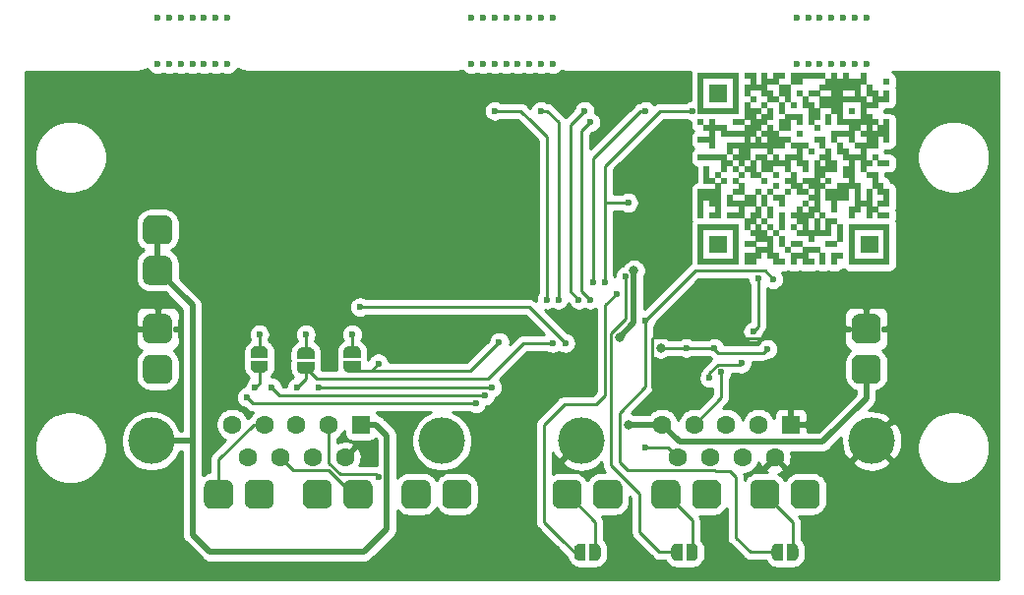
<source format=gbl>
G04 #@! TF.GenerationSoftware,KiCad,Pcbnew,(5.1.5)-3*
G04 #@! TF.CreationDate,2020-04-27T20:32:12+02:00*
G04 #@! TF.ProjectId,ICHaus,49434861-7573-42e6-9b69-6361645f7063,rev?*
G04 #@! TF.SameCoordinates,Original*
G04 #@! TF.FileFunction,Copper,L2,Bot*
G04 #@! TF.FilePolarity,Positive*
%FSLAX46Y46*%
G04 Gerber Fmt 4.6, Leading zero omitted, Abs format (unit mm)*
G04 Created by KiCad (PCBNEW (5.1.5)-3) date 2020-04-27 20:32:12*
%MOMM*%
%LPD*%
G04 APERTURE LIST*
%ADD10R,0.500000X0.500000*%
%ADD11C,0.100000*%
%ADD12C,1.500000*%
%ADD13R,1.600000X1.600000*%
%ADD14C,1.600000*%
%ADD15C,4.000000*%
%ADD16C,0.600000*%
%ADD17C,0.800000*%
%ADD18C,0.500000*%
%ADD19C,0.250000*%
%ADD20C,0.254000*%
G04 APERTURE END LIST*
D10*
X78750000Y-147000000D03*
X79250000Y-147000000D03*
X79750000Y-147000000D03*
X80250000Y-147000000D03*
X80750000Y-147000000D03*
X81250000Y-147000000D03*
X81750000Y-147000000D03*
X82750000Y-147000000D03*
X83250000Y-147000000D03*
X85250000Y-147000000D03*
X85750000Y-147000000D03*
X86750000Y-147000000D03*
X87750000Y-147000000D03*
X88250000Y-147000000D03*
X89250000Y-147000000D03*
X90250000Y-147000000D03*
X91750000Y-147000000D03*
X92250000Y-147000000D03*
X92750000Y-147000000D03*
X93250000Y-147000000D03*
X93750000Y-147000000D03*
X94250000Y-147000000D03*
X94750000Y-147000000D03*
X78750000Y-146500000D03*
X81750000Y-146500000D03*
X82750000Y-146500000D03*
X83250000Y-146500000D03*
X83750000Y-146500000D03*
X84750000Y-146500000D03*
X85250000Y-146500000D03*
X86750000Y-146500000D03*
X87250000Y-146500000D03*
X87750000Y-146500000D03*
X89250000Y-146500000D03*
X90250000Y-146500000D03*
X90750000Y-146500000D03*
X91750000Y-146500000D03*
X94750000Y-146500000D03*
X78750000Y-146000000D03*
X79750000Y-146000000D03*
X80250000Y-146000000D03*
X80750000Y-146000000D03*
X81750000Y-146000000D03*
X83750000Y-146000000D03*
X84250000Y-146000000D03*
X84750000Y-146000000D03*
X86250000Y-146000000D03*
X87750000Y-146000000D03*
X88250000Y-146000000D03*
X88750000Y-146000000D03*
X91750000Y-146000000D03*
X92750000Y-146000000D03*
X93250000Y-146000000D03*
X93750000Y-146000000D03*
X94750000Y-146000000D03*
X78750000Y-145500000D03*
X79750000Y-145500000D03*
X80250000Y-145500000D03*
X80750000Y-145500000D03*
X81750000Y-145500000D03*
X82750000Y-145500000D03*
X83250000Y-145500000D03*
X84750000Y-145500000D03*
X85750000Y-145500000D03*
X86750000Y-145500000D03*
X87250000Y-145500000D03*
X89750000Y-145500000D03*
X90250000Y-145500000D03*
X91750000Y-145500000D03*
X92750000Y-145500000D03*
X93250000Y-145500000D03*
X93750000Y-145500000D03*
X94750000Y-145500000D03*
X78750000Y-145000000D03*
X79750000Y-145000000D03*
X80250000Y-145000000D03*
X80750000Y-145000000D03*
X81750000Y-145000000D03*
X83750000Y-145000000D03*
X84250000Y-145000000D03*
X84750000Y-145000000D03*
X85750000Y-145000000D03*
X88250000Y-145000000D03*
X90750000Y-145000000D03*
X91750000Y-145000000D03*
X92750000Y-145000000D03*
X93250000Y-145000000D03*
X93750000Y-145000000D03*
X94750000Y-145000000D03*
X78750000Y-144500000D03*
X81750000Y-144500000D03*
X83250000Y-144500000D03*
X83750000Y-144500000D03*
X84250000Y-144500000D03*
X85250000Y-144500000D03*
X87250000Y-144500000D03*
X87750000Y-144500000D03*
X88250000Y-144500000D03*
X88750000Y-144500000D03*
X89250000Y-144500000D03*
X89750000Y-144500000D03*
X90750000Y-144500000D03*
X91750000Y-144500000D03*
X94750000Y-144500000D03*
X78750000Y-144000000D03*
X79250000Y-144000000D03*
X79750000Y-144000000D03*
X80250000Y-144000000D03*
X80750000Y-144000000D03*
X81250000Y-144000000D03*
X81750000Y-144000000D03*
X82750000Y-144000000D03*
X83750000Y-144000000D03*
X84750000Y-144000000D03*
X85750000Y-144000000D03*
X86750000Y-144000000D03*
X87750000Y-144000000D03*
X88750000Y-144000000D03*
X89750000Y-144000000D03*
X90750000Y-144000000D03*
X91750000Y-144000000D03*
X92250000Y-144000000D03*
X92750000Y-144000000D03*
X93250000Y-144000000D03*
X93750000Y-144000000D03*
X94250000Y-144000000D03*
X94750000Y-144000000D03*
X82750000Y-143500000D03*
X83250000Y-143500000D03*
X84250000Y-143500000D03*
X85750000Y-143500000D03*
X87250000Y-143500000D03*
X87750000Y-143500000D03*
X88750000Y-143500000D03*
X89750000Y-143500000D03*
X90250000Y-143500000D03*
X78750000Y-143000000D03*
X79750000Y-143000000D03*
X80250000Y-143000000D03*
X81250000Y-143000000D03*
X81750000Y-143000000D03*
X82250000Y-143000000D03*
X83250000Y-143000000D03*
X83750000Y-143000000D03*
X84750000Y-143000000D03*
X85750000Y-143000000D03*
X86750000Y-143000000D03*
X87250000Y-143000000D03*
X87750000Y-143000000D03*
X88250000Y-143000000D03*
X89250000Y-143000000D03*
X91750000Y-143000000D03*
X93250000Y-143000000D03*
X94250000Y-143000000D03*
X94750000Y-143000000D03*
X78750000Y-142500000D03*
X80250000Y-142500000D03*
X82250000Y-142500000D03*
X83750000Y-142500000D03*
X84750000Y-142500000D03*
X87250000Y-142500000D03*
X88250000Y-142500000D03*
X88750000Y-142500000D03*
X90250000Y-142500000D03*
X91750000Y-142500000D03*
X92250000Y-142500000D03*
X93250000Y-142500000D03*
X93750000Y-142500000D03*
X78750000Y-142000000D03*
X79750000Y-142000000D03*
X80250000Y-142000000D03*
X81250000Y-142000000D03*
X81750000Y-142000000D03*
X82250000Y-142000000D03*
X82750000Y-142000000D03*
X83250000Y-142000000D03*
X84250000Y-142000000D03*
X85750000Y-142000000D03*
X87750000Y-142000000D03*
X88750000Y-142000000D03*
X90250000Y-142000000D03*
X92250000Y-142000000D03*
X92750000Y-142000000D03*
X93250000Y-142000000D03*
X94250000Y-142000000D03*
X94750000Y-142000000D03*
X78750000Y-141500000D03*
X79250000Y-141500000D03*
X79750000Y-141500000D03*
X80250000Y-141500000D03*
X81250000Y-141500000D03*
X82750000Y-141500000D03*
X83250000Y-141500000D03*
X84250000Y-141500000D03*
X85250000Y-141500000D03*
X85750000Y-141500000D03*
X88250000Y-141500000D03*
X88750000Y-141500000D03*
X89750000Y-141500000D03*
X90250000Y-141500000D03*
X90750000Y-141500000D03*
X91250000Y-141500000D03*
X92250000Y-141500000D03*
X93250000Y-141500000D03*
X94750000Y-141500000D03*
X78750000Y-141000000D03*
X79250000Y-141000000D03*
X79750000Y-141000000D03*
X80250000Y-141000000D03*
X81750000Y-141000000D03*
X82250000Y-141000000D03*
X83750000Y-141000000D03*
X84750000Y-141000000D03*
X86250000Y-141000000D03*
X87250000Y-141000000D03*
X87750000Y-141000000D03*
X88750000Y-141000000D03*
X89750000Y-141000000D03*
X90250000Y-141000000D03*
X90750000Y-141000000D03*
X91250000Y-141000000D03*
X92250000Y-141000000D03*
X93250000Y-141000000D03*
X94250000Y-141000000D03*
X94750000Y-141000000D03*
X80250000Y-140500000D03*
X82250000Y-140500000D03*
X85250000Y-140500000D03*
X86750000Y-140500000D03*
X87250000Y-140500000D03*
X88250000Y-140500000D03*
X88750000Y-140500000D03*
X89250000Y-140500000D03*
X90750000Y-140500000D03*
X91250000Y-140500000D03*
X91750000Y-140500000D03*
X92250000Y-140500000D03*
X93750000Y-140500000D03*
X94250000Y-140500000D03*
X79250000Y-140000000D03*
X79750000Y-140000000D03*
X80750000Y-140000000D03*
X81750000Y-140000000D03*
X84250000Y-140000000D03*
X86250000Y-140000000D03*
X86750000Y-140000000D03*
X87750000Y-140000000D03*
X88250000Y-140000000D03*
X88750000Y-140000000D03*
X89750000Y-140000000D03*
X91750000Y-140000000D03*
X93750000Y-140000000D03*
X79250000Y-139500000D03*
X80250000Y-139500000D03*
X82250000Y-139500000D03*
X83250000Y-139500000D03*
X83750000Y-139500000D03*
X85250000Y-139500000D03*
X86750000Y-139500000D03*
X88750000Y-139500000D03*
X89250000Y-139500000D03*
X91250000Y-139500000D03*
X91750000Y-139500000D03*
X93250000Y-139500000D03*
X93750000Y-139500000D03*
X79250000Y-139000000D03*
X80750000Y-139000000D03*
X81750000Y-139000000D03*
X82750000Y-139000000D03*
X83250000Y-139000000D03*
X84250000Y-139000000D03*
X84750000Y-139000000D03*
X86250000Y-139000000D03*
X87750000Y-139000000D03*
X88750000Y-139000000D03*
X89250000Y-139000000D03*
X89750000Y-139000000D03*
X90250000Y-139000000D03*
X91250000Y-139000000D03*
X91750000Y-139000000D03*
X92750000Y-139000000D03*
X80750000Y-138500000D03*
X81250000Y-138500000D03*
X82250000Y-138500000D03*
X83250000Y-138500000D03*
X84250000Y-138500000D03*
X84750000Y-138500000D03*
X85250000Y-138500000D03*
X85750000Y-138500000D03*
X86250000Y-138500000D03*
X87250000Y-138500000D03*
X87750000Y-138500000D03*
X88750000Y-138500000D03*
X89750000Y-138500000D03*
X90250000Y-138500000D03*
X91750000Y-138500000D03*
X92750000Y-138500000D03*
X93250000Y-138500000D03*
X94250000Y-138500000D03*
X94750000Y-138500000D03*
X78750000Y-138000000D03*
X79250000Y-138000000D03*
X79750000Y-138000000D03*
X80250000Y-138000000D03*
X80750000Y-138000000D03*
X81750000Y-138000000D03*
X82250000Y-138000000D03*
X82750000Y-138000000D03*
X83750000Y-138000000D03*
X84250000Y-138000000D03*
X85250000Y-138000000D03*
X86250000Y-138000000D03*
X86750000Y-138000000D03*
X87250000Y-138000000D03*
X89250000Y-138000000D03*
X89750000Y-138000000D03*
X91250000Y-138000000D03*
X91750000Y-138000000D03*
X92250000Y-138000000D03*
X92750000Y-138000000D03*
X93750000Y-138000000D03*
X81250000Y-137500000D03*
X82250000Y-137500000D03*
X82750000Y-137500000D03*
X84750000Y-137500000D03*
X87250000Y-137500000D03*
X88250000Y-137500000D03*
X89750000Y-137500000D03*
X90750000Y-137500000D03*
X91250000Y-137500000D03*
X92750000Y-137500000D03*
X79750000Y-137000000D03*
X81250000Y-137000000D03*
X81750000Y-137000000D03*
X82250000Y-137000000D03*
X82750000Y-137000000D03*
X83250000Y-137000000D03*
X83750000Y-137000000D03*
X84250000Y-137000000D03*
X84750000Y-137000000D03*
X85250000Y-137000000D03*
X85750000Y-137000000D03*
X86750000Y-137000000D03*
X87250000Y-137000000D03*
X87750000Y-137000000D03*
X89250000Y-137000000D03*
X90750000Y-137000000D03*
X92250000Y-137000000D03*
X92750000Y-137000000D03*
X93250000Y-137000000D03*
X93750000Y-137000000D03*
X78750000Y-136500000D03*
X79250000Y-136500000D03*
X79750000Y-136500000D03*
X82750000Y-136500000D03*
X83750000Y-136500000D03*
X84750000Y-136500000D03*
X85250000Y-136500000D03*
X85750000Y-136500000D03*
X86250000Y-136500000D03*
X88750000Y-136500000D03*
X89250000Y-136500000D03*
X90250000Y-136500000D03*
X91750000Y-136500000D03*
X93250000Y-136500000D03*
X93750000Y-136500000D03*
X94750000Y-136500000D03*
X79750000Y-136000000D03*
X80750000Y-136000000D03*
X81250000Y-136000000D03*
X81750000Y-136000000D03*
X82250000Y-136000000D03*
X82750000Y-136000000D03*
X83250000Y-136000000D03*
X84250000Y-136000000D03*
X84750000Y-136000000D03*
X85250000Y-136000000D03*
X87250000Y-136000000D03*
X90250000Y-136000000D03*
X90750000Y-136000000D03*
X91250000Y-136000000D03*
X91750000Y-136000000D03*
X92750000Y-136000000D03*
X93250000Y-136000000D03*
X93750000Y-136000000D03*
X94250000Y-136000000D03*
X94750000Y-136000000D03*
X79250000Y-135500000D03*
X79750000Y-135500000D03*
X80250000Y-135500000D03*
X80750000Y-135500000D03*
X82750000Y-135500000D03*
X83250000Y-135500000D03*
X83750000Y-135500000D03*
X84750000Y-135500000D03*
X85750000Y-135500000D03*
X86250000Y-135500000D03*
X88750000Y-135500000D03*
X91750000Y-135500000D03*
X92250000Y-135500000D03*
X93250000Y-135500000D03*
X94250000Y-135500000D03*
X94750000Y-135500000D03*
X78750000Y-135000000D03*
X79750000Y-135000000D03*
X81750000Y-135000000D03*
X82250000Y-135000000D03*
X83250000Y-135000000D03*
X83750000Y-135000000D03*
X84250000Y-135000000D03*
X85750000Y-135000000D03*
X86250000Y-135000000D03*
X87250000Y-135000000D03*
X88250000Y-135000000D03*
X89750000Y-135000000D03*
X90750000Y-135000000D03*
X91250000Y-135000000D03*
X91750000Y-135000000D03*
X92250000Y-135000000D03*
X92750000Y-135000000D03*
X93250000Y-135000000D03*
X93750000Y-135000000D03*
X94750000Y-135000000D03*
X82750000Y-134500000D03*
X83250000Y-134500000D03*
X84250000Y-134500000D03*
X84750000Y-134500000D03*
X86250000Y-134500000D03*
X86750000Y-134500000D03*
X87250000Y-134500000D03*
X88250000Y-134500000D03*
X88750000Y-134500000D03*
X89750000Y-134500000D03*
X90750000Y-134500000D03*
X92750000Y-134500000D03*
X93250000Y-134500000D03*
X78750000Y-134000000D03*
X79250000Y-134000000D03*
X79750000Y-134000000D03*
X80250000Y-134000000D03*
X80750000Y-134000000D03*
X81250000Y-134000000D03*
X81750000Y-134000000D03*
X82750000Y-134000000D03*
X83250000Y-134000000D03*
X83750000Y-134000000D03*
X84750000Y-134000000D03*
X85750000Y-134000000D03*
X88250000Y-134000000D03*
X88750000Y-134000000D03*
X90250000Y-134000000D03*
X90750000Y-134000000D03*
X91750000Y-134000000D03*
X92750000Y-134000000D03*
X78750000Y-133500000D03*
X81750000Y-133500000D03*
X82750000Y-133500000D03*
X84250000Y-133500000D03*
X85750000Y-133500000D03*
X86750000Y-133500000D03*
X87750000Y-133500000D03*
X88250000Y-133500000D03*
X89250000Y-133500000D03*
X89750000Y-133500000D03*
X90250000Y-133500000D03*
X90750000Y-133500000D03*
X92750000Y-133500000D03*
X93250000Y-133500000D03*
X93750000Y-133500000D03*
X78750000Y-133000000D03*
X79750000Y-133000000D03*
X80250000Y-133000000D03*
X80750000Y-133000000D03*
X81750000Y-133000000D03*
X83250000Y-133000000D03*
X84750000Y-133000000D03*
X85250000Y-133000000D03*
X86250000Y-133000000D03*
X87750000Y-133000000D03*
X89250000Y-133000000D03*
X89750000Y-133000000D03*
X90250000Y-133000000D03*
X90750000Y-133000000D03*
X91250000Y-133000000D03*
X91750000Y-133000000D03*
X92250000Y-133000000D03*
X92750000Y-133000000D03*
X93750000Y-133000000D03*
X94250000Y-133000000D03*
X94750000Y-133000000D03*
X78750000Y-132500000D03*
X79750000Y-132500000D03*
X80250000Y-132500000D03*
X80750000Y-132500000D03*
X81750000Y-132500000D03*
X82750000Y-132500000D03*
X84250000Y-132500000D03*
X84750000Y-132500000D03*
X85750000Y-132500000D03*
X86250000Y-132500000D03*
X87250000Y-132500000D03*
X88250000Y-132500000D03*
X88750000Y-132500000D03*
X90250000Y-132500000D03*
X90750000Y-132500000D03*
X92250000Y-132500000D03*
X93250000Y-132500000D03*
X93750000Y-132500000D03*
X94750000Y-132500000D03*
X78750000Y-132000000D03*
X79750000Y-132000000D03*
X80250000Y-132000000D03*
X80750000Y-132000000D03*
X81750000Y-132000000D03*
X82750000Y-132000000D03*
X83250000Y-132000000D03*
X83750000Y-132000000D03*
X84250000Y-132000000D03*
X85750000Y-132000000D03*
X86250000Y-132000000D03*
X89250000Y-132000000D03*
X89750000Y-132000000D03*
X90250000Y-132000000D03*
X90750000Y-132000000D03*
X91250000Y-132000000D03*
X91750000Y-132000000D03*
X92250000Y-132000000D03*
X93250000Y-132000000D03*
X78750000Y-131500000D03*
X81750000Y-131500000D03*
X83250000Y-131500000D03*
X84250000Y-131500000D03*
X84750000Y-131500000D03*
X85250000Y-131500000D03*
X86750000Y-131500000D03*
X87250000Y-131500000D03*
X89750000Y-131500000D03*
X90250000Y-131500000D03*
X90750000Y-131500000D03*
X91250000Y-131500000D03*
X91750000Y-131500000D03*
X92250000Y-131500000D03*
X92750000Y-131500000D03*
X94750000Y-131500000D03*
X78750000Y-131000000D03*
X79250000Y-131000000D03*
X79750000Y-131000000D03*
X80250000Y-131000000D03*
X80750000Y-131000000D03*
X81250000Y-131000000D03*
X81750000Y-131000000D03*
X82750000Y-131000000D03*
X83250000Y-131000000D03*
X84250000Y-131000000D03*
X85250000Y-131000000D03*
X85750000Y-131000000D03*
X86750000Y-131000000D03*
X87250000Y-131000000D03*
X87750000Y-131000000D03*
X88250000Y-131000000D03*
X88750000Y-131000000D03*
X89250000Y-131000000D03*
X90250000Y-131000000D03*
X91250000Y-131000000D03*
X92750000Y-131000000D03*
G04 #@! TA.AperFunction,SMDPad,CuDef*
D11*
G36*
X86650000Y-171250602D02*
G01*
X86674534Y-171250602D01*
X86723365Y-171255412D01*
X86771490Y-171264984D01*
X86818445Y-171279228D01*
X86863778Y-171298005D01*
X86907051Y-171321136D01*
X86947850Y-171348396D01*
X86985779Y-171379524D01*
X87020476Y-171414221D01*
X87051604Y-171452150D01*
X87078864Y-171492949D01*
X87101995Y-171536222D01*
X87120772Y-171581555D01*
X87135016Y-171628510D01*
X87144588Y-171676635D01*
X87149398Y-171725466D01*
X87149398Y-171750000D01*
X87150000Y-171750000D01*
X87150000Y-172250000D01*
X87149398Y-172250000D01*
X87149398Y-172274534D01*
X87144588Y-172323365D01*
X87135016Y-172371490D01*
X87120772Y-172418445D01*
X87101995Y-172463778D01*
X87078864Y-172507051D01*
X87051604Y-172547850D01*
X87020476Y-172585779D01*
X86985779Y-172620476D01*
X86947850Y-172651604D01*
X86907051Y-172678864D01*
X86863778Y-172701995D01*
X86818445Y-172720772D01*
X86771490Y-172735016D01*
X86723365Y-172744588D01*
X86674534Y-172749398D01*
X86650000Y-172749398D01*
X86650000Y-172750000D01*
X86150000Y-172750000D01*
X86150000Y-171250000D01*
X86650000Y-171250000D01*
X86650000Y-171250602D01*
G37*
G04 #@! TD.AperFunction*
G04 #@! TA.AperFunction,SMDPad,CuDef*
G36*
X85850000Y-172750000D02*
G01*
X85350000Y-172750000D01*
X85350000Y-172749398D01*
X85325466Y-172749398D01*
X85276635Y-172744588D01*
X85228510Y-172735016D01*
X85181555Y-172720772D01*
X85136222Y-172701995D01*
X85092949Y-172678864D01*
X85052150Y-172651604D01*
X85014221Y-172620476D01*
X84979524Y-172585779D01*
X84948396Y-172547850D01*
X84921136Y-172507051D01*
X84898005Y-172463778D01*
X84879228Y-172418445D01*
X84864984Y-172371490D01*
X84855412Y-172323365D01*
X84850602Y-172274534D01*
X84850602Y-172250000D01*
X84850000Y-172250000D01*
X84850000Y-171750000D01*
X84850602Y-171750000D01*
X84850602Y-171725466D01*
X84855412Y-171676635D01*
X84864984Y-171628510D01*
X84879228Y-171581555D01*
X84898005Y-171536222D01*
X84921136Y-171492949D01*
X84948396Y-171452150D01*
X84979524Y-171414221D01*
X85014221Y-171379524D01*
X85052150Y-171348396D01*
X85092949Y-171321136D01*
X85136222Y-171298005D01*
X85181555Y-171279228D01*
X85228510Y-171264984D01*
X85276635Y-171255412D01*
X85325466Y-171250602D01*
X85350000Y-171250602D01*
X85350000Y-171250000D01*
X85850000Y-171250000D01*
X85850000Y-172750000D01*
G37*
G04 #@! TD.AperFunction*
G04 #@! TA.AperFunction,SMDPad,CuDef*
G36*
X78000000Y-171250602D02*
G01*
X78024534Y-171250602D01*
X78073365Y-171255412D01*
X78121490Y-171264984D01*
X78168445Y-171279228D01*
X78213778Y-171298005D01*
X78257051Y-171321136D01*
X78297850Y-171348396D01*
X78335779Y-171379524D01*
X78370476Y-171414221D01*
X78401604Y-171452150D01*
X78428864Y-171492949D01*
X78451995Y-171536222D01*
X78470772Y-171581555D01*
X78485016Y-171628510D01*
X78494588Y-171676635D01*
X78499398Y-171725466D01*
X78499398Y-171750000D01*
X78500000Y-171750000D01*
X78500000Y-172250000D01*
X78499398Y-172250000D01*
X78499398Y-172274534D01*
X78494588Y-172323365D01*
X78485016Y-172371490D01*
X78470772Y-172418445D01*
X78451995Y-172463778D01*
X78428864Y-172507051D01*
X78401604Y-172547850D01*
X78370476Y-172585779D01*
X78335779Y-172620476D01*
X78297850Y-172651604D01*
X78257051Y-172678864D01*
X78213778Y-172701995D01*
X78168445Y-172720772D01*
X78121490Y-172735016D01*
X78073365Y-172744588D01*
X78024534Y-172749398D01*
X78000000Y-172749398D01*
X78000000Y-172750000D01*
X77500000Y-172750000D01*
X77500000Y-171250000D01*
X78000000Y-171250000D01*
X78000000Y-171250602D01*
G37*
G04 #@! TD.AperFunction*
G04 #@! TA.AperFunction,SMDPad,CuDef*
G36*
X77200000Y-172750000D02*
G01*
X76700000Y-172750000D01*
X76700000Y-172749398D01*
X76675466Y-172749398D01*
X76626635Y-172744588D01*
X76578510Y-172735016D01*
X76531555Y-172720772D01*
X76486222Y-172701995D01*
X76442949Y-172678864D01*
X76402150Y-172651604D01*
X76364221Y-172620476D01*
X76329524Y-172585779D01*
X76298396Y-172547850D01*
X76271136Y-172507051D01*
X76248005Y-172463778D01*
X76229228Y-172418445D01*
X76214984Y-172371490D01*
X76205412Y-172323365D01*
X76200602Y-172274534D01*
X76200602Y-172250000D01*
X76200000Y-172250000D01*
X76200000Y-171750000D01*
X76200602Y-171750000D01*
X76200602Y-171725466D01*
X76205412Y-171676635D01*
X76214984Y-171628510D01*
X76229228Y-171581555D01*
X76248005Y-171536222D01*
X76271136Y-171492949D01*
X76298396Y-171452150D01*
X76329524Y-171414221D01*
X76364221Y-171379524D01*
X76402150Y-171348396D01*
X76442949Y-171321136D01*
X76486222Y-171298005D01*
X76531555Y-171279228D01*
X76578510Y-171264984D01*
X76626635Y-171255412D01*
X76675466Y-171250602D01*
X76700000Y-171250602D01*
X76700000Y-171250000D01*
X77200000Y-171250000D01*
X77200000Y-172750000D01*
G37*
G04 #@! TD.AperFunction*
G04 #@! TA.AperFunction,SMDPad,CuDef*
G36*
X69650000Y-171250602D02*
G01*
X69674534Y-171250602D01*
X69723365Y-171255412D01*
X69771490Y-171264984D01*
X69818445Y-171279228D01*
X69863778Y-171298005D01*
X69907051Y-171321136D01*
X69947850Y-171348396D01*
X69985779Y-171379524D01*
X70020476Y-171414221D01*
X70051604Y-171452150D01*
X70078864Y-171492949D01*
X70101995Y-171536222D01*
X70120772Y-171581555D01*
X70135016Y-171628510D01*
X70144588Y-171676635D01*
X70149398Y-171725466D01*
X70149398Y-171750000D01*
X70150000Y-171750000D01*
X70150000Y-172250000D01*
X70149398Y-172250000D01*
X70149398Y-172274534D01*
X70144588Y-172323365D01*
X70135016Y-172371490D01*
X70120772Y-172418445D01*
X70101995Y-172463778D01*
X70078864Y-172507051D01*
X70051604Y-172547850D01*
X70020476Y-172585779D01*
X69985779Y-172620476D01*
X69947850Y-172651604D01*
X69907051Y-172678864D01*
X69863778Y-172701995D01*
X69818445Y-172720772D01*
X69771490Y-172735016D01*
X69723365Y-172744588D01*
X69674534Y-172749398D01*
X69650000Y-172749398D01*
X69650000Y-172750000D01*
X69150000Y-172750000D01*
X69150000Y-171250000D01*
X69650000Y-171250000D01*
X69650000Y-171250602D01*
G37*
G04 #@! TD.AperFunction*
G04 #@! TA.AperFunction,SMDPad,CuDef*
G36*
X68850000Y-172750000D02*
G01*
X68350000Y-172750000D01*
X68350000Y-172749398D01*
X68325466Y-172749398D01*
X68276635Y-172744588D01*
X68228510Y-172735016D01*
X68181555Y-172720772D01*
X68136222Y-172701995D01*
X68092949Y-172678864D01*
X68052150Y-172651604D01*
X68014221Y-172620476D01*
X67979524Y-172585779D01*
X67948396Y-172547850D01*
X67921136Y-172507051D01*
X67898005Y-172463778D01*
X67879228Y-172418445D01*
X67864984Y-172371490D01*
X67855412Y-172323365D01*
X67850602Y-172274534D01*
X67850602Y-172250000D01*
X67850000Y-172250000D01*
X67850000Y-171750000D01*
X67850602Y-171750000D01*
X67850602Y-171725466D01*
X67855412Y-171676635D01*
X67864984Y-171628510D01*
X67879228Y-171581555D01*
X67898005Y-171536222D01*
X67921136Y-171492949D01*
X67948396Y-171452150D01*
X67979524Y-171414221D01*
X68014221Y-171379524D01*
X68052150Y-171348396D01*
X68092949Y-171321136D01*
X68136222Y-171298005D01*
X68181555Y-171279228D01*
X68228510Y-171264984D01*
X68276635Y-171255412D01*
X68325466Y-171250602D01*
X68350000Y-171250602D01*
X68350000Y-171250000D01*
X68850000Y-171250000D01*
X68850000Y-172750000D01*
G37*
G04 #@! TD.AperFunction*
G04 #@! TA.AperFunction,SMDPad,CuDef*
G36*
X32686261Y-155003010D02*
G01*
X32746931Y-155012009D01*
X32806428Y-155026912D01*
X32864177Y-155047575D01*
X32919623Y-155073799D01*
X32972231Y-155105331D01*
X33021496Y-155141868D01*
X33066942Y-155183058D01*
X33108132Y-155228504D01*
X33144669Y-155277769D01*
X33176201Y-155330377D01*
X33202425Y-155385823D01*
X33223088Y-155443572D01*
X33237991Y-155503069D01*
X33246990Y-155563739D01*
X33250000Y-155625000D01*
X33250000Y-156875000D01*
X33246990Y-156936261D01*
X33237991Y-156996931D01*
X33223088Y-157056428D01*
X33202425Y-157114177D01*
X33176201Y-157169623D01*
X33144669Y-157222231D01*
X33108132Y-157271496D01*
X33066942Y-157316942D01*
X33021496Y-157358132D01*
X32972231Y-157394669D01*
X32919623Y-157426201D01*
X32864177Y-157452425D01*
X32806428Y-157473088D01*
X32746931Y-157487991D01*
X32686261Y-157496990D01*
X32625000Y-157500000D01*
X31375000Y-157500000D01*
X31313739Y-157496990D01*
X31253069Y-157487991D01*
X31193572Y-157473088D01*
X31135823Y-157452425D01*
X31080377Y-157426201D01*
X31027769Y-157394669D01*
X30978504Y-157358132D01*
X30933058Y-157316942D01*
X30891868Y-157271496D01*
X30855331Y-157222231D01*
X30823799Y-157169623D01*
X30797575Y-157114177D01*
X30776912Y-157056428D01*
X30762009Y-156996931D01*
X30753010Y-156936261D01*
X30750000Y-156875000D01*
X30750000Y-155625000D01*
X30753010Y-155563739D01*
X30762009Y-155503069D01*
X30776912Y-155443572D01*
X30797575Y-155385823D01*
X30823799Y-155330377D01*
X30855331Y-155277769D01*
X30891868Y-155228504D01*
X30933058Y-155183058D01*
X30978504Y-155141868D01*
X31027769Y-155105331D01*
X31080377Y-155073799D01*
X31135823Y-155047575D01*
X31193572Y-155026912D01*
X31253069Y-155012009D01*
X31313739Y-155003010D01*
X31375000Y-155000000D01*
X32625000Y-155000000D01*
X32686261Y-155003010D01*
G37*
G04 #@! TD.AperFunction*
G04 #@! TA.AperFunction,SMDPad,CuDef*
G36*
X32686261Y-151503010D02*
G01*
X32746931Y-151512009D01*
X32806428Y-151526912D01*
X32864177Y-151547575D01*
X32919623Y-151573799D01*
X32972231Y-151605331D01*
X33021496Y-151641868D01*
X33066942Y-151683058D01*
X33108132Y-151728504D01*
X33144669Y-151777769D01*
X33176201Y-151830377D01*
X33202425Y-151885823D01*
X33223088Y-151943572D01*
X33237991Y-152003069D01*
X33246990Y-152063739D01*
X33250000Y-152125000D01*
X33250000Y-153375000D01*
X33246990Y-153436261D01*
X33237991Y-153496931D01*
X33223088Y-153556428D01*
X33202425Y-153614177D01*
X33176201Y-153669623D01*
X33144669Y-153722231D01*
X33108132Y-153771496D01*
X33066942Y-153816942D01*
X33021496Y-153858132D01*
X32972231Y-153894669D01*
X32919623Y-153926201D01*
X32864177Y-153952425D01*
X32806428Y-153973088D01*
X32746931Y-153987991D01*
X32686261Y-153996990D01*
X32625000Y-154000000D01*
X31375000Y-154000000D01*
X31313739Y-153996990D01*
X31253069Y-153987991D01*
X31193572Y-153973088D01*
X31135823Y-153952425D01*
X31080377Y-153926201D01*
X31027769Y-153894669D01*
X30978504Y-153858132D01*
X30933058Y-153816942D01*
X30891868Y-153771496D01*
X30855331Y-153722231D01*
X30823799Y-153669623D01*
X30797575Y-153614177D01*
X30776912Y-153556428D01*
X30762009Y-153496931D01*
X30753010Y-153436261D01*
X30750000Y-153375000D01*
X30750000Y-152125000D01*
X30753010Y-152063739D01*
X30762009Y-152003069D01*
X30776912Y-151943572D01*
X30797575Y-151885823D01*
X30823799Y-151830377D01*
X30855331Y-151777769D01*
X30891868Y-151728504D01*
X30933058Y-151683058D01*
X30978504Y-151641868D01*
X31027769Y-151605331D01*
X31080377Y-151573799D01*
X31135823Y-151547575D01*
X31193572Y-151526912D01*
X31253069Y-151512009D01*
X31313739Y-151503010D01*
X31375000Y-151500000D01*
X32625000Y-151500000D01*
X32686261Y-151503010D01*
G37*
G04 #@! TD.AperFunction*
D12*
X32000000Y-152750000D03*
X32000000Y-156250000D03*
D13*
X49500000Y-161000000D03*
D14*
X46730000Y-161000000D03*
X43960000Y-161000000D03*
X41190000Y-161000000D03*
X38420000Y-161000000D03*
X48115000Y-163840000D03*
X45345000Y-163840000D03*
X42575000Y-163840000D03*
X39805000Y-163840000D03*
D15*
X31460000Y-162420000D03*
X56460000Y-162420000D03*
X93460000Y-162420000D03*
X68460000Y-162420000D03*
D14*
X76805000Y-163840000D03*
X79575000Y-163840000D03*
X82345000Y-163840000D03*
X85115000Y-163840000D03*
X75420000Y-161000000D03*
X78190000Y-161000000D03*
X80960000Y-161000000D03*
X83730000Y-161000000D03*
D13*
X86500000Y-161000000D03*
G04 #@! TA.AperFunction,SMDPad,CuDef*
D11*
G36*
X88436261Y-165753010D02*
G01*
X88496931Y-165762009D01*
X88556428Y-165776912D01*
X88614177Y-165797575D01*
X88669623Y-165823799D01*
X88722231Y-165855331D01*
X88771496Y-165891868D01*
X88816942Y-165933058D01*
X88858132Y-165978504D01*
X88894669Y-166027769D01*
X88926201Y-166080377D01*
X88952425Y-166135823D01*
X88973088Y-166193572D01*
X88987991Y-166253069D01*
X88996990Y-166313739D01*
X89000000Y-166375000D01*
X89000000Y-167625000D01*
X88996990Y-167686261D01*
X88987991Y-167746931D01*
X88973088Y-167806428D01*
X88952425Y-167864177D01*
X88926201Y-167919623D01*
X88894669Y-167972231D01*
X88858132Y-168021496D01*
X88816942Y-168066942D01*
X88771496Y-168108132D01*
X88722231Y-168144669D01*
X88669623Y-168176201D01*
X88614177Y-168202425D01*
X88556428Y-168223088D01*
X88496931Y-168237991D01*
X88436261Y-168246990D01*
X88375000Y-168250000D01*
X87125000Y-168250000D01*
X87063739Y-168246990D01*
X87003069Y-168237991D01*
X86943572Y-168223088D01*
X86885823Y-168202425D01*
X86830377Y-168176201D01*
X86777769Y-168144669D01*
X86728504Y-168108132D01*
X86683058Y-168066942D01*
X86641868Y-168021496D01*
X86605331Y-167972231D01*
X86573799Y-167919623D01*
X86547575Y-167864177D01*
X86526912Y-167806428D01*
X86512009Y-167746931D01*
X86503010Y-167686261D01*
X86500000Y-167625000D01*
X86500000Y-166375000D01*
X86503010Y-166313739D01*
X86512009Y-166253069D01*
X86526912Y-166193572D01*
X86547575Y-166135823D01*
X86573799Y-166080377D01*
X86605331Y-166027769D01*
X86641868Y-165978504D01*
X86683058Y-165933058D01*
X86728504Y-165891868D01*
X86777769Y-165855331D01*
X86830377Y-165823799D01*
X86885823Y-165797575D01*
X86943572Y-165776912D01*
X87003069Y-165762009D01*
X87063739Y-165753010D01*
X87125000Y-165750000D01*
X88375000Y-165750000D01*
X88436261Y-165753010D01*
G37*
G04 #@! TD.AperFunction*
G04 #@! TA.AperFunction,SMDPad,CuDef*
G36*
X84936261Y-165753010D02*
G01*
X84996931Y-165762009D01*
X85056428Y-165776912D01*
X85114177Y-165797575D01*
X85169623Y-165823799D01*
X85222231Y-165855331D01*
X85271496Y-165891868D01*
X85316942Y-165933058D01*
X85358132Y-165978504D01*
X85394669Y-166027769D01*
X85426201Y-166080377D01*
X85452425Y-166135823D01*
X85473088Y-166193572D01*
X85487991Y-166253069D01*
X85496990Y-166313739D01*
X85500000Y-166375000D01*
X85500000Y-167625000D01*
X85496990Y-167686261D01*
X85487991Y-167746931D01*
X85473088Y-167806428D01*
X85452425Y-167864177D01*
X85426201Y-167919623D01*
X85394669Y-167972231D01*
X85358132Y-168021496D01*
X85316942Y-168066942D01*
X85271496Y-168108132D01*
X85222231Y-168144669D01*
X85169623Y-168176201D01*
X85114177Y-168202425D01*
X85056428Y-168223088D01*
X84996931Y-168237991D01*
X84936261Y-168246990D01*
X84875000Y-168250000D01*
X83625000Y-168250000D01*
X83563739Y-168246990D01*
X83503069Y-168237991D01*
X83443572Y-168223088D01*
X83385823Y-168202425D01*
X83330377Y-168176201D01*
X83277769Y-168144669D01*
X83228504Y-168108132D01*
X83183058Y-168066942D01*
X83141868Y-168021496D01*
X83105331Y-167972231D01*
X83073799Y-167919623D01*
X83047575Y-167864177D01*
X83026912Y-167806428D01*
X83012009Y-167746931D01*
X83003010Y-167686261D01*
X83000000Y-167625000D01*
X83000000Y-166375000D01*
X83003010Y-166313739D01*
X83012009Y-166253069D01*
X83026912Y-166193572D01*
X83047575Y-166135823D01*
X83073799Y-166080377D01*
X83105331Y-166027769D01*
X83141868Y-165978504D01*
X83183058Y-165933058D01*
X83228504Y-165891868D01*
X83277769Y-165855331D01*
X83330377Y-165823799D01*
X83385823Y-165797575D01*
X83443572Y-165776912D01*
X83503069Y-165762009D01*
X83563739Y-165753010D01*
X83625000Y-165750000D01*
X84875000Y-165750000D01*
X84936261Y-165753010D01*
G37*
G04 #@! TD.AperFunction*
D12*
X84250000Y-167000000D03*
X87750000Y-167000000D03*
G04 #@! TA.AperFunction,SMDPad,CuDef*
D11*
G36*
X79936261Y-165753010D02*
G01*
X79996931Y-165762009D01*
X80056428Y-165776912D01*
X80114177Y-165797575D01*
X80169623Y-165823799D01*
X80222231Y-165855331D01*
X80271496Y-165891868D01*
X80316942Y-165933058D01*
X80358132Y-165978504D01*
X80394669Y-166027769D01*
X80426201Y-166080377D01*
X80452425Y-166135823D01*
X80473088Y-166193572D01*
X80487991Y-166253069D01*
X80496990Y-166313739D01*
X80500000Y-166375000D01*
X80500000Y-167625000D01*
X80496990Y-167686261D01*
X80487991Y-167746931D01*
X80473088Y-167806428D01*
X80452425Y-167864177D01*
X80426201Y-167919623D01*
X80394669Y-167972231D01*
X80358132Y-168021496D01*
X80316942Y-168066942D01*
X80271496Y-168108132D01*
X80222231Y-168144669D01*
X80169623Y-168176201D01*
X80114177Y-168202425D01*
X80056428Y-168223088D01*
X79996931Y-168237991D01*
X79936261Y-168246990D01*
X79875000Y-168250000D01*
X78625000Y-168250000D01*
X78563739Y-168246990D01*
X78503069Y-168237991D01*
X78443572Y-168223088D01*
X78385823Y-168202425D01*
X78330377Y-168176201D01*
X78277769Y-168144669D01*
X78228504Y-168108132D01*
X78183058Y-168066942D01*
X78141868Y-168021496D01*
X78105331Y-167972231D01*
X78073799Y-167919623D01*
X78047575Y-167864177D01*
X78026912Y-167806428D01*
X78012009Y-167746931D01*
X78003010Y-167686261D01*
X78000000Y-167625000D01*
X78000000Y-166375000D01*
X78003010Y-166313739D01*
X78012009Y-166253069D01*
X78026912Y-166193572D01*
X78047575Y-166135823D01*
X78073799Y-166080377D01*
X78105331Y-166027769D01*
X78141868Y-165978504D01*
X78183058Y-165933058D01*
X78228504Y-165891868D01*
X78277769Y-165855331D01*
X78330377Y-165823799D01*
X78385823Y-165797575D01*
X78443572Y-165776912D01*
X78503069Y-165762009D01*
X78563739Y-165753010D01*
X78625000Y-165750000D01*
X79875000Y-165750000D01*
X79936261Y-165753010D01*
G37*
G04 #@! TD.AperFunction*
G04 #@! TA.AperFunction,SMDPad,CuDef*
G36*
X76436261Y-165753010D02*
G01*
X76496931Y-165762009D01*
X76556428Y-165776912D01*
X76614177Y-165797575D01*
X76669623Y-165823799D01*
X76722231Y-165855331D01*
X76771496Y-165891868D01*
X76816942Y-165933058D01*
X76858132Y-165978504D01*
X76894669Y-166027769D01*
X76926201Y-166080377D01*
X76952425Y-166135823D01*
X76973088Y-166193572D01*
X76987991Y-166253069D01*
X76996990Y-166313739D01*
X77000000Y-166375000D01*
X77000000Y-167625000D01*
X76996990Y-167686261D01*
X76987991Y-167746931D01*
X76973088Y-167806428D01*
X76952425Y-167864177D01*
X76926201Y-167919623D01*
X76894669Y-167972231D01*
X76858132Y-168021496D01*
X76816942Y-168066942D01*
X76771496Y-168108132D01*
X76722231Y-168144669D01*
X76669623Y-168176201D01*
X76614177Y-168202425D01*
X76556428Y-168223088D01*
X76496931Y-168237991D01*
X76436261Y-168246990D01*
X76375000Y-168250000D01*
X75125000Y-168250000D01*
X75063739Y-168246990D01*
X75003069Y-168237991D01*
X74943572Y-168223088D01*
X74885823Y-168202425D01*
X74830377Y-168176201D01*
X74777769Y-168144669D01*
X74728504Y-168108132D01*
X74683058Y-168066942D01*
X74641868Y-168021496D01*
X74605331Y-167972231D01*
X74573799Y-167919623D01*
X74547575Y-167864177D01*
X74526912Y-167806428D01*
X74512009Y-167746931D01*
X74503010Y-167686261D01*
X74500000Y-167625000D01*
X74500000Y-166375000D01*
X74503010Y-166313739D01*
X74512009Y-166253069D01*
X74526912Y-166193572D01*
X74547575Y-166135823D01*
X74573799Y-166080377D01*
X74605331Y-166027769D01*
X74641868Y-165978504D01*
X74683058Y-165933058D01*
X74728504Y-165891868D01*
X74777769Y-165855331D01*
X74830377Y-165823799D01*
X74885823Y-165797575D01*
X74943572Y-165776912D01*
X75003069Y-165762009D01*
X75063739Y-165753010D01*
X75125000Y-165750000D01*
X76375000Y-165750000D01*
X76436261Y-165753010D01*
G37*
G04 #@! TD.AperFunction*
D12*
X75750000Y-167000000D03*
X79250000Y-167000000D03*
G04 #@! TA.AperFunction,SMDPad,CuDef*
D11*
G36*
X93686261Y-151503010D02*
G01*
X93746931Y-151512009D01*
X93806428Y-151526912D01*
X93864177Y-151547575D01*
X93919623Y-151573799D01*
X93972231Y-151605331D01*
X94021496Y-151641868D01*
X94066942Y-151683058D01*
X94108132Y-151728504D01*
X94144669Y-151777769D01*
X94176201Y-151830377D01*
X94202425Y-151885823D01*
X94223088Y-151943572D01*
X94237991Y-152003069D01*
X94246990Y-152063739D01*
X94250000Y-152125000D01*
X94250000Y-153375000D01*
X94246990Y-153436261D01*
X94237991Y-153496931D01*
X94223088Y-153556428D01*
X94202425Y-153614177D01*
X94176201Y-153669623D01*
X94144669Y-153722231D01*
X94108132Y-153771496D01*
X94066942Y-153816942D01*
X94021496Y-153858132D01*
X93972231Y-153894669D01*
X93919623Y-153926201D01*
X93864177Y-153952425D01*
X93806428Y-153973088D01*
X93746931Y-153987991D01*
X93686261Y-153996990D01*
X93625000Y-154000000D01*
X92375000Y-154000000D01*
X92313739Y-153996990D01*
X92253069Y-153987991D01*
X92193572Y-153973088D01*
X92135823Y-153952425D01*
X92080377Y-153926201D01*
X92027769Y-153894669D01*
X91978504Y-153858132D01*
X91933058Y-153816942D01*
X91891868Y-153771496D01*
X91855331Y-153722231D01*
X91823799Y-153669623D01*
X91797575Y-153614177D01*
X91776912Y-153556428D01*
X91762009Y-153496931D01*
X91753010Y-153436261D01*
X91750000Y-153375000D01*
X91750000Y-152125000D01*
X91753010Y-152063739D01*
X91762009Y-152003069D01*
X91776912Y-151943572D01*
X91797575Y-151885823D01*
X91823799Y-151830377D01*
X91855331Y-151777769D01*
X91891868Y-151728504D01*
X91933058Y-151683058D01*
X91978504Y-151641868D01*
X92027769Y-151605331D01*
X92080377Y-151573799D01*
X92135823Y-151547575D01*
X92193572Y-151526912D01*
X92253069Y-151512009D01*
X92313739Y-151503010D01*
X92375000Y-151500000D01*
X93625000Y-151500000D01*
X93686261Y-151503010D01*
G37*
G04 #@! TD.AperFunction*
G04 #@! TA.AperFunction,SMDPad,CuDef*
G36*
X93686261Y-155003010D02*
G01*
X93746931Y-155012009D01*
X93806428Y-155026912D01*
X93864177Y-155047575D01*
X93919623Y-155073799D01*
X93972231Y-155105331D01*
X94021496Y-155141868D01*
X94066942Y-155183058D01*
X94108132Y-155228504D01*
X94144669Y-155277769D01*
X94176201Y-155330377D01*
X94202425Y-155385823D01*
X94223088Y-155443572D01*
X94237991Y-155503069D01*
X94246990Y-155563739D01*
X94250000Y-155625000D01*
X94250000Y-156875000D01*
X94246990Y-156936261D01*
X94237991Y-156996931D01*
X94223088Y-157056428D01*
X94202425Y-157114177D01*
X94176201Y-157169623D01*
X94144669Y-157222231D01*
X94108132Y-157271496D01*
X94066942Y-157316942D01*
X94021496Y-157358132D01*
X93972231Y-157394669D01*
X93919623Y-157426201D01*
X93864177Y-157452425D01*
X93806428Y-157473088D01*
X93746931Y-157487991D01*
X93686261Y-157496990D01*
X93625000Y-157500000D01*
X92375000Y-157500000D01*
X92313739Y-157496990D01*
X92253069Y-157487991D01*
X92193572Y-157473088D01*
X92135823Y-157452425D01*
X92080377Y-157426201D01*
X92027769Y-157394669D01*
X91978504Y-157358132D01*
X91933058Y-157316942D01*
X91891868Y-157271496D01*
X91855331Y-157222231D01*
X91823799Y-157169623D01*
X91797575Y-157114177D01*
X91776912Y-157056428D01*
X91762009Y-156996931D01*
X91753010Y-156936261D01*
X91750000Y-156875000D01*
X91750000Y-155625000D01*
X91753010Y-155563739D01*
X91762009Y-155503069D01*
X91776912Y-155443572D01*
X91797575Y-155385823D01*
X91823799Y-155330377D01*
X91855331Y-155277769D01*
X91891868Y-155228504D01*
X91933058Y-155183058D01*
X91978504Y-155141868D01*
X92027769Y-155105331D01*
X92080377Y-155073799D01*
X92135823Y-155047575D01*
X92193572Y-155026912D01*
X92253069Y-155012009D01*
X92313739Y-155003010D01*
X92375000Y-155000000D01*
X93625000Y-155000000D01*
X93686261Y-155003010D01*
G37*
G04 #@! TD.AperFunction*
D12*
X93000000Y-156250000D03*
X93000000Y-152750000D03*
G04 #@! TA.AperFunction,SMDPad,CuDef*
D11*
G36*
X71436261Y-165753010D02*
G01*
X71496931Y-165762009D01*
X71556428Y-165776912D01*
X71614177Y-165797575D01*
X71669623Y-165823799D01*
X71722231Y-165855331D01*
X71771496Y-165891868D01*
X71816942Y-165933058D01*
X71858132Y-165978504D01*
X71894669Y-166027769D01*
X71926201Y-166080377D01*
X71952425Y-166135823D01*
X71973088Y-166193572D01*
X71987991Y-166253069D01*
X71996990Y-166313739D01*
X72000000Y-166375000D01*
X72000000Y-167625000D01*
X71996990Y-167686261D01*
X71987991Y-167746931D01*
X71973088Y-167806428D01*
X71952425Y-167864177D01*
X71926201Y-167919623D01*
X71894669Y-167972231D01*
X71858132Y-168021496D01*
X71816942Y-168066942D01*
X71771496Y-168108132D01*
X71722231Y-168144669D01*
X71669623Y-168176201D01*
X71614177Y-168202425D01*
X71556428Y-168223088D01*
X71496931Y-168237991D01*
X71436261Y-168246990D01*
X71375000Y-168250000D01*
X70125000Y-168250000D01*
X70063739Y-168246990D01*
X70003069Y-168237991D01*
X69943572Y-168223088D01*
X69885823Y-168202425D01*
X69830377Y-168176201D01*
X69777769Y-168144669D01*
X69728504Y-168108132D01*
X69683058Y-168066942D01*
X69641868Y-168021496D01*
X69605331Y-167972231D01*
X69573799Y-167919623D01*
X69547575Y-167864177D01*
X69526912Y-167806428D01*
X69512009Y-167746931D01*
X69503010Y-167686261D01*
X69500000Y-167625000D01*
X69500000Y-166375000D01*
X69503010Y-166313739D01*
X69512009Y-166253069D01*
X69526912Y-166193572D01*
X69547575Y-166135823D01*
X69573799Y-166080377D01*
X69605331Y-166027769D01*
X69641868Y-165978504D01*
X69683058Y-165933058D01*
X69728504Y-165891868D01*
X69777769Y-165855331D01*
X69830377Y-165823799D01*
X69885823Y-165797575D01*
X69943572Y-165776912D01*
X70003069Y-165762009D01*
X70063739Y-165753010D01*
X70125000Y-165750000D01*
X71375000Y-165750000D01*
X71436261Y-165753010D01*
G37*
G04 #@! TD.AperFunction*
G04 #@! TA.AperFunction,SMDPad,CuDef*
G36*
X67936261Y-165753010D02*
G01*
X67996931Y-165762009D01*
X68056428Y-165776912D01*
X68114177Y-165797575D01*
X68169623Y-165823799D01*
X68222231Y-165855331D01*
X68271496Y-165891868D01*
X68316942Y-165933058D01*
X68358132Y-165978504D01*
X68394669Y-166027769D01*
X68426201Y-166080377D01*
X68452425Y-166135823D01*
X68473088Y-166193572D01*
X68487991Y-166253069D01*
X68496990Y-166313739D01*
X68500000Y-166375000D01*
X68500000Y-167625000D01*
X68496990Y-167686261D01*
X68487991Y-167746931D01*
X68473088Y-167806428D01*
X68452425Y-167864177D01*
X68426201Y-167919623D01*
X68394669Y-167972231D01*
X68358132Y-168021496D01*
X68316942Y-168066942D01*
X68271496Y-168108132D01*
X68222231Y-168144669D01*
X68169623Y-168176201D01*
X68114177Y-168202425D01*
X68056428Y-168223088D01*
X67996931Y-168237991D01*
X67936261Y-168246990D01*
X67875000Y-168250000D01*
X66625000Y-168250000D01*
X66563739Y-168246990D01*
X66503069Y-168237991D01*
X66443572Y-168223088D01*
X66385823Y-168202425D01*
X66330377Y-168176201D01*
X66277769Y-168144669D01*
X66228504Y-168108132D01*
X66183058Y-168066942D01*
X66141868Y-168021496D01*
X66105331Y-167972231D01*
X66073799Y-167919623D01*
X66047575Y-167864177D01*
X66026912Y-167806428D01*
X66012009Y-167746931D01*
X66003010Y-167686261D01*
X66000000Y-167625000D01*
X66000000Y-166375000D01*
X66003010Y-166313739D01*
X66012009Y-166253069D01*
X66026912Y-166193572D01*
X66047575Y-166135823D01*
X66073799Y-166080377D01*
X66105331Y-166027769D01*
X66141868Y-165978504D01*
X66183058Y-165933058D01*
X66228504Y-165891868D01*
X66277769Y-165855331D01*
X66330377Y-165823799D01*
X66385823Y-165797575D01*
X66443572Y-165776912D01*
X66503069Y-165762009D01*
X66563739Y-165753010D01*
X66625000Y-165750000D01*
X67875000Y-165750000D01*
X67936261Y-165753010D01*
G37*
G04 #@! TD.AperFunction*
D12*
X67250000Y-167000000D03*
X70750000Y-167000000D03*
X32000000Y-147750000D03*
X32000000Y-144250000D03*
G04 #@! TA.AperFunction,SMDPad,CuDef*
D11*
G36*
X32686261Y-143003010D02*
G01*
X32746931Y-143012009D01*
X32806428Y-143026912D01*
X32864177Y-143047575D01*
X32919623Y-143073799D01*
X32972231Y-143105331D01*
X33021496Y-143141868D01*
X33066942Y-143183058D01*
X33108132Y-143228504D01*
X33144669Y-143277769D01*
X33176201Y-143330377D01*
X33202425Y-143385823D01*
X33223088Y-143443572D01*
X33237991Y-143503069D01*
X33246990Y-143563739D01*
X33250000Y-143625000D01*
X33250000Y-144875000D01*
X33246990Y-144936261D01*
X33237991Y-144996931D01*
X33223088Y-145056428D01*
X33202425Y-145114177D01*
X33176201Y-145169623D01*
X33144669Y-145222231D01*
X33108132Y-145271496D01*
X33066942Y-145316942D01*
X33021496Y-145358132D01*
X32972231Y-145394669D01*
X32919623Y-145426201D01*
X32864177Y-145452425D01*
X32806428Y-145473088D01*
X32746931Y-145487991D01*
X32686261Y-145496990D01*
X32625000Y-145500000D01*
X31375000Y-145500000D01*
X31313739Y-145496990D01*
X31253069Y-145487991D01*
X31193572Y-145473088D01*
X31135823Y-145452425D01*
X31080377Y-145426201D01*
X31027769Y-145394669D01*
X30978504Y-145358132D01*
X30933058Y-145316942D01*
X30891868Y-145271496D01*
X30855331Y-145222231D01*
X30823799Y-145169623D01*
X30797575Y-145114177D01*
X30776912Y-145056428D01*
X30762009Y-144996931D01*
X30753010Y-144936261D01*
X30750000Y-144875000D01*
X30750000Y-143625000D01*
X30753010Y-143563739D01*
X30762009Y-143503069D01*
X30776912Y-143443572D01*
X30797575Y-143385823D01*
X30823799Y-143330377D01*
X30855331Y-143277769D01*
X30891868Y-143228504D01*
X30933058Y-143183058D01*
X30978504Y-143141868D01*
X31027769Y-143105331D01*
X31080377Y-143073799D01*
X31135823Y-143047575D01*
X31193572Y-143026912D01*
X31253069Y-143012009D01*
X31313739Y-143003010D01*
X31375000Y-143000000D01*
X32625000Y-143000000D01*
X32686261Y-143003010D01*
G37*
G04 #@! TD.AperFunction*
G04 #@! TA.AperFunction,SMDPad,CuDef*
G36*
X32686261Y-146503010D02*
G01*
X32746931Y-146512009D01*
X32806428Y-146526912D01*
X32864177Y-146547575D01*
X32919623Y-146573799D01*
X32972231Y-146605331D01*
X33021496Y-146641868D01*
X33066942Y-146683058D01*
X33108132Y-146728504D01*
X33144669Y-146777769D01*
X33176201Y-146830377D01*
X33202425Y-146885823D01*
X33223088Y-146943572D01*
X33237991Y-147003069D01*
X33246990Y-147063739D01*
X33250000Y-147125000D01*
X33250000Y-148375000D01*
X33246990Y-148436261D01*
X33237991Y-148496931D01*
X33223088Y-148556428D01*
X33202425Y-148614177D01*
X33176201Y-148669623D01*
X33144669Y-148722231D01*
X33108132Y-148771496D01*
X33066942Y-148816942D01*
X33021496Y-148858132D01*
X32972231Y-148894669D01*
X32919623Y-148926201D01*
X32864177Y-148952425D01*
X32806428Y-148973088D01*
X32746931Y-148987991D01*
X32686261Y-148996990D01*
X32625000Y-149000000D01*
X31375000Y-149000000D01*
X31313739Y-148996990D01*
X31253069Y-148987991D01*
X31193572Y-148973088D01*
X31135823Y-148952425D01*
X31080377Y-148926201D01*
X31027769Y-148894669D01*
X30978504Y-148858132D01*
X30933058Y-148816942D01*
X30891868Y-148771496D01*
X30855331Y-148722231D01*
X30823799Y-148669623D01*
X30797575Y-148614177D01*
X30776912Y-148556428D01*
X30762009Y-148496931D01*
X30753010Y-148436261D01*
X30750000Y-148375000D01*
X30750000Y-147125000D01*
X30753010Y-147063739D01*
X30762009Y-147003069D01*
X30776912Y-146943572D01*
X30797575Y-146885823D01*
X30823799Y-146830377D01*
X30855331Y-146777769D01*
X30891868Y-146728504D01*
X30933058Y-146683058D01*
X30978504Y-146641868D01*
X31027769Y-146605331D01*
X31080377Y-146573799D01*
X31135823Y-146547575D01*
X31193572Y-146526912D01*
X31253069Y-146512009D01*
X31313739Y-146503010D01*
X31375000Y-146500000D01*
X32625000Y-146500000D01*
X32686261Y-146503010D01*
G37*
G04 #@! TD.AperFunction*
G04 #@! TA.AperFunction,SMDPad,CuDef*
G36*
X58436261Y-165753010D02*
G01*
X58496931Y-165762009D01*
X58556428Y-165776912D01*
X58614177Y-165797575D01*
X58669623Y-165823799D01*
X58722231Y-165855331D01*
X58771496Y-165891868D01*
X58816942Y-165933058D01*
X58858132Y-165978504D01*
X58894669Y-166027769D01*
X58926201Y-166080377D01*
X58952425Y-166135823D01*
X58973088Y-166193572D01*
X58987991Y-166253069D01*
X58996990Y-166313739D01*
X59000000Y-166375000D01*
X59000000Y-167625000D01*
X58996990Y-167686261D01*
X58987991Y-167746931D01*
X58973088Y-167806428D01*
X58952425Y-167864177D01*
X58926201Y-167919623D01*
X58894669Y-167972231D01*
X58858132Y-168021496D01*
X58816942Y-168066942D01*
X58771496Y-168108132D01*
X58722231Y-168144669D01*
X58669623Y-168176201D01*
X58614177Y-168202425D01*
X58556428Y-168223088D01*
X58496931Y-168237991D01*
X58436261Y-168246990D01*
X58375000Y-168250000D01*
X57125000Y-168250000D01*
X57063739Y-168246990D01*
X57003069Y-168237991D01*
X56943572Y-168223088D01*
X56885823Y-168202425D01*
X56830377Y-168176201D01*
X56777769Y-168144669D01*
X56728504Y-168108132D01*
X56683058Y-168066942D01*
X56641868Y-168021496D01*
X56605331Y-167972231D01*
X56573799Y-167919623D01*
X56547575Y-167864177D01*
X56526912Y-167806428D01*
X56512009Y-167746931D01*
X56503010Y-167686261D01*
X56500000Y-167625000D01*
X56500000Y-166375000D01*
X56503010Y-166313739D01*
X56512009Y-166253069D01*
X56526912Y-166193572D01*
X56547575Y-166135823D01*
X56573799Y-166080377D01*
X56605331Y-166027769D01*
X56641868Y-165978504D01*
X56683058Y-165933058D01*
X56728504Y-165891868D01*
X56777769Y-165855331D01*
X56830377Y-165823799D01*
X56885823Y-165797575D01*
X56943572Y-165776912D01*
X57003069Y-165762009D01*
X57063739Y-165753010D01*
X57125000Y-165750000D01*
X58375000Y-165750000D01*
X58436261Y-165753010D01*
G37*
G04 #@! TD.AperFunction*
G04 #@! TA.AperFunction,SMDPad,CuDef*
G36*
X54936261Y-165753010D02*
G01*
X54996931Y-165762009D01*
X55056428Y-165776912D01*
X55114177Y-165797575D01*
X55169623Y-165823799D01*
X55222231Y-165855331D01*
X55271496Y-165891868D01*
X55316942Y-165933058D01*
X55358132Y-165978504D01*
X55394669Y-166027769D01*
X55426201Y-166080377D01*
X55452425Y-166135823D01*
X55473088Y-166193572D01*
X55487991Y-166253069D01*
X55496990Y-166313739D01*
X55500000Y-166375000D01*
X55500000Y-167625000D01*
X55496990Y-167686261D01*
X55487991Y-167746931D01*
X55473088Y-167806428D01*
X55452425Y-167864177D01*
X55426201Y-167919623D01*
X55394669Y-167972231D01*
X55358132Y-168021496D01*
X55316942Y-168066942D01*
X55271496Y-168108132D01*
X55222231Y-168144669D01*
X55169623Y-168176201D01*
X55114177Y-168202425D01*
X55056428Y-168223088D01*
X54996931Y-168237991D01*
X54936261Y-168246990D01*
X54875000Y-168250000D01*
X53625000Y-168250000D01*
X53563739Y-168246990D01*
X53503069Y-168237991D01*
X53443572Y-168223088D01*
X53385823Y-168202425D01*
X53330377Y-168176201D01*
X53277769Y-168144669D01*
X53228504Y-168108132D01*
X53183058Y-168066942D01*
X53141868Y-168021496D01*
X53105331Y-167972231D01*
X53073799Y-167919623D01*
X53047575Y-167864177D01*
X53026912Y-167806428D01*
X53012009Y-167746931D01*
X53003010Y-167686261D01*
X53000000Y-167625000D01*
X53000000Y-166375000D01*
X53003010Y-166313739D01*
X53012009Y-166253069D01*
X53026912Y-166193572D01*
X53047575Y-166135823D01*
X53073799Y-166080377D01*
X53105331Y-166027769D01*
X53141868Y-165978504D01*
X53183058Y-165933058D01*
X53228504Y-165891868D01*
X53277769Y-165855331D01*
X53330377Y-165823799D01*
X53385823Y-165797575D01*
X53443572Y-165776912D01*
X53503069Y-165762009D01*
X53563739Y-165753010D01*
X53625000Y-165750000D01*
X54875000Y-165750000D01*
X54936261Y-165753010D01*
G37*
G04 #@! TD.AperFunction*
D12*
X54250000Y-167000000D03*
X57750000Y-167000000D03*
G04 #@! TA.AperFunction,SMDPad,CuDef*
D11*
G36*
X49936261Y-165753010D02*
G01*
X49996931Y-165762009D01*
X50056428Y-165776912D01*
X50114177Y-165797575D01*
X50169623Y-165823799D01*
X50222231Y-165855331D01*
X50271496Y-165891868D01*
X50316942Y-165933058D01*
X50358132Y-165978504D01*
X50394669Y-166027769D01*
X50426201Y-166080377D01*
X50452425Y-166135823D01*
X50473088Y-166193572D01*
X50487991Y-166253069D01*
X50496990Y-166313739D01*
X50500000Y-166375000D01*
X50500000Y-167625000D01*
X50496990Y-167686261D01*
X50487991Y-167746931D01*
X50473088Y-167806428D01*
X50452425Y-167864177D01*
X50426201Y-167919623D01*
X50394669Y-167972231D01*
X50358132Y-168021496D01*
X50316942Y-168066942D01*
X50271496Y-168108132D01*
X50222231Y-168144669D01*
X50169623Y-168176201D01*
X50114177Y-168202425D01*
X50056428Y-168223088D01*
X49996931Y-168237991D01*
X49936261Y-168246990D01*
X49875000Y-168250000D01*
X48625000Y-168250000D01*
X48563739Y-168246990D01*
X48503069Y-168237991D01*
X48443572Y-168223088D01*
X48385823Y-168202425D01*
X48330377Y-168176201D01*
X48277769Y-168144669D01*
X48228504Y-168108132D01*
X48183058Y-168066942D01*
X48141868Y-168021496D01*
X48105331Y-167972231D01*
X48073799Y-167919623D01*
X48047575Y-167864177D01*
X48026912Y-167806428D01*
X48012009Y-167746931D01*
X48003010Y-167686261D01*
X48000000Y-167625000D01*
X48000000Y-166375000D01*
X48003010Y-166313739D01*
X48012009Y-166253069D01*
X48026912Y-166193572D01*
X48047575Y-166135823D01*
X48073799Y-166080377D01*
X48105331Y-166027769D01*
X48141868Y-165978504D01*
X48183058Y-165933058D01*
X48228504Y-165891868D01*
X48277769Y-165855331D01*
X48330377Y-165823799D01*
X48385823Y-165797575D01*
X48443572Y-165776912D01*
X48503069Y-165762009D01*
X48563739Y-165753010D01*
X48625000Y-165750000D01*
X49875000Y-165750000D01*
X49936261Y-165753010D01*
G37*
G04 #@! TD.AperFunction*
G04 #@! TA.AperFunction,SMDPad,CuDef*
G36*
X46436261Y-165753010D02*
G01*
X46496931Y-165762009D01*
X46556428Y-165776912D01*
X46614177Y-165797575D01*
X46669623Y-165823799D01*
X46722231Y-165855331D01*
X46771496Y-165891868D01*
X46816942Y-165933058D01*
X46858132Y-165978504D01*
X46894669Y-166027769D01*
X46926201Y-166080377D01*
X46952425Y-166135823D01*
X46973088Y-166193572D01*
X46987991Y-166253069D01*
X46996990Y-166313739D01*
X47000000Y-166375000D01*
X47000000Y-167625000D01*
X46996990Y-167686261D01*
X46987991Y-167746931D01*
X46973088Y-167806428D01*
X46952425Y-167864177D01*
X46926201Y-167919623D01*
X46894669Y-167972231D01*
X46858132Y-168021496D01*
X46816942Y-168066942D01*
X46771496Y-168108132D01*
X46722231Y-168144669D01*
X46669623Y-168176201D01*
X46614177Y-168202425D01*
X46556428Y-168223088D01*
X46496931Y-168237991D01*
X46436261Y-168246990D01*
X46375000Y-168250000D01*
X45125000Y-168250000D01*
X45063739Y-168246990D01*
X45003069Y-168237991D01*
X44943572Y-168223088D01*
X44885823Y-168202425D01*
X44830377Y-168176201D01*
X44777769Y-168144669D01*
X44728504Y-168108132D01*
X44683058Y-168066942D01*
X44641868Y-168021496D01*
X44605331Y-167972231D01*
X44573799Y-167919623D01*
X44547575Y-167864177D01*
X44526912Y-167806428D01*
X44512009Y-167746931D01*
X44503010Y-167686261D01*
X44500000Y-167625000D01*
X44500000Y-166375000D01*
X44503010Y-166313739D01*
X44512009Y-166253069D01*
X44526912Y-166193572D01*
X44547575Y-166135823D01*
X44573799Y-166080377D01*
X44605331Y-166027769D01*
X44641868Y-165978504D01*
X44683058Y-165933058D01*
X44728504Y-165891868D01*
X44777769Y-165855331D01*
X44830377Y-165823799D01*
X44885823Y-165797575D01*
X44943572Y-165776912D01*
X45003069Y-165762009D01*
X45063739Y-165753010D01*
X45125000Y-165750000D01*
X46375000Y-165750000D01*
X46436261Y-165753010D01*
G37*
G04 #@! TD.AperFunction*
D12*
X45750000Y-167000000D03*
X49250000Y-167000000D03*
G04 #@! TA.AperFunction,SMDPad,CuDef*
D11*
G36*
X41436261Y-165753010D02*
G01*
X41496931Y-165762009D01*
X41556428Y-165776912D01*
X41614177Y-165797575D01*
X41669623Y-165823799D01*
X41722231Y-165855331D01*
X41771496Y-165891868D01*
X41816942Y-165933058D01*
X41858132Y-165978504D01*
X41894669Y-166027769D01*
X41926201Y-166080377D01*
X41952425Y-166135823D01*
X41973088Y-166193572D01*
X41987991Y-166253069D01*
X41996990Y-166313739D01*
X42000000Y-166375000D01*
X42000000Y-167625000D01*
X41996990Y-167686261D01*
X41987991Y-167746931D01*
X41973088Y-167806428D01*
X41952425Y-167864177D01*
X41926201Y-167919623D01*
X41894669Y-167972231D01*
X41858132Y-168021496D01*
X41816942Y-168066942D01*
X41771496Y-168108132D01*
X41722231Y-168144669D01*
X41669623Y-168176201D01*
X41614177Y-168202425D01*
X41556428Y-168223088D01*
X41496931Y-168237991D01*
X41436261Y-168246990D01*
X41375000Y-168250000D01*
X40125000Y-168250000D01*
X40063739Y-168246990D01*
X40003069Y-168237991D01*
X39943572Y-168223088D01*
X39885823Y-168202425D01*
X39830377Y-168176201D01*
X39777769Y-168144669D01*
X39728504Y-168108132D01*
X39683058Y-168066942D01*
X39641868Y-168021496D01*
X39605331Y-167972231D01*
X39573799Y-167919623D01*
X39547575Y-167864177D01*
X39526912Y-167806428D01*
X39512009Y-167746931D01*
X39503010Y-167686261D01*
X39500000Y-167625000D01*
X39500000Y-166375000D01*
X39503010Y-166313739D01*
X39512009Y-166253069D01*
X39526912Y-166193572D01*
X39547575Y-166135823D01*
X39573799Y-166080377D01*
X39605331Y-166027769D01*
X39641868Y-165978504D01*
X39683058Y-165933058D01*
X39728504Y-165891868D01*
X39777769Y-165855331D01*
X39830377Y-165823799D01*
X39885823Y-165797575D01*
X39943572Y-165776912D01*
X40003069Y-165762009D01*
X40063739Y-165753010D01*
X40125000Y-165750000D01*
X41375000Y-165750000D01*
X41436261Y-165753010D01*
G37*
G04 #@! TD.AperFunction*
G04 #@! TA.AperFunction,SMDPad,CuDef*
G36*
X37936261Y-165753010D02*
G01*
X37996931Y-165762009D01*
X38056428Y-165776912D01*
X38114177Y-165797575D01*
X38169623Y-165823799D01*
X38222231Y-165855331D01*
X38271496Y-165891868D01*
X38316942Y-165933058D01*
X38358132Y-165978504D01*
X38394669Y-166027769D01*
X38426201Y-166080377D01*
X38452425Y-166135823D01*
X38473088Y-166193572D01*
X38487991Y-166253069D01*
X38496990Y-166313739D01*
X38500000Y-166375000D01*
X38500000Y-167625000D01*
X38496990Y-167686261D01*
X38487991Y-167746931D01*
X38473088Y-167806428D01*
X38452425Y-167864177D01*
X38426201Y-167919623D01*
X38394669Y-167972231D01*
X38358132Y-168021496D01*
X38316942Y-168066942D01*
X38271496Y-168108132D01*
X38222231Y-168144669D01*
X38169623Y-168176201D01*
X38114177Y-168202425D01*
X38056428Y-168223088D01*
X37996931Y-168237991D01*
X37936261Y-168246990D01*
X37875000Y-168250000D01*
X36625000Y-168250000D01*
X36563739Y-168246990D01*
X36503069Y-168237991D01*
X36443572Y-168223088D01*
X36385823Y-168202425D01*
X36330377Y-168176201D01*
X36277769Y-168144669D01*
X36228504Y-168108132D01*
X36183058Y-168066942D01*
X36141868Y-168021496D01*
X36105331Y-167972231D01*
X36073799Y-167919623D01*
X36047575Y-167864177D01*
X36026912Y-167806428D01*
X36012009Y-167746931D01*
X36003010Y-167686261D01*
X36000000Y-167625000D01*
X36000000Y-166375000D01*
X36003010Y-166313739D01*
X36012009Y-166253069D01*
X36026912Y-166193572D01*
X36047575Y-166135823D01*
X36073799Y-166080377D01*
X36105331Y-166027769D01*
X36141868Y-165978504D01*
X36183058Y-165933058D01*
X36228504Y-165891868D01*
X36277769Y-165855331D01*
X36330377Y-165823799D01*
X36385823Y-165797575D01*
X36443572Y-165776912D01*
X36503069Y-165762009D01*
X36563739Y-165753010D01*
X36625000Y-165750000D01*
X37875000Y-165750000D01*
X37936261Y-165753010D01*
G37*
G04 #@! TD.AperFunction*
D12*
X37250000Y-167000000D03*
X40750000Y-167000000D03*
G04 #@! TA.AperFunction,SMDPad,CuDef*
D11*
G36*
X40000000Y-155250000D02*
G01*
X40000000Y-154750000D01*
X40000602Y-154750000D01*
X40000602Y-154725466D01*
X40005412Y-154676635D01*
X40014984Y-154628510D01*
X40029228Y-154581555D01*
X40048005Y-154536222D01*
X40071136Y-154492949D01*
X40098396Y-154452150D01*
X40129524Y-154414221D01*
X40164221Y-154379524D01*
X40202150Y-154348396D01*
X40242949Y-154321136D01*
X40286222Y-154298005D01*
X40331555Y-154279228D01*
X40378510Y-154264984D01*
X40426635Y-154255412D01*
X40475466Y-154250602D01*
X40500000Y-154250602D01*
X40500000Y-154250000D01*
X41000000Y-154250000D01*
X41000000Y-154250602D01*
X41024534Y-154250602D01*
X41073365Y-154255412D01*
X41121490Y-154264984D01*
X41168445Y-154279228D01*
X41213778Y-154298005D01*
X41257051Y-154321136D01*
X41297850Y-154348396D01*
X41335779Y-154379524D01*
X41370476Y-154414221D01*
X41401604Y-154452150D01*
X41428864Y-154492949D01*
X41451995Y-154536222D01*
X41470772Y-154581555D01*
X41485016Y-154628510D01*
X41494588Y-154676635D01*
X41499398Y-154725466D01*
X41499398Y-154750000D01*
X41500000Y-154750000D01*
X41500000Y-155250000D01*
X40000000Y-155250000D01*
G37*
G04 #@! TD.AperFunction*
G04 #@! TA.AperFunction,SMDPad,CuDef*
G36*
X41499398Y-156050000D02*
G01*
X41499398Y-156074534D01*
X41494588Y-156123365D01*
X41485016Y-156171490D01*
X41470772Y-156218445D01*
X41451995Y-156263778D01*
X41428864Y-156307051D01*
X41401604Y-156347850D01*
X41370476Y-156385779D01*
X41335779Y-156420476D01*
X41297850Y-156451604D01*
X41257051Y-156478864D01*
X41213778Y-156501995D01*
X41168445Y-156520772D01*
X41121490Y-156535016D01*
X41073365Y-156544588D01*
X41024534Y-156549398D01*
X41000000Y-156549398D01*
X41000000Y-156550000D01*
X40500000Y-156550000D01*
X40500000Y-156549398D01*
X40475466Y-156549398D01*
X40426635Y-156544588D01*
X40378510Y-156535016D01*
X40331555Y-156520772D01*
X40286222Y-156501995D01*
X40242949Y-156478864D01*
X40202150Y-156451604D01*
X40164221Y-156420476D01*
X40129524Y-156385779D01*
X40098396Y-156347850D01*
X40071136Y-156307051D01*
X40048005Y-156263778D01*
X40029228Y-156218445D01*
X40014984Y-156171490D01*
X40005412Y-156123365D01*
X40000602Y-156074534D01*
X40000602Y-156050000D01*
X40000000Y-156050000D01*
X40000000Y-155550000D01*
X41500000Y-155550000D01*
X41500000Y-156050000D01*
X41499398Y-156050000D01*
G37*
G04 #@! TD.AperFunction*
G04 #@! TA.AperFunction,SMDPad,CuDef*
G36*
X45499398Y-156150000D02*
G01*
X45499398Y-156174534D01*
X45494588Y-156223365D01*
X45485016Y-156271490D01*
X45470772Y-156318445D01*
X45451995Y-156363778D01*
X45428864Y-156407051D01*
X45401604Y-156447850D01*
X45370476Y-156485779D01*
X45335779Y-156520476D01*
X45297850Y-156551604D01*
X45257051Y-156578864D01*
X45213778Y-156601995D01*
X45168445Y-156620772D01*
X45121490Y-156635016D01*
X45073365Y-156644588D01*
X45024534Y-156649398D01*
X45000000Y-156649398D01*
X45000000Y-156650000D01*
X44500000Y-156650000D01*
X44500000Y-156649398D01*
X44475466Y-156649398D01*
X44426635Y-156644588D01*
X44378510Y-156635016D01*
X44331555Y-156620772D01*
X44286222Y-156601995D01*
X44242949Y-156578864D01*
X44202150Y-156551604D01*
X44164221Y-156520476D01*
X44129524Y-156485779D01*
X44098396Y-156447850D01*
X44071136Y-156407051D01*
X44048005Y-156363778D01*
X44029228Y-156318445D01*
X44014984Y-156271490D01*
X44005412Y-156223365D01*
X44000602Y-156174534D01*
X44000602Y-156150000D01*
X44000000Y-156150000D01*
X44000000Y-155650000D01*
X45500000Y-155650000D01*
X45500000Y-156150000D01*
X45499398Y-156150000D01*
G37*
G04 #@! TD.AperFunction*
G04 #@! TA.AperFunction,SMDPad,CuDef*
G36*
X44000000Y-155350000D02*
G01*
X44000000Y-154850000D01*
X44000602Y-154850000D01*
X44000602Y-154825466D01*
X44005412Y-154776635D01*
X44014984Y-154728510D01*
X44029228Y-154681555D01*
X44048005Y-154636222D01*
X44071136Y-154592949D01*
X44098396Y-154552150D01*
X44129524Y-154514221D01*
X44164221Y-154479524D01*
X44202150Y-154448396D01*
X44242949Y-154421136D01*
X44286222Y-154398005D01*
X44331555Y-154379228D01*
X44378510Y-154364984D01*
X44426635Y-154355412D01*
X44475466Y-154350602D01*
X44500000Y-154350602D01*
X44500000Y-154350000D01*
X45000000Y-154350000D01*
X45000000Y-154350602D01*
X45024534Y-154350602D01*
X45073365Y-154355412D01*
X45121490Y-154364984D01*
X45168445Y-154379228D01*
X45213778Y-154398005D01*
X45257051Y-154421136D01*
X45297850Y-154448396D01*
X45335779Y-154479524D01*
X45370476Y-154514221D01*
X45401604Y-154552150D01*
X45428864Y-154592949D01*
X45451995Y-154636222D01*
X45470772Y-154681555D01*
X45485016Y-154728510D01*
X45494588Y-154776635D01*
X45499398Y-154825466D01*
X45499398Y-154850000D01*
X45500000Y-154850000D01*
X45500000Y-155350000D01*
X44000000Y-155350000D01*
G37*
G04 #@! TD.AperFunction*
G04 #@! TA.AperFunction,SMDPad,CuDef*
G36*
X48000000Y-155250000D02*
G01*
X48000000Y-154750000D01*
X48000602Y-154750000D01*
X48000602Y-154725466D01*
X48005412Y-154676635D01*
X48014984Y-154628510D01*
X48029228Y-154581555D01*
X48048005Y-154536222D01*
X48071136Y-154492949D01*
X48098396Y-154452150D01*
X48129524Y-154414221D01*
X48164221Y-154379524D01*
X48202150Y-154348396D01*
X48242949Y-154321136D01*
X48286222Y-154298005D01*
X48331555Y-154279228D01*
X48378510Y-154264984D01*
X48426635Y-154255412D01*
X48475466Y-154250602D01*
X48500000Y-154250602D01*
X48500000Y-154250000D01*
X49000000Y-154250000D01*
X49000000Y-154250602D01*
X49024534Y-154250602D01*
X49073365Y-154255412D01*
X49121490Y-154264984D01*
X49168445Y-154279228D01*
X49213778Y-154298005D01*
X49257051Y-154321136D01*
X49297850Y-154348396D01*
X49335779Y-154379524D01*
X49370476Y-154414221D01*
X49401604Y-154452150D01*
X49428864Y-154492949D01*
X49451995Y-154536222D01*
X49470772Y-154581555D01*
X49485016Y-154628510D01*
X49494588Y-154676635D01*
X49499398Y-154725466D01*
X49499398Y-154750000D01*
X49500000Y-154750000D01*
X49500000Y-155250000D01*
X48000000Y-155250000D01*
G37*
G04 #@! TD.AperFunction*
G04 #@! TA.AperFunction,SMDPad,CuDef*
G36*
X49499398Y-156050000D02*
G01*
X49499398Y-156074534D01*
X49494588Y-156123365D01*
X49485016Y-156171490D01*
X49470772Y-156218445D01*
X49451995Y-156263778D01*
X49428864Y-156307051D01*
X49401604Y-156347850D01*
X49370476Y-156385779D01*
X49335779Y-156420476D01*
X49297850Y-156451604D01*
X49257051Y-156478864D01*
X49213778Y-156501995D01*
X49168445Y-156520772D01*
X49121490Y-156535016D01*
X49073365Y-156544588D01*
X49024534Y-156549398D01*
X49000000Y-156549398D01*
X49000000Y-156550000D01*
X48500000Y-156550000D01*
X48500000Y-156549398D01*
X48475466Y-156549398D01*
X48426635Y-156544588D01*
X48378510Y-156535016D01*
X48331555Y-156520772D01*
X48286222Y-156501995D01*
X48242949Y-156478864D01*
X48202150Y-156451604D01*
X48164221Y-156420476D01*
X48129524Y-156385779D01*
X48098396Y-156347850D01*
X48071136Y-156307051D01*
X48048005Y-156263778D01*
X48029228Y-156218445D01*
X48014984Y-156171490D01*
X48005412Y-156123365D01*
X48000602Y-156074534D01*
X48000602Y-156050000D01*
X48000000Y-156050000D01*
X48000000Y-155550000D01*
X49500000Y-155550000D01*
X49500000Y-156050000D01*
X49499398Y-156050000D01*
G37*
G04 #@! TD.AperFunction*
D16*
X87000000Y-130000000D03*
X88000000Y-130000000D03*
X89000000Y-130000000D03*
X90000000Y-130000000D03*
X91000000Y-130000000D03*
X92000000Y-130000000D03*
X93000000Y-130000000D03*
X93000000Y-126000000D03*
X92000000Y-126000000D03*
X91000000Y-126000000D03*
X90000000Y-126000000D03*
X59000000Y-130000000D03*
X60000000Y-130000000D03*
X61000000Y-130000000D03*
X62000000Y-130000000D03*
X63000000Y-130000000D03*
X64000000Y-130000000D03*
X65000000Y-130000000D03*
X66000000Y-130000000D03*
X38000000Y-130000000D03*
X37000000Y-130000000D03*
X36000000Y-130000000D03*
X35000000Y-130000000D03*
X34000000Y-130000000D03*
X33000000Y-130000000D03*
X32000000Y-130000000D03*
X88000000Y-126000000D03*
X89000000Y-126000000D03*
X87000000Y-126000000D03*
X36000000Y-126000000D03*
X37000000Y-126000000D03*
X63000000Y-126000000D03*
X35000000Y-126000000D03*
X33000000Y-126000000D03*
X59000000Y-126000000D03*
X60000000Y-126000000D03*
X34000000Y-126000000D03*
X61000000Y-126000000D03*
X62000000Y-126000000D03*
X64000000Y-126000000D03*
X65000000Y-126000000D03*
X66000000Y-126000000D03*
X32000000Y-126000000D03*
X38000000Y-126000000D03*
X84000000Y-159500000D03*
X84750000Y-153250000D03*
X66500000Y-156250000D03*
X77500000Y-159250000D03*
X74250000Y-143000000D03*
X69200000Y-154300000D03*
X69200000Y-153500000D03*
X86800000Y-153900000D03*
X86800000Y-153200000D03*
X86800000Y-152500000D03*
X54800000Y-153400000D03*
X52700000Y-153400000D03*
X53300000Y-163200000D03*
X75500000Y-136500000D03*
X69750000Y-136500000D03*
X59400000Y-159200000D03*
X39650000Y-158650000D03*
X40400000Y-157800000D03*
X66000000Y-154000000D03*
X44000000Y-157800000D03*
X41815000Y-157800000D03*
X60200000Y-158500000D03*
X61400000Y-153900000D03*
X51000000Y-155750000D03*
X51000000Y-165500000D03*
X45900000Y-157800000D03*
X60800000Y-157800000D03*
X67100000Y-154000000D03*
X49400000Y-150900000D03*
X77500000Y-154400000D03*
X79900000Y-154400000D03*
X84500000Y-154500000D03*
D17*
X75300000Y-154400000D03*
X71750000Y-153500000D03*
X73000000Y-147750000D03*
D16*
X74000000Y-163000000D03*
X79500000Y-157000000D03*
X82245558Y-155745558D03*
X83700000Y-148400000D03*
X83250000Y-153000000D03*
D17*
X72500000Y-161000000D03*
D16*
X80500000Y-156500000D03*
X48750000Y-153250000D03*
X44750000Y-153250000D03*
X40750000Y-153250000D03*
X69250000Y-150250000D03*
X69250000Y-135000000D03*
X68250000Y-150250000D03*
X68750000Y-134000000D03*
X66500000Y-150250000D03*
X65000000Y-134000000D03*
X65500000Y-150250000D03*
X61000000Y-134000000D03*
X69500000Y-148750000D03*
X74000000Y-134000000D03*
X70500000Y-148750000D03*
X78000000Y-134000000D03*
X72500000Y-141900000D03*
X71500000Y-149750000D03*
X72250000Y-148250000D03*
X73978801Y-152049466D03*
X85000000Y-148500000D03*
D18*
X34913998Y-162420000D02*
X35000000Y-162333998D01*
X31460000Y-162420000D02*
X34913998Y-162420000D01*
X35000000Y-150750000D02*
X32000000Y-147750000D01*
X35000000Y-162333998D02*
X35000000Y-150750000D01*
X32000000Y-147750000D02*
X32000000Y-144250000D01*
X35000000Y-170500000D02*
X35000000Y-162333998D01*
X51750000Y-161950000D02*
X51750000Y-170000000D01*
X49500000Y-161000000D02*
X50800000Y-161000000D01*
X50800000Y-161000000D02*
X51750000Y-161950000D01*
X36500000Y-172000000D02*
X35000000Y-170500000D01*
X51750000Y-170000000D02*
X49750000Y-172000000D01*
X49750000Y-172000000D02*
X36500000Y-172000000D01*
D19*
X81800000Y-153500000D02*
X81925001Y-153625001D01*
X77500000Y-159250000D02*
X76000000Y-159250000D01*
X84374999Y-153625001D02*
X84450001Y-153549999D01*
X74700000Y-153500000D02*
X81800000Y-153500000D01*
X76000000Y-159250000D02*
X74574999Y-157824999D01*
X84450001Y-153549999D02*
X84750000Y-153250000D01*
X74574999Y-157824999D02*
X74574999Y-153625001D01*
X81925001Y-153625001D02*
X84374999Y-153625001D01*
X74574999Y-153625001D02*
X74700000Y-153500000D01*
X40200000Y-159200000D02*
X40300000Y-159200000D01*
X39650000Y-158650000D02*
X40200000Y-159200000D01*
X59400000Y-159200000D02*
X40200000Y-159200000D01*
X40250000Y-161000000D02*
X41190000Y-161000000D01*
X37250000Y-164000000D02*
X40250000Y-161000000D01*
X40750000Y-157450000D02*
X40750000Y-156050000D01*
X40400000Y-157800000D02*
X40750000Y-157450000D01*
X37250000Y-164000000D02*
X37250000Y-167000000D01*
X44750000Y-156150000D02*
X44750000Y-157050000D01*
X44750000Y-157050000D02*
X44000000Y-157800000D01*
X45700000Y-157100000D02*
X44750000Y-156150000D01*
X66000000Y-154000000D02*
X63500000Y-154000000D01*
X60400000Y-157100000D02*
X45700000Y-157100000D01*
X63500000Y-154000000D02*
X60400000Y-157100000D01*
X49250000Y-166750000D02*
X48600000Y-166100000D01*
X49250000Y-168000000D02*
X49250000Y-166750000D01*
X42515000Y-158500000D02*
X60200000Y-158500000D01*
X41815000Y-157800000D02*
X42515000Y-158500000D01*
X48763590Y-167000000D02*
X49250000Y-167000000D01*
X46728591Y-164965001D02*
X48763590Y-167000000D01*
X43700001Y-164965001D02*
X46728591Y-164965001D01*
X42575000Y-163840000D02*
X43700001Y-164965001D01*
X58900000Y-156400000D02*
X61400000Y-153900000D01*
X48750000Y-156050000D02*
X49100000Y-156400000D01*
X50350000Y-156400000D02*
X50200000Y-156400000D01*
X51000000Y-155750000D02*
X50350000Y-156400000D01*
X49100000Y-156400000D02*
X50200000Y-156400000D01*
X50200000Y-156400000D02*
X58900000Y-156400000D01*
X47700000Y-165300000D02*
X50800000Y-165300000D01*
X46730000Y-161000000D02*
X46730000Y-164330000D01*
X50800000Y-165300000D02*
X51000000Y-165500000D01*
X46730000Y-164330000D02*
X47700000Y-165300000D01*
X52450000Y-157800000D02*
X45900000Y-157800000D01*
X60800000Y-157800000D02*
X52450000Y-157800000D01*
X64000000Y-150900000D02*
X49400000Y-150900000D01*
X67100000Y-154000000D02*
X64000000Y-150900000D01*
X77500000Y-154400000D02*
X79900000Y-154400000D01*
X77500000Y-154400000D02*
X77075736Y-154400000D01*
X77075736Y-154400000D02*
X75300000Y-154400000D01*
D18*
X71750000Y-153500000D02*
X73000000Y-152250000D01*
X73000000Y-152250000D02*
X73000000Y-147750000D01*
D19*
X84174999Y-154825001D02*
X84500000Y-154500000D01*
X80225001Y-154825001D02*
X84174999Y-154825001D01*
X79900000Y-154400000D02*
X79900000Y-154500000D01*
X79900000Y-154500000D02*
X80225001Y-154825001D01*
X69650000Y-169400000D02*
X69650000Y-171000000D01*
X67250000Y-167000000D02*
X69650000Y-169400000D01*
X75965000Y-163000000D02*
X76805000Y-163840000D01*
X74000000Y-163000000D02*
X75965000Y-163000000D01*
X69650000Y-171000000D02*
X69650000Y-172000000D01*
X80199999Y-155874999D02*
X82025001Y-155874999D01*
X79500000Y-157000000D02*
X79500000Y-156574998D01*
X79500000Y-156574998D02*
X80199999Y-155874999D01*
X75750000Y-168002408D02*
X75750000Y-168000000D01*
X82025001Y-155874999D02*
X82116117Y-155874999D01*
X82116117Y-155874999D02*
X82245558Y-155745558D01*
X78000000Y-169250000D02*
X75750000Y-167000000D01*
X78000000Y-172000000D02*
X78000000Y-169250000D01*
X83700000Y-148600000D02*
X83700000Y-148400000D01*
X86650000Y-169400000D02*
X86650000Y-171000000D01*
X84250000Y-167000000D02*
X86650000Y-169400000D01*
X83700000Y-152550000D02*
X83700000Y-148400000D01*
X83250000Y-153000000D02*
X83700000Y-152550000D01*
X86650000Y-171000000D02*
X86650000Y-172000000D01*
D18*
X72500000Y-161000000D02*
X75420000Y-161000000D01*
X93000000Y-158750000D02*
X93000000Y-156250000D01*
X93000000Y-158750000D02*
X89250000Y-162500000D01*
X76920000Y-162500000D02*
X75420000Y-161000000D01*
X89250000Y-162500000D02*
X76920000Y-162500000D01*
D19*
X80500000Y-158690000D02*
X78190000Y-161000000D01*
X80500000Y-156500000D02*
X80500000Y-158690000D01*
X78190000Y-161000000D02*
X77500000Y-161000000D01*
X77750000Y-161000000D02*
X78190000Y-161000000D01*
X48750000Y-153250000D02*
X48750000Y-154750000D01*
X44750000Y-154850000D02*
X44750000Y-153250000D01*
X40750000Y-153250000D02*
X40750000Y-154750000D01*
X68500000Y-149500000D02*
X68500000Y-135750000D01*
X68500000Y-135750000D02*
X69250000Y-135000000D01*
X69250000Y-150250000D02*
X68500000Y-149500000D01*
X68250000Y-150250000D02*
X67500000Y-149500000D01*
X67500000Y-149500000D02*
X67500000Y-135250000D01*
X67500000Y-135250000D02*
X68750000Y-134000000D01*
X65500000Y-134000000D02*
X65000000Y-134000000D01*
X66500000Y-150250000D02*
X66500000Y-135000000D01*
X66500000Y-135000000D02*
X65500000Y-134000000D01*
X65500000Y-136250000D02*
X65500000Y-150250000D01*
X65250000Y-136000000D02*
X65500000Y-136250000D01*
X65250000Y-136000000D02*
X64000000Y-134750000D01*
X64000000Y-134750000D02*
X63500000Y-134250000D01*
X63500000Y-134250000D02*
X63250000Y-134000000D01*
X63250000Y-134000000D02*
X61000000Y-134000000D01*
X69500000Y-148325736D02*
X69500000Y-148750000D01*
X69500000Y-138075736D02*
X69500000Y-148325736D01*
X73575736Y-134000000D02*
X69500000Y-138075736D01*
X74000000Y-134000000D02*
X73575736Y-134000000D01*
X70500000Y-140250000D02*
X70500000Y-138750000D01*
X70500000Y-138750000D02*
X75250000Y-134000000D01*
X75250000Y-134000000D02*
X78000000Y-134000000D01*
X72075736Y-141900000D02*
X70500000Y-141900000D01*
X70500000Y-148750000D02*
X70500000Y-141900000D01*
X72500000Y-141900000D02*
X72075736Y-141900000D01*
X70500000Y-141900000D02*
X70500000Y-140250000D01*
X65250000Y-161000000D02*
X65250000Y-169397592D01*
X70500000Y-150750000D02*
X70500000Y-158500000D01*
X65250000Y-169397592D02*
X66852408Y-171000000D01*
X71500000Y-149750000D02*
X70500000Y-150750000D01*
X70500000Y-158500000D02*
X69750000Y-159250000D01*
X69750000Y-159250000D02*
X67000000Y-159250000D01*
X67000000Y-159250000D02*
X65250000Y-161000000D01*
X66852408Y-171002408D02*
X66852408Y-171000000D01*
X67850000Y-172000000D02*
X66852408Y-171002408D01*
X68350000Y-172000000D02*
X67850000Y-172000000D01*
X72250000Y-151926998D02*
X72250000Y-148250000D01*
X71000000Y-153176998D02*
X72250000Y-151926998D01*
X75200000Y-172000000D02*
X73500000Y-170300000D01*
X76700000Y-172000000D02*
X75200000Y-172000000D01*
X73500000Y-170300000D02*
X73500000Y-167000000D01*
X73500000Y-167000000D02*
X71000000Y-164500000D01*
X71000000Y-164500000D02*
X71000000Y-153176998D01*
X73978801Y-152049466D02*
X75250000Y-150778267D01*
X84274999Y-147774999D02*
X85000000Y-148500000D01*
X75250000Y-150778267D02*
X78253268Y-147774999D01*
X78253268Y-147774999D02*
X84274999Y-147774999D01*
X73978801Y-157771199D02*
X73978801Y-152049466D01*
X71750000Y-164250000D02*
X71750000Y-160000000D01*
X72465001Y-164965001D02*
X71750000Y-164250000D01*
X79965001Y-164965001D02*
X72465001Y-164965001D01*
X80000000Y-165000000D02*
X79965001Y-164965001D01*
X83000000Y-172000000D02*
X81750000Y-170750000D01*
X81250000Y-165000000D02*
X80000000Y-165000000D01*
X85350000Y-172000000D02*
X83000000Y-172000000D01*
X71750000Y-160000000D02*
X73978801Y-157771199D01*
X81750000Y-165500000D02*
X81250000Y-165000000D01*
X81750000Y-170750000D02*
X81750000Y-165500000D01*
D20*
G36*
X38928007Y-130431837D02*
G01*
X38983311Y-130454631D01*
X39038295Y-130478198D01*
X39047098Y-130480923D01*
X39420770Y-130593741D01*
X39479458Y-130605361D01*
X39537961Y-130617797D01*
X39547126Y-130618760D01*
X39935595Y-130656850D01*
X39935598Y-130656850D01*
X39967581Y-130660000D01*
X57532419Y-130660000D01*
X57566382Y-130656655D01*
X57592329Y-130656655D01*
X57601494Y-130655692D01*
X57989393Y-130612182D01*
X58047873Y-130599751D01*
X58106583Y-130588127D01*
X58115386Y-130585401D01*
X58240185Y-130545813D01*
X58273738Y-130596028D01*
X58403972Y-130726262D01*
X58557111Y-130828586D01*
X58727271Y-130899068D01*
X58907911Y-130935000D01*
X59092089Y-130935000D01*
X59272729Y-130899068D01*
X59442889Y-130828586D01*
X59500000Y-130790426D01*
X59557111Y-130828586D01*
X59727271Y-130899068D01*
X59907911Y-130935000D01*
X60092089Y-130935000D01*
X60272729Y-130899068D01*
X60442889Y-130828586D01*
X60500000Y-130790426D01*
X60557111Y-130828586D01*
X60727271Y-130899068D01*
X60907911Y-130935000D01*
X61092089Y-130935000D01*
X61272729Y-130899068D01*
X61442889Y-130828586D01*
X61500000Y-130790426D01*
X61557111Y-130828586D01*
X61727271Y-130899068D01*
X61907911Y-130935000D01*
X62092089Y-130935000D01*
X62272729Y-130899068D01*
X62442889Y-130828586D01*
X62500000Y-130790426D01*
X62557111Y-130828586D01*
X62727271Y-130899068D01*
X62907911Y-130935000D01*
X63092089Y-130935000D01*
X63272729Y-130899068D01*
X63442889Y-130828586D01*
X63500000Y-130790426D01*
X63557111Y-130828586D01*
X63727271Y-130899068D01*
X63907911Y-130935000D01*
X64092089Y-130935000D01*
X64272729Y-130899068D01*
X64442889Y-130828586D01*
X64500000Y-130790426D01*
X64557111Y-130828586D01*
X64727271Y-130899068D01*
X64907911Y-130935000D01*
X65092089Y-130935000D01*
X65272729Y-130899068D01*
X65442889Y-130828586D01*
X65500000Y-130790426D01*
X65557111Y-130828586D01*
X65727271Y-130899068D01*
X65907911Y-130935000D01*
X66092089Y-130935000D01*
X66272729Y-130899068D01*
X66442889Y-130828586D01*
X66596028Y-130726262D01*
X66726262Y-130596028D01*
X66760186Y-130545258D01*
X66920770Y-130593741D01*
X66979458Y-130605361D01*
X67037961Y-130617797D01*
X67047126Y-130618760D01*
X67435595Y-130656850D01*
X67435598Y-130656850D01*
X67467581Y-130660000D01*
X77870792Y-130660000D01*
X77861928Y-130750000D01*
X77861928Y-133074147D01*
X77727271Y-133100932D01*
X77557111Y-133171414D01*
X77454465Y-133240000D01*
X75287322Y-133240000D01*
X75249999Y-133236324D01*
X75212676Y-133240000D01*
X75212667Y-133240000D01*
X75101014Y-133250997D01*
X74957753Y-133294454D01*
X74825724Y-133365026D01*
X74825722Y-133365027D01*
X74825723Y-133365027D01*
X74744680Y-133431536D01*
X74726262Y-133403972D01*
X74596028Y-133273738D01*
X74442889Y-133171414D01*
X74272729Y-133100932D01*
X74092089Y-133065000D01*
X73907911Y-133065000D01*
X73727271Y-133100932D01*
X73557111Y-133171414D01*
X73439952Y-133249697D01*
X73426750Y-133250997D01*
X73283489Y-133294454D01*
X73151459Y-133365026D01*
X73104004Y-133403972D01*
X73035735Y-133459999D01*
X73011937Y-133488997D01*
X69260000Y-137240935D01*
X69260000Y-136064801D01*
X69401649Y-135923153D01*
X69522729Y-135899068D01*
X69692889Y-135828586D01*
X69846028Y-135726262D01*
X69976262Y-135596028D01*
X70078586Y-135442889D01*
X70149068Y-135272729D01*
X70185000Y-135092089D01*
X70185000Y-134907911D01*
X70149068Y-134727271D01*
X70078586Y-134557111D01*
X69976262Y-134403972D01*
X69846028Y-134273738D01*
X69692889Y-134171414D01*
X69671023Y-134162357D01*
X69685000Y-134092089D01*
X69685000Y-133907911D01*
X69649068Y-133727271D01*
X69578586Y-133557111D01*
X69476262Y-133403972D01*
X69346028Y-133273738D01*
X69192889Y-133171414D01*
X69022729Y-133100932D01*
X68842089Y-133065000D01*
X68657911Y-133065000D01*
X68477271Y-133100932D01*
X68307111Y-133171414D01*
X68153972Y-133273738D01*
X68023738Y-133403972D01*
X67921414Y-133557111D01*
X67850932Y-133727271D01*
X67826847Y-133848351D01*
X67118973Y-134556226D01*
X67063799Y-134488997D01*
X67040001Y-134459999D01*
X67011003Y-134436201D01*
X66063804Y-133489002D01*
X66040001Y-133459999D01*
X65924276Y-133365026D01*
X65792247Y-133294454D01*
X65648986Y-133250997D01*
X65546954Y-133240948D01*
X65442889Y-133171414D01*
X65272729Y-133100932D01*
X65092089Y-133065000D01*
X64907911Y-133065000D01*
X64727271Y-133100932D01*
X64557111Y-133171414D01*
X64403972Y-133273738D01*
X64273738Y-133403972D01*
X64171414Y-133557111D01*
X64100932Y-133727271D01*
X64092826Y-133768025D01*
X64063804Y-133739003D01*
X64063799Y-133738997D01*
X63813803Y-133489002D01*
X63790001Y-133459999D01*
X63674276Y-133365026D01*
X63542247Y-133294454D01*
X63398986Y-133250997D01*
X63287333Y-133240000D01*
X63287322Y-133240000D01*
X63250000Y-133236324D01*
X63212678Y-133240000D01*
X61545535Y-133240000D01*
X61442889Y-133171414D01*
X61272729Y-133100932D01*
X61092089Y-133065000D01*
X60907911Y-133065000D01*
X60727271Y-133100932D01*
X60557111Y-133171414D01*
X60403972Y-133273738D01*
X60273738Y-133403972D01*
X60171414Y-133557111D01*
X60100932Y-133727271D01*
X60065000Y-133907911D01*
X60065000Y-134092089D01*
X60100932Y-134272729D01*
X60171414Y-134442889D01*
X60273738Y-134596028D01*
X60403972Y-134726262D01*
X60557111Y-134828586D01*
X60727271Y-134899068D01*
X60907911Y-134935000D01*
X61092089Y-134935000D01*
X61272729Y-134899068D01*
X61442889Y-134828586D01*
X61545535Y-134760000D01*
X62935198Y-134760000D01*
X62988997Y-134813799D01*
X62989003Y-134813804D01*
X63436201Y-135261002D01*
X64738997Y-136563799D01*
X64739002Y-136563803D01*
X64740000Y-136564801D01*
X64740001Y-149704463D01*
X64671414Y-149807111D01*
X64600932Y-149977271D01*
X64565000Y-150157911D01*
X64565000Y-150342089D01*
X64576946Y-150402145D01*
X64563804Y-150389003D01*
X64540001Y-150359999D01*
X64424276Y-150265026D01*
X64292247Y-150194454D01*
X64148986Y-150150997D01*
X64037333Y-150140000D01*
X64037322Y-150140000D01*
X64000000Y-150136324D01*
X63962678Y-150140000D01*
X49945535Y-150140000D01*
X49842889Y-150071414D01*
X49672729Y-150000932D01*
X49492089Y-149965000D01*
X49307911Y-149965000D01*
X49127271Y-150000932D01*
X48957111Y-150071414D01*
X48803972Y-150173738D01*
X48673738Y-150303972D01*
X48571414Y-150457111D01*
X48500932Y-150627271D01*
X48465000Y-150807911D01*
X48465000Y-150992089D01*
X48500932Y-151172729D01*
X48571414Y-151342889D01*
X48673738Y-151496028D01*
X48803972Y-151626262D01*
X48957111Y-151728586D01*
X49127271Y-151799068D01*
X49307911Y-151835000D01*
X49492089Y-151835000D01*
X49672729Y-151799068D01*
X49842889Y-151728586D01*
X49945535Y-151660000D01*
X63685199Y-151660000D01*
X65265198Y-153240000D01*
X63537322Y-153240000D01*
X63499999Y-153236324D01*
X63462676Y-153240000D01*
X63462667Y-153240000D01*
X63351014Y-153250997D01*
X63215032Y-153292246D01*
X63207753Y-153294454D01*
X63075723Y-153365026D01*
X62992083Y-153433668D01*
X62959999Y-153459999D01*
X62936201Y-153488997D01*
X62310639Y-154114559D01*
X62335000Y-153992089D01*
X62335000Y-153807911D01*
X62299068Y-153627271D01*
X62228586Y-153457111D01*
X62126262Y-153303972D01*
X61996028Y-153173738D01*
X61842889Y-153071414D01*
X61672729Y-153000932D01*
X61492089Y-152965000D01*
X61307911Y-152965000D01*
X61127271Y-153000932D01*
X60957111Y-153071414D01*
X60803972Y-153173738D01*
X60673738Y-153303972D01*
X60571414Y-153457111D01*
X60500932Y-153627271D01*
X60476847Y-153748351D01*
X58585199Y-155640000D01*
X51931437Y-155640000D01*
X51899068Y-155477271D01*
X51828586Y-155307111D01*
X51726262Y-155153972D01*
X51596028Y-155023738D01*
X51442889Y-154921414D01*
X51272729Y-154850932D01*
X51092089Y-154815000D01*
X50907911Y-154815000D01*
X50727271Y-154850932D01*
X50557111Y-154921414D01*
X50403972Y-155023738D01*
X50273738Y-155153972D01*
X50171414Y-155307111D01*
X50124356Y-155420719D01*
X50118071Y-155400000D01*
X50125812Y-155374482D01*
X50138072Y-155250000D01*
X50138072Y-154750000D01*
X50135664Y-154725550D01*
X50135664Y-154700991D01*
X50123404Y-154576510D01*
X50104282Y-154480377D01*
X50067973Y-154360681D01*
X50030464Y-154270125D01*
X49971498Y-154159808D01*
X49917042Y-154078309D01*
X49837690Y-153981618D01*
X49768382Y-153912310D01*
X49671691Y-153832958D01*
X49590192Y-153778502D01*
X49539490Y-153751401D01*
X49578586Y-153692889D01*
X49649068Y-153522729D01*
X49685000Y-153342089D01*
X49685000Y-153157911D01*
X49649068Y-152977271D01*
X49578586Y-152807111D01*
X49476262Y-152653972D01*
X49346028Y-152523738D01*
X49192889Y-152421414D01*
X49022729Y-152350932D01*
X48842089Y-152315000D01*
X48657911Y-152315000D01*
X48477271Y-152350932D01*
X48307111Y-152421414D01*
X48153972Y-152523738D01*
X48023738Y-152653972D01*
X47921414Y-152807111D01*
X47850932Y-152977271D01*
X47815000Y-153157911D01*
X47815000Y-153342089D01*
X47850932Y-153522729D01*
X47921414Y-153692889D01*
X47960510Y-153751401D01*
X47909808Y-153778502D01*
X47828309Y-153832958D01*
X47731618Y-153912310D01*
X47662310Y-153981618D01*
X47582958Y-154078309D01*
X47528502Y-154159808D01*
X47469536Y-154270125D01*
X47432027Y-154360681D01*
X47395718Y-154480377D01*
X47376596Y-154576510D01*
X47364336Y-154700991D01*
X47364336Y-154725550D01*
X47361928Y-154750000D01*
X47361928Y-155250000D01*
X47374188Y-155374482D01*
X47381929Y-155400000D01*
X47374188Y-155425518D01*
X47361928Y-155550000D01*
X47361928Y-156050000D01*
X47364336Y-156074450D01*
X47364336Y-156099009D01*
X47376596Y-156223490D01*
X47395718Y-156319623D01*
X47401899Y-156340000D01*
X46120120Y-156340000D01*
X46123404Y-156323490D01*
X46135664Y-156199009D01*
X46135664Y-156174450D01*
X46138072Y-156150000D01*
X46138072Y-155650000D01*
X46125812Y-155525518D01*
X46118071Y-155500000D01*
X46125812Y-155474482D01*
X46138072Y-155350000D01*
X46138072Y-154850000D01*
X46135664Y-154825550D01*
X46135664Y-154800991D01*
X46123404Y-154676510D01*
X46104282Y-154580377D01*
X46067973Y-154460681D01*
X46030464Y-154370125D01*
X45971498Y-154259808D01*
X45917042Y-154178309D01*
X45837690Y-154081618D01*
X45768382Y-154012310D01*
X45671691Y-153932958D01*
X45590192Y-153878502D01*
X45510000Y-153835638D01*
X45510000Y-153795535D01*
X45578586Y-153692889D01*
X45649068Y-153522729D01*
X45685000Y-153342089D01*
X45685000Y-153157911D01*
X45649068Y-152977271D01*
X45578586Y-152807111D01*
X45476262Y-152653972D01*
X45346028Y-152523738D01*
X45192889Y-152421414D01*
X45022729Y-152350932D01*
X44842089Y-152315000D01*
X44657911Y-152315000D01*
X44477271Y-152350932D01*
X44307111Y-152421414D01*
X44153972Y-152523738D01*
X44023738Y-152653972D01*
X43921414Y-152807111D01*
X43850932Y-152977271D01*
X43815000Y-153157911D01*
X43815000Y-153342089D01*
X43850932Y-153522729D01*
X43921414Y-153692889D01*
X43990001Y-153795536D01*
X43990001Y-153835638D01*
X43909808Y-153878502D01*
X43828309Y-153932958D01*
X43731618Y-154012310D01*
X43662310Y-154081618D01*
X43582958Y-154178309D01*
X43528502Y-154259808D01*
X43469536Y-154370125D01*
X43432027Y-154460681D01*
X43395718Y-154580377D01*
X43376596Y-154676510D01*
X43364336Y-154800991D01*
X43364336Y-154825550D01*
X43361928Y-154850000D01*
X43361928Y-155350000D01*
X43374188Y-155474482D01*
X43381929Y-155500000D01*
X43374188Y-155525518D01*
X43361928Y-155650000D01*
X43361928Y-156150000D01*
X43364336Y-156174450D01*
X43364336Y-156199009D01*
X43376596Y-156323490D01*
X43395718Y-156419623D01*
X43432027Y-156539319D01*
X43469536Y-156629875D01*
X43528502Y-156740192D01*
X43582958Y-156821691D01*
X43662310Y-156918382D01*
X43668997Y-156925069D01*
X43557111Y-156971414D01*
X43403972Y-157073738D01*
X43273738Y-157203972D01*
X43171414Y-157357111D01*
X43100932Y-157527271D01*
X43065000Y-157707911D01*
X43065000Y-157740000D01*
X42829802Y-157740000D01*
X42738153Y-157648350D01*
X42714068Y-157527271D01*
X42643586Y-157357111D01*
X42541262Y-157203972D01*
X42411028Y-157073738D01*
X42257889Y-156971414D01*
X42087729Y-156900932D01*
X41907089Y-156865000D01*
X41791072Y-156865000D01*
X41837690Y-156818382D01*
X41917042Y-156721691D01*
X41971498Y-156640192D01*
X42030464Y-156529875D01*
X42067973Y-156439319D01*
X42104282Y-156319623D01*
X42123404Y-156223490D01*
X42135664Y-156099009D01*
X42135664Y-156074450D01*
X42138072Y-156050000D01*
X42138072Y-155550000D01*
X42125812Y-155425518D01*
X42118071Y-155400000D01*
X42125812Y-155374482D01*
X42138072Y-155250000D01*
X42138072Y-154750000D01*
X42135664Y-154725550D01*
X42135664Y-154700991D01*
X42123404Y-154576510D01*
X42104282Y-154480377D01*
X42067973Y-154360681D01*
X42030464Y-154270125D01*
X41971498Y-154159808D01*
X41917042Y-154078309D01*
X41837690Y-153981618D01*
X41768382Y-153912310D01*
X41671691Y-153832958D01*
X41590192Y-153778502D01*
X41539490Y-153751401D01*
X41578586Y-153692889D01*
X41649068Y-153522729D01*
X41685000Y-153342089D01*
X41685000Y-153157911D01*
X41649068Y-152977271D01*
X41578586Y-152807111D01*
X41476262Y-152653972D01*
X41346028Y-152523738D01*
X41192889Y-152421414D01*
X41022729Y-152350932D01*
X40842089Y-152315000D01*
X40657911Y-152315000D01*
X40477271Y-152350932D01*
X40307111Y-152421414D01*
X40153972Y-152523738D01*
X40023738Y-152653972D01*
X39921414Y-152807111D01*
X39850932Y-152977271D01*
X39815000Y-153157911D01*
X39815000Y-153342089D01*
X39850932Y-153522729D01*
X39921414Y-153692889D01*
X39960510Y-153751401D01*
X39909808Y-153778502D01*
X39828309Y-153832958D01*
X39731618Y-153912310D01*
X39662310Y-153981618D01*
X39582958Y-154078309D01*
X39528502Y-154159808D01*
X39469536Y-154270125D01*
X39432027Y-154360681D01*
X39395718Y-154480377D01*
X39376596Y-154576510D01*
X39364336Y-154700991D01*
X39364336Y-154725550D01*
X39361928Y-154750000D01*
X39361928Y-155250000D01*
X39374188Y-155374482D01*
X39381929Y-155400000D01*
X39374188Y-155425518D01*
X39361928Y-155550000D01*
X39361928Y-156050000D01*
X39364336Y-156074450D01*
X39364336Y-156099009D01*
X39376596Y-156223490D01*
X39395718Y-156319623D01*
X39432027Y-156439319D01*
X39469536Y-156529875D01*
X39528502Y-156640192D01*
X39582958Y-156721691D01*
X39662310Y-156818382D01*
X39731618Y-156887690D01*
X39828309Y-156967042D01*
X39895981Y-157012259D01*
X39803972Y-157073738D01*
X39673738Y-157203972D01*
X39571414Y-157357111D01*
X39500932Y-157527271D01*
X39465000Y-157707911D01*
X39465000Y-157733481D01*
X39377271Y-157750932D01*
X39207111Y-157821414D01*
X39053972Y-157923738D01*
X38923738Y-158053972D01*
X38821414Y-158207111D01*
X38750932Y-158377271D01*
X38715000Y-158557911D01*
X38715000Y-158742089D01*
X38750932Y-158922729D01*
X38821414Y-159092889D01*
X38923738Y-159246028D01*
X39053972Y-159376262D01*
X39207111Y-159478586D01*
X39377271Y-159549068D01*
X39498350Y-159573152D01*
X39636205Y-159711007D01*
X39659999Y-159740001D01*
X39688992Y-159763795D01*
X39688996Y-159763799D01*
X39759685Y-159821811D01*
X39775724Y-159834974D01*
X39907753Y-159905546D01*
X40051014Y-159949003D01*
X40162667Y-159960000D01*
X40162676Y-159960000D01*
X40197203Y-159963401D01*
X40075363Y-160085241D01*
X39923248Y-160312898D01*
X39825724Y-160365026D01*
X39739521Y-160435771D01*
X39691680Y-160320273D01*
X39534637Y-160085241D01*
X39334759Y-159885363D01*
X39099727Y-159728320D01*
X38838574Y-159620147D01*
X38561335Y-159565000D01*
X38278665Y-159565000D01*
X38001426Y-159620147D01*
X37740273Y-159728320D01*
X37505241Y-159885363D01*
X37305363Y-160085241D01*
X37148320Y-160320273D01*
X37040147Y-160581426D01*
X36985000Y-160858665D01*
X36985000Y-161141335D01*
X37040147Y-161418574D01*
X37148320Y-161679727D01*
X37305363Y-161914759D01*
X37505241Y-162114637D01*
X37740273Y-162271680D01*
X37855705Y-162319493D01*
X36739003Y-163436196D01*
X36709999Y-163459999D01*
X36654871Y-163527174D01*
X36615026Y-163575724D01*
X36583356Y-163634974D01*
X36544454Y-163707754D01*
X36500997Y-163851015D01*
X36490000Y-163962668D01*
X36490000Y-163962678D01*
X36486324Y-164000000D01*
X36490000Y-164037323D01*
X36490000Y-165125225D01*
X36378587Y-165136198D01*
X36141643Y-165208074D01*
X35923275Y-165324794D01*
X35885000Y-165356205D01*
X35885000Y-162377465D01*
X35889281Y-162333999D01*
X35885000Y-162290533D01*
X35885000Y-150793469D01*
X35889281Y-150750000D01*
X35885000Y-150706531D01*
X35885000Y-150706523D01*
X35872195Y-150576510D01*
X35861801Y-150542246D01*
X35821589Y-150409686D01*
X35739411Y-150255941D01*
X35656532Y-150154953D01*
X35656530Y-150154951D01*
X35628817Y-150121183D01*
X35595049Y-150093470D01*
X33887041Y-148385463D01*
X33888072Y-148375000D01*
X33888072Y-147125000D01*
X33863802Y-146878587D01*
X33791926Y-146641643D01*
X33675206Y-146423275D01*
X33518127Y-146231873D01*
X33326725Y-146074794D01*
X33186795Y-146000000D01*
X33326725Y-145925206D01*
X33518127Y-145768127D01*
X33675206Y-145576725D01*
X33791926Y-145358357D01*
X33863802Y-145121413D01*
X33888072Y-144875000D01*
X33888072Y-143625000D01*
X33863802Y-143378587D01*
X33791926Y-143141643D01*
X33675206Y-142923275D01*
X33518127Y-142731873D01*
X33326725Y-142574794D01*
X33108357Y-142458074D01*
X32871413Y-142386198D01*
X32625000Y-142361928D01*
X31375000Y-142361928D01*
X31128587Y-142386198D01*
X30891643Y-142458074D01*
X30673275Y-142574794D01*
X30481873Y-142731873D01*
X30324794Y-142923275D01*
X30208074Y-143141643D01*
X30136198Y-143378587D01*
X30111928Y-143625000D01*
X30111928Y-144875000D01*
X30136198Y-145121413D01*
X30208074Y-145358357D01*
X30324794Y-145576725D01*
X30481873Y-145768127D01*
X30673275Y-145925206D01*
X30813205Y-146000000D01*
X30673275Y-146074794D01*
X30481873Y-146231873D01*
X30324794Y-146423275D01*
X30208074Y-146641643D01*
X30136198Y-146878587D01*
X30111928Y-147125000D01*
X30111928Y-148375000D01*
X30136198Y-148621413D01*
X30208074Y-148858357D01*
X30324794Y-149076725D01*
X30481873Y-149268127D01*
X30673275Y-149425206D01*
X30891643Y-149541926D01*
X31128587Y-149613802D01*
X31375000Y-149638072D01*
X32625000Y-149638072D01*
X32635463Y-149637041D01*
X34115001Y-151116580D01*
X34115000Y-161535000D01*
X33945525Y-161535000D01*
X33795107Y-161171859D01*
X33506738Y-160740285D01*
X33139715Y-160373262D01*
X32708141Y-160084893D01*
X32228601Y-159886261D01*
X31719525Y-159785000D01*
X31200475Y-159785000D01*
X30691399Y-159886261D01*
X30211859Y-160084893D01*
X29780285Y-160373262D01*
X29413262Y-160740285D01*
X29124893Y-161171859D01*
X28926261Y-161651399D01*
X28825000Y-162160475D01*
X28825000Y-162679525D01*
X28926261Y-163188601D01*
X29124893Y-163668141D01*
X29413262Y-164099715D01*
X29780285Y-164466738D01*
X30211859Y-164755107D01*
X30691399Y-164953739D01*
X31200475Y-165055000D01*
X31719525Y-165055000D01*
X32228601Y-164953739D01*
X32708141Y-164755107D01*
X33139715Y-164466738D01*
X33506738Y-164099715D01*
X33795107Y-163668141D01*
X33945525Y-163305000D01*
X34115001Y-163305000D01*
X34115000Y-170456531D01*
X34110719Y-170500000D01*
X34115000Y-170543469D01*
X34115000Y-170543476D01*
X34123187Y-170626596D01*
X34126526Y-170660498D01*
X34127805Y-170673489D01*
X34178411Y-170840312D01*
X34260589Y-170994058D01*
X34371183Y-171128817D01*
X34404956Y-171156534D01*
X35843470Y-172595049D01*
X35871183Y-172628817D01*
X35904951Y-172656530D01*
X35904953Y-172656532D01*
X35964677Y-172705546D01*
X36005941Y-172739411D01*
X36159687Y-172821589D01*
X36326510Y-172872195D01*
X36456523Y-172885000D01*
X36456533Y-172885000D01*
X36499999Y-172889281D01*
X36543465Y-172885000D01*
X49706531Y-172885000D01*
X49750000Y-172889281D01*
X49793469Y-172885000D01*
X49793477Y-172885000D01*
X49923490Y-172872195D01*
X50090313Y-172821589D01*
X50244059Y-172739411D01*
X50378817Y-172628817D01*
X50406534Y-172595044D01*
X52345049Y-170656530D01*
X52378817Y-170628817D01*
X52408830Y-170592247D01*
X52489410Y-170494060D01*
X52489411Y-170494059D01*
X52571589Y-170340313D01*
X52622195Y-170173490D01*
X52635000Y-170043477D01*
X52635000Y-170043467D01*
X52639281Y-170000001D01*
X52635000Y-169956535D01*
X52635000Y-168400086D01*
X52731873Y-168518127D01*
X52923275Y-168675206D01*
X53141643Y-168791926D01*
X53378587Y-168863802D01*
X53625000Y-168888072D01*
X54875000Y-168888072D01*
X55121413Y-168863802D01*
X55358357Y-168791926D01*
X55576725Y-168675206D01*
X55768127Y-168518127D01*
X55925206Y-168326725D01*
X56000000Y-168186795D01*
X56074794Y-168326725D01*
X56231873Y-168518127D01*
X56423275Y-168675206D01*
X56641643Y-168791926D01*
X56878587Y-168863802D01*
X57125000Y-168888072D01*
X58375000Y-168888072D01*
X58621413Y-168863802D01*
X58858357Y-168791926D01*
X59076725Y-168675206D01*
X59268127Y-168518127D01*
X59425206Y-168326725D01*
X59541926Y-168108357D01*
X59613802Y-167871413D01*
X59638072Y-167625000D01*
X59638072Y-166375000D01*
X59613802Y-166128587D01*
X59541926Y-165891643D01*
X59425206Y-165673275D01*
X59268127Y-165481873D01*
X59076725Y-165324794D01*
X58858357Y-165208074D01*
X58621413Y-165136198D01*
X58375000Y-165111928D01*
X57125000Y-165111928D01*
X56878587Y-165136198D01*
X56641643Y-165208074D01*
X56423275Y-165324794D01*
X56231873Y-165481873D01*
X56074794Y-165673275D01*
X56000000Y-165813205D01*
X55925206Y-165673275D01*
X55768127Y-165481873D01*
X55576725Y-165324794D01*
X55358357Y-165208074D01*
X55121413Y-165136198D01*
X54875000Y-165111928D01*
X53625000Y-165111928D01*
X53378587Y-165136198D01*
X53141643Y-165208074D01*
X52923275Y-165324794D01*
X52731873Y-165481873D01*
X52635000Y-165599914D01*
X52635000Y-161993469D01*
X52639281Y-161950000D01*
X52635000Y-161906531D01*
X52635000Y-161906523D01*
X52622195Y-161776510D01*
X52571589Y-161609687D01*
X52489411Y-161455941D01*
X52480199Y-161444716D01*
X52406532Y-161354953D01*
X52406530Y-161354951D01*
X52378817Y-161321183D01*
X52345050Y-161293471D01*
X51456534Y-160404956D01*
X51428817Y-160371183D01*
X51294059Y-160260589D01*
X51140313Y-160178411D01*
X50973490Y-160127805D01*
X50930545Y-160123575D01*
X50925812Y-160075518D01*
X50890770Y-159960000D01*
X55513377Y-159960000D01*
X55211859Y-160084893D01*
X54780285Y-160373262D01*
X54413262Y-160740285D01*
X54124893Y-161171859D01*
X53926261Y-161651399D01*
X53825000Y-162160475D01*
X53825000Y-162679525D01*
X53926261Y-163188601D01*
X54124893Y-163668141D01*
X54413262Y-164099715D01*
X54780285Y-164466738D01*
X55211859Y-164755107D01*
X55691399Y-164953739D01*
X56200475Y-165055000D01*
X56719525Y-165055000D01*
X57228601Y-164953739D01*
X57708141Y-164755107D01*
X58139715Y-164466738D01*
X58506738Y-164099715D01*
X58795107Y-163668141D01*
X58993739Y-163188601D01*
X59095000Y-162679525D01*
X59095000Y-162160475D01*
X58993739Y-161651399D01*
X58795107Y-161171859D01*
X58506738Y-160740285D01*
X58139715Y-160373262D01*
X57708141Y-160084893D01*
X57406623Y-159960000D01*
X58854465Y-159960000D01*
X58957111Y-160028586D01*
X59127271Y-160099068D01*
X59307911Y-160135000D01*
X59492089Y-160135000D01*
X59672729Y-160099068D01*
X59842889Y-160028586D01*
X59996028Y-159926262D01*
X60126262Y-159796028D01*
X60228586Y-159642889D01*
X60299068Y-159472729D01*
X60307170Y-159432000D01*
X60472729Y-159399068D01*
X60642889Y-159328586D01*
X60796028Y-159226262D01*
X60926262Y-159096028D01*
X61028586Y-158942889D01*
X61099068Y-158772729D01*
X61117401Y-158680564D01*
X61242889Y-158628586D01*
X61396028Y-158526262D01*
X61526262Y-158396028D01*
X61628586Y-158242889D01*
X61699068Y-158072729D01*
X61735000Y-157892089D01*
X61735000Y-157707911D01*
X61699068Y-157527271D01*
X61628586Y-157357111D01*
X61526262Y-157203972D01*
X61448546Y-157126256D01*
X63814802Y-154760000D01*
X65454465Y-154760000D01*
X65557111Y-154828586D01*
X65727271Y-154899068D01*
X65907911Y-154935000D01*
X66092089Y-154935000D01*
X66272729Y-154899068D01*
X66442889Y-154828586D01*
X66550000Y-154757017D01*
X66657111Y-154828586D01*
X66827271Y-154899068D01*
X67007911Y-154935000D01*
X67192089Y-154935000D01*
X67372729Y-154899068D01*
X67542889Y-154828586D01*
X67696028Y-154726262D01*
X67826262Y-154596028D01*
X67928586Y-154442889D01*
X67999068Y-154272729D01*
X68035000Y-154092089D01*
X68035000Y-153907911D01*
X67999068Y-153727271D01*
X67928586Y-153557111D01*
X67826262Y-153403972D01*
X67696028Y-153273738D01*
X67542889Y-153171414D01*
X67372729Y-153100932D01*
X67251649Y-153076847D01*
X65347855Y-151173054D01*
X65407911Y-151185000D01*
X65592089Y-151185000D01*
X65772729Y-151149068D01*
X65942889Y-151078586D01*
X66000000Y-151040426D01*
X66057111Y-151078586D01*
X66227271Y-151149068D01*
X66407911Y-151185000D01*
X66592089Y-151185000D01*
X66772729Y-151149068D01*
X66942889Y-151078586D01*
X67096028Y-150976262D01*
X67226262Y-150846028D01*
X67328586Y-150692889D01*
X67375000Y-150580835D01*
X67421414Y-150692889D01*
X67523738Y-150846028D01*
X67653972Y-150976262D01*
X67807111Y-151078586D01*
X67977271Y-151149068D01*
X68157911Y-151185000D01*
X68342089Y-151185000D01*
X68522729Y-151149068D01*
X68692889Y-151078586D01*
X68750000Y-151040426D01*
X68807111Y-151078586D01*
X68977271Y-151149068D01*
X69157911Y-151185000D01*
X69342089Y-151185000D01*
X69522729Y-151149068D01*
X69692889Y-151078586D01*
X69740000Y-151047107D01*
X69740001Y-158185197D01*
X69435199Y-158490000D01*
X67037325Y-158490000D01*
X67000000Y-158486324D01*
X66962675Y-158490000D01*
X66962667Y-158490000D01*
X66851014Y-158500997D01*
X66707753Y-158544454D01*
X66575724Y-158615026D01*
X66459999Y-158709999D01*
X66436201Y-158738997D01*
X64739003Y-160436196D01*
X64709999Y-160459999D01*
X64672296Y-160505941D01*
X64615026Y-160575724D01*
X64583356Y-160634974D01*
X64544454Y-160707754D01*
X64500997Y-160851015D01*
X64490000Y-160962668D01*
X64490000Y-160962678D01*
X64486324Y-161000000D01*
X64490000Y-161037322D01*
X64490001Y-169360260D01*
X64486324Y-169397592D01*
X64490001Y-169434925D01*
X64500998Y-169546578D01*
X64502339Y-169550998D01*
X64544454Y-169689838D01*
X64615026Y-169821868D01*
X64686201Y-169908594D01*
X64710000Y-169937593D01*
X64738998Y-169961391D01*
X66277590Y-171499984D01*
X66312407Y-171542409D01*
X66341410Y-171566212D01*
X67233526Y-172458327D01*
X67245718Y-172519623D01*
X67282027Y-172639319D01*
X67319536Y-172729875D01*
X67378502Y-172840192D01*
X67432958Y-172921691D01*
X67512310Y-173018382D01*
X67581618Y-173087690D01*
X67678309Y-173167042D01*
X67759808Y-173221498D01*
X67870125Y-173280464D01*
X67960681Y-173317973D01*
X68080377Y-173354282D01*
X68176510Y-173373404D01*
X68300991Y-173385664D01*
X68325550Y-173385664D01*
X68350000Y-173388072D01*
X68850000Y-173388072D01*
X68974482Y-173375812D01*
X69000000Y-173368071D01*
X69025518Y-173375812D01*
X69150000Y-173388072D01*
X69650000Y-173388072D01*
X69674450Y-173385664D01*
X69699009Y-173385664D01*
X69823490Y-173373404D01*
X69919623Y-173354282D01*
X70039319Y-173317973D01*
X70129875Y-173280464D01*
X70240192Y-173221498D01*
X70321691Y-173167042D01*
X70418382Y-173087690D01*
X70487690Y-173018382D01*
X70567042Y-172921691D01*
X70621498Y-172840192D01*
X70680464Y-172729875D01*
X70717973Y-172639319D01*
X70754282Y-172519623D01*
X70773404Y-172423490D01*
X70785664Y-172299009D01*
X70785664Y-172274450D01*
X70788072Y-172250000D01*
X70788072Y-171750000D01*
X70785664Y-171725550D01*
X70785664Y-171700991D01*
X70773404Y-171576510D01*
X70754282Y-171480377D01*
X70717973Y-171360681D01*
X70680464Y-171270125D01*
X70621498Y-171159808D01*
X70567042Y-171078309D01*
X70487690Y-170981618D01*
X70418382Y-170912310D01*
X70410000Y-170905431D01*
X70410000Y-169437333D01*
X70413677Y-169400000D01*
X70399003Y-169251014D01*
X70355546Y-169107753D01*
X70284974Y-168975724D01*
X70213799Y-168888997D01*
X70213040Y-168888072D01*
X71375000Y-168888072D01*
X71621413Y-168863802D01*
X71858357Y-168791926D01*
X72076725Y-168675206D01*
X72268127Y-168518127D01*
X72425206Y-168326725D01*
X72541926Y-168108357D01*
X72613802Y-167871413D01*
X72638072Y-167625000D01*
X72638072Y-167212874D01*
X72740001Y-167314803D01*
X72740000Y-170262677D01*
X72736324Y-170300000D01*
X72740000Y-170337322D01*
X72740000Y-170337332D01*
X72750997Y-170448985D01*
X72790173Y-170578132D01*
X72794454Y-170592246D01*
X72865026Y-170724276D01*
X72904871Y-170772826D01*
X72959999Y-170840001D01*
X72989003Y-170863804D01*
X74636201Y-172511003D01*
X74659999Y-172540001D01*
X74688997Y-172563799D01*
X74775723Y-172634974D01*
X74907753Y-172705546D01*
X75051014Y-172749003D01*
X75162667Y-172760000D01*
X75162676Y-172760000D01*
X75199999Y-172763676D01*
X75237322Y-172760000D01*
X75685638Y-172760000D01*
X75728502Y-172840192D01*
X75782958Y-172921691D01*
X75862310Y-173018382D01*
X75931618Y-173087690D01*
X76028309Y-173167042D01*
X76109808Y-173221498D01*
X76220125Y-173280464D01*
X76310681Y-173317973D01*
X76430377Y-173354282D01*
X76526510Y-173373404D01*
X76650991Y-173385664D01*
X76675550Y-173385664D01*
X76700000Y-173388072D01*
X77200000Y-173388072D01*
X77324482Y-173375812D01*
X77350000Y-173368071D01*
X77375518Y-173375812D01*
X77500000Y-173388072D01*
X78000000Y-173388072D01*
X78024450Y-173385664D01*
X78049009Y-173385664D01*
X78173490Y-173373404D01*
X78269623Y-173354282D01*
X78389319Y-173317973D01*
X78479875Y-173280464D01*
X78590192Y-173221498D01*
X78671691Y-173167042D01*
X78768382Y-173087690D01*
X78837690Y-173018382D01*
X78917042Y-172921691D01*
X78971498Y-172840192D01*
X79030464Y-172729875D01*
X79067973Y-172639319D01*
X79104282Y-172519623D01*
X79123404Y-172423490D01*
X79135664Y-172299009D01*
X79135664Y-172274450D01*
X79138072Y-172250000D01*
X79138072Y-171750000D01*
X79135664Y-171725550D01*
X79135664Y-171700991D01*
X79123404Y-171576510D01*
X79104282Y-171480377D01*
X79067973Y-171360681D01*
X79030464Y-171270125D01*
X78971498Y-171159808D01*
X78917042Y-171078309D01*
X78837690Y-170981618D01*
X78768382Y-170912310D01*
X78760000Y-170905431D01*
X78760000Y-169287333D01*
X78763677Y-169250000D01*
X78749003Y-169101014D01*
X78705546Y-168957753D01*
X78668300Y-168888072D01*
X79875000Y-168888072D01*
X80121413Y-168863802D01*
X80358357Y-168791926D01*
X80576725Y-168675206D01*
X80768127Y-168518127D01*
X80925206Y-168326725D01*
X80990000Y-168205503D01*
X80990000Y-170712677D01*
X80986324Y-170750000D01*
X80990000Y-170787322D01*
X80990000Y-170787332D01*
X81000997Y-170898985D01*
X81042964Y-171037333D01*
X81044454Y-171042246D01*
X81115026Y-171174276D01*
X81118420Y-171178411D01*
X81209999Y-171290001D01*
X81239003Y-171313804D01*
X82436201Y-172511003D01*
X82459999Y-172540001D01*
X82488997Y-172563799D01*
X82575723Y-172634974D01*
X82707753Y-172705546D01*
X82851014Y-172749003D01*
X82962667Y-172760000D01*
X82962677Y-172760000D01*
X83000000Y-172763676D01*
X83037323Y-172760000D01*
X84335638Y-172760000D01*
X84378502Y-172840192D01*
X84432958Y-172921691D01*
X84512310Y-173018382D01*
X84581618Y-173087690D01*
X84678309Y-173167042D01*
X84759808Y-173221498D01*
X84870125Y-173280464D01*
X84960681Y-173317973D01*
X85080377Y-173354282D01*
X85176510Y-173373404D01*
X85300991Y-173385664D01*
X85325550Y-173385664D01*
X85350000Y-173388072D01*
X85850000Y-173388072D01*
X85974482Y-173375812D01*
X86000000Y-173368071D01*
X86025518Y-173375812D01*
X86150000Y-173388072D01*
X86650000Y-173388072D01*
X86674450Y-173385664D01*
X86699009Y-173385664D01*
X86823490Y-173373404D01*
X86919623Y-173354282D01*
X87039319Y-173317973D01*
X87129875Y-173280464D01*
X87240192Y-173221498D01*
X87321691Y-173167042D01*
X87418382Y-173087690D01*
X87487690Y-173018382D01*
X87567042Y-172921691D01*
X87621498Y-172840192D01*
X87680464Y-172729875D01*
X87717973Y-172639319D01*
X87754282Y-172519623D01*
X87773404Y-172423490D01*
X87785664Y-172299009D01*
X87785664Y-172274450D01*
X87788072Y-172250000D01*
X87788072Y-171750000D01*
X87785664Y-171725550D01*
X87785664Y-171700991D01*
X87773404Y-171576510D01*
X87754282Y-171480377D01*
X87717973Y-171360681D01*
X87680464Y-171270125D01*
X87621498Y-171159808D01*
X87567042Y-171078309D01*
X87487690Y-170981618D01*
X87418382Y-170912310D01*
X87410000Y-170905431D01*
X87410000Y-169437333D01*
X87413677Y-169400000D01*
X87399003Y-169251014D01*
X87355546Y-169107753D01*
X87284974Y-168975724D01*
X87213799Y-168888997D01*
X87213040Y-168888072D01*
X88375000Y-168888072D01*
X88621413Y-168863802D01*
X88858357Y-168791926D01*
X89076725Y-168675206D01*
X89268127Y-168518127D01*
X89425206Y-168326725D01*
X89541926Y-168108357D01*
X89613802Y-167871413D01*
X89638072Y-167625000D01*
X89638072Y-166375000D01*
X89613802Y-166128587D01*
X89541926Y-165891643D01*
X89425206Y-165673275D01*
X89268127Y-165481873D01*
X89076725Y-165324794D01*
X88858357Y-165208074D01*
X88621413Y-165136198D01*
X88375000Y-165111928D01*
X87125000Y-165111928D01*
X86878587Y-165136198D01*
X86641643Y-165208074D01*
X86423275Y-165324794D01*
X86231873Y-165481873D01*
X86074794Y-165673275D01*
X86000000Y-165813205D01*
X85925206Y-165673275D01*
X85768127Y-165481873D01*
X85576725Y-165324794D01*
X85426520Y-165244508D01*
X85465130Y-165238787D01*
X85731292Y-165143603D01*
X85856514Y-165076671D01*
X85928097Y-164832702D01*
X85115000Y-164019605D01*
X84301903Y-164832702D01*
X84373486Y-165076671D01*
X84447998Y-165111928D01*
X83625000Y-165111928D01*
X83378587Y-165136198D01*
X83141643Y-165208074D01*
X82923275Y-165324794D01*
X82731873Y-165481873D01*
X82574794Y-165673275D01*
X82510000Y-165794496D01*
X82510000Y-165537325D01*
X82513676Y-165500000D01*
X82510000Y-165462675D01*
X82510000Y-165462667D01*
X82499003Y-165351014D01*
X82475945Y-165275000D01*
X82486335Y-165275000D01*
X82763574Y-165219853D01*
X83024727Y-165111680D01*
X83259759Y-164954637D01*
X83459637Y-164754759D01*
X83616680Y-164519727D01*
X83724853Y-164258574D01*
X83730513Y-164230118D01*
X83811397Y-164456292D01*
X83878329Y-164581514D01*
X84122298Y-164653097D01*
X84935395Y-163840000D01*
X84921253Y-163825858D01*
X85100858Y-163646253D01*
X85115000Y-163660395D01*
X85129143Y-163646253D01*
X85308748Y-163825858D01*
X85294605Y-163840000D01*
X86107702Y-164653097D01*
X86351671Y-164581514D01*
X86472571Y-164326004D01*
X86487236Y-164267499D01*
X91792106Y-164267499D01*
X92008228Y-164634258D01*
X92468105Y-164874938D01*
X92966098Y-165021275D01*
X93483071Y-165067648D01*
X93999159Y-165012273D01*
X94494526Y-164857279D01*
X94911772Y-164634258D01*
X95127894Y-164267499D01*
X93460000Y-162599605D01*
X91792106Y-164267499D01*
X86487236Y-164267499D01*
X86541300Y-164051816D01*
X86555217Y-163769488D01*
X86513787Y-163489870D01*
X86476284Y-163385000D01*
X89206531Y-163385000D01*
X89250000Y-163389281D01*
X89293469Y-163385000D01*
X89293477Y-163385000D01*
X89423490Y-163372195D01*
X89590313Y-163321589D01*
X89744059Y-163239411D01*
X89878817Y-163128817D01*
X89906534Y-163095044D01*
X90837366Y-162164212D01*
X90812352Y-162443071D01*
X90867727Y-162959159D01*
X91022721Y-163454526D01*
X91245742Y-163871772D01*
X91612501Y-164087894D01*
X93280395Y-162420000D01*
X93639605Y-162420000D01*
X95307499Y-164087894D01*
X95674258Y-163871772D01*
X95914938Y-163411895D01*
X96061275Y-162913902D01*
X96081178Y-162692017D01*
X97373000Y-162692017D01*
X97373000Y-163307983D01*
X97493169Y-163912112D01*
X97728889Y-164481190D01*
X98071101Y-164993346D01*
X98506654Y-165428899D01*
X99018810Y-165771111D01*
X99587888Y-166006831D01*
X100192017Y-166127000D01*
X100807983Y-166127000D01*
X101412112Y-166006831D01*
X101981190Y-165771111D01*
X102493346Y-165428899D01*
X102928899Y-164993346D01*
X103271111Y-164481190D01*
X103506831Y-163912112D01*
X103627000Y-163307983D01*
X103627000Y-162692017D01*
X103506831Y-162087888D01*
X103271111Y-161518810D01*
X102928899Y-161006654D01*
X102493346Y-160571101D01*
X101981190Y-160228889D01*
X101412112Y-159993169D01*
X100807983Y-159873000D01*
X100192017Y-159873000D01*
X99587888Y-159993169D01*
X99018810Y-160228889D01*
X98506654Y-160571101D01*
X98071101Y-161006654D01*
X97728889Y-161518810D01*
X97493169Y-162087888D01*
X97373000Y-162692017D01*
X96081178Y-162692017D01*
X96107648Y-162396929D01*
X96052273Y-161880841D01*
X95897279Y-161385474D01*
X95674258Y-160968228D01*
X95307499Y-160752106D01*
X93639605Y-162420000D01*
X93280395Y-162420000D01*
X93266253Y-162405858D01*
X93445858Y-162226253D01*
X93460000Y-162240395D01*
X95127894Y-160572501D01*
X94911772Y-160205742D01*
X94451895Y-159965062D01*
X93953902Y-159818725D01*
X93436929Y-159772352D01*
X93204262Y-159797317D01*
X93595050Y-159406529D01*
X93628817Y-159378817D01*
X93673006Y-159324974D01*
X93739411Y-159244059D01*
X93808780Y-159114277D01*
X93821589Y-159090313D01*
X93872195Y-158923490D01*
X93885000Y-158793477D01*
X93885000Y-158793469D01*
X93889281Y-158750000D01*
X93885000Y-158706531D01*
X93885000Y-158109680D01*
X94108357Y-158041926D01*
X94326725Y-157925206D01*
X94518127Y-157768127D01*
X94675206Y-157576725D01*
X94791926Y-157358357D01*
X94863802Y-157121413D01*
X94888072Y-156875000D01*
X94888072Y-155625000D01*
X94863802Y-155378587D01*
X94791926Y-155141643D01*
X94675206Y-154923275D01*
X94518127Y-154731873D01*
X94385002Y-154622621D01*
X94494180Y-154589502D01*
X94604494Y-154530537D01*
X94701185Y-154451185D01*
X94780537Y-154354494D01*
X94839502Y-154244180D01*
X94875812Y-154124482D01*
X94888072Y-154000000D01*
X94885000Y-153035750D01*
X94726250Y-152877000D01*
X94380617Y-152877000D01*
X94389812Y-152677508D01*
X94381558Y-152623000D01*
X94726250Y-152623000D01*
X94885000Y-152464250D01*
X94888072Y-151500000D01*
X94875812Y-151375518D01*
X94839502Y-151255820D01*
X94780537Y-151145506D01*
X94701185Y-151048815D01*
X94604494Y-150969463D01*
X94494180Y-150910498D01*
X94374482Y-150874188D01*
X94250000Y-150861928D01*
X93285750Y-150865000D01*
X93127000Y-151023750D01*
X93127000Y-151369383D01*
X92927508Y-151360188D01*
X92873000Y-151368442D01*
X92873000Y-151023750D01*
X92714250Y-150865000D01*
X91750000Y-150861928D01*
X91625518Y-150874188D01*
X91505820Y-150910498D01*
X91395506Y-150969463D01*
X91298815Y-151048815D01*
X91219463Y-151145506D01*
X91160498Y-151255820D01*
X91124188Y-151375518D01*
X91111928Y-151500000D01*
X91115000Y-152464250D01*
X91273750Y-152623000D01*
X91619383Y-152623000D01*
X91610188Y-152822492D01*
X91618442Y-152877000D01*
X91273750Y-152877000D01*
X91115000Y-153035750D01*
X91111928Y-154000000D01*
X91124188Y-154124482D01*
X91160498Y-154244180D01*
X91219463Y-154354494D01*
X91298815Y-154451185D01*
X91395506Y-154530537D01*
X91505820Y-154589502D01*
X91614998Y-154622621D01*
X91481873Y-154731873D01*
X91324794Y-154923275D01*
X91208074Y-155141643D01*
X91136198Y-155378587D01*
X91111928Y-155625000D01*
X91111928Y-156875000D01*
X91136198Y-157121413D01*
X91208074Y-157358357D01*
X91324794Y-157576725D01*
X91481873Y-157768127D01*
X91673275Y-157925206D01*
X91891643Y-158041926D01*
X92115000Y-158109681D01*
X92115000Y-158383421D01*
X88883422Y-161615000D01*
X87936967Y-161615000D01*
X87935000Y-161285750D01*
X87776250Y-161127000D01*
X86627000Y-161127000D01*
X86627000Y-161147000D01*
X86373000Y-161147000D01*
X86373000Y-161127000D01*
X86353000Y-161127000D01*
X86353000Y-160873000D01*
X86373000Y-160873000D01*
X86373000Y-159723750D01*
X86627000Y-159723750D01*
X86627000Y-160873000D01*
X87776250Y-160873000D01*
X87935000Y-160714250D01*
X87938072Y-160200000D01*
X87925812Y-160075518D01*
X87889502Y-159955820D01*
X87830537Y-159845506D01*
X87751185Y-159748815D01*
X87654494Y-159669463D01*
X87544180Y-159610498D01*
X87424482Y-159574188D01*
X87300000Y-159561928D01*
X86785750Y-159565000D01*
X86627000Y-159723750D01*
X86373000Y-159723750D01*
X86214250Y-159565000D01*
X85700000Y-159561928D01*
X85575518Y-159574188D01*
X85455820Y-159610498D01*
X85345506Y-159669463D01*
X85248815Y-159748815D01*
X85169463Y-159845506D01*
X85110498Y-159955820D01*
X85074188Y-160075518D01*
X85061928Y-160200000D01*
X85063539Y-160469613D01*
X85001680Y-160320273D01*
X84844637Y-160085241D01*
X84644759Y-159885363D01*
X84409727Y-159728320D01*
X84148574Y-159620147D01*
X83871335Y-159565000D01*
X83588665Y-159565000D01*
X83311426Y-159620147D01*
X83050273Y-159728320D01*
X82815241Y-159885363D01*
X82615363Y-160085241D01*
X82458320Y-160320273D01*
X82350147Y-160581426D01*
X82345000Y-160607301D01*
X82339853Y-160581426D01*
X82231680Y-160320273D01*
X82074637Y-160085241D01*
X81874759Y-159885363D01*
X81639727Y-159728320D01*
X81378574Y-159620147D01*
X81101335Y-159565000D01*
X80818665Y-159565000D01*
X80670287Y-159594515D01*
X81011003Y-159253799D01*
X81040001Y-159230001D01*
X81134974Y-159114276D01*
X81205546Y-158982247D01*
X81249003Y-158838986D01*
X81260000Y-158727333D01*
X81260000Y-158727324D01*
X81263676Y-158690001D01*
X81260000Y-158652678D01*
X81260000Y-157045535D01*
X81328586Y-156942889D01*
X81399068Y-156772729D01*
X81426465Y-156634999D01*
X81949587Y-156634999D01*
X81972829Y-156644626D01*
X82153469Y-156680558D01*
X82337647Y-156680558D01*
X82518287Y-156644626D01*
X82688447Y-156574144D01*
X82841586Y-156471820D01*
X82971820Y-156341586D01*
X83074144Y-156188447D01*
X83144626Y-156018287D01*
X83180558Y-155837647D01*
X83180558Y-155653469D01*
X83166939Y-155585001D01*
X84137677Y-155585001D01*
X84174999Y-155588677D01*
X84212321Y-155585001D01*
X84212332Y-155585001D01*
X84323985Y-155574004D01*
X84467246Y-155530547D01*
X84599275Y-155459975D01*
X84641742Y-155425123D01*
X84772729Y-155399068D01*
X84942889Y-155328586D01*
X85096028Y-155226262D01*
X85226262Y-155096028D01*
X85328586Y-154942889D01*
X85399068Y-154772729D01*
X85435000Y-154592089D01*
X85435000Y-154407911D01*
X85399068Y-154227271D01*
X85328586Y-154057111D01*
X85226262Y-153903972D01*
X85096028Y-153773738D01*
X84942889Y-153671414D01*
X84772729Y-153600932D01*
X84592089Y-153565000D01*
X84407911Y-153565000D01*
X84227271Y-153600932D01*
X84057111Y-153671414D01*
X83903972Y-153773738D01*
X83773738Y-153903972D01*
X83671414Y-154057111D01*
X83668146Y-154065001D01*
X80773275Y-154065001D01*
X80728586Y-153957111D01*
X80626262Y-153803972D01*
X80496028Y-153673738D01*
X80342889Y-153571414D01*
X80172729Y-153500932D01*
X79992089Y-153465000D01*
X79807911Y-153465000D01*
X79627271Y-153500932D01*
X79457111Y-153571414D01*
X79354465Y-153640000D01*
X78045535Y-153640000D01*
X77942889Y-153571414D01*
X77772729Y-153500932D01*
X77592089Y-153465000D01*
X77407911Y-153465000D01*
X77227271Y-153500932D01*
X77057111Y-153571414D01*
X76954465Y-153640000D01*
X76003711Y-153640000D01*
X75959774Y-153596063D01*
X75790256Y-153482795D01*
X75601898Y-153404774D01*
X75401939Y-153365000D01*
X75198061Y-153365000D01*
X74998102Y-153404774D01*
X74809744Y-153482795D01*
X74738801Y-153530197D01*
X74738801Y-152595001D01*
X74807387Y-152492355D01*
X74877869Y-152322195D01*
X74901954Y-152201115D01*
X75813799Y-151289270D01*
X75813803Y-151289265D01*
X78568070Y-148534999D01*
X82773535Y-148534999D01*
X82800932Y-148672729D01*
X82871414Y-148842889D01*
X82940001Y-148945537D01*
X82940000Y-152116370D01*
X82807111Y-152171414D01*
X82653972Y-152273738D01*
X82523738Y-152403972D01*
X82421414Y-152557111D01*
X82350932Y-152727271D01*
X82315000Y-152907911D01*
X82315000Y-153092089D01*
X82350932Y-153272729D01*
X82421414Y-153442889D01*
X82523738Y-153596028D01*
X82653972Y-153726262D01*
X82807111Y-153828586D01*
X82977271Y-153899068D01*
X83157911Y-153935000D01*
X83342089Y-153935000D01*
X83522729Y-153899068D01*
X83692889Y-153828586D01*
X83846028Y-153726262D01*
X83976262Y-153596028D01*
X84078586Y-153442889D01*
X84149068Y-153272729D01*
X84173153Y-153151648D01*
X84210998Y-153113803D01*
X84240001Y-153090001D01*
X84313863Y-153000000D01*
X84334974Y-152974277D01*
X84405546Y-152842247D01*
X84410558Y-152825724D01*
X84449003Y-152698986D01*
X84460000Y-152587333D01*
X84460000Y-152587324D01*
X84463676Y-152550001D01*
X84460000Y-152512678D01*
X84460000Y-149263699D01*
X84557111Y-149328586D01*
X84727271Y-149399068D01*
X84907911Y-149435000D01*
X85092089Y-149435000D01*
X85272729Y-149399068D01*
X85442889Y-149328586D01*
X85596028Y-149226262D01*
X85726262Y-149096028D01*
X85828586Y-148942889D01*
X85899068Y-148772729D01*
X85935000Y-148592089D01*
X85935000Y-148407911D01*
X85899068Y-148227271D01*
X85828586Y-148057111D01*
X85726262Y-147903972D01*
X85710362Y-147888072D01*
X86000000Y-147888072D01*
X86124482Y-147875812D01*
X86244180Y-147839502D01*
X86250000Y-147836391D01*
X86255820Y-147839502D01*
X86375518Y-147875812D01*
X86500000Y-147888072D01*
X87000000Y-147888072D01*
X87124482Y-147875812D01*
X87244180Y-147839502D01*
X87250000Y-147836391D01*
X87255820Y-147839502D01*
X87375518Y-147875812D01*
X87500000Y-147888072D01*
X88500000Y-147888072D01*
X88624482Y-147875812D01*
X88744180Y-147839502D01*
X88750000Y-147836391D01*
X88755820Y-147839502D01*
X88875518Y-147875812D01*
X89000000Y-147888072D01*
X89500000Y-147888072D01*
X89624482Y-147875812D01*
X89744180Y-147839502D01*
X89750000Y-147836391D01*
X89755820Y-147839502D01*
X89875518Y-147875812D01*
X90000000Y-147888072D01*
X90500000Y-147888072D01*
X90624482Y-147875812D01*
X90744180Y-147839502D01*
X90854494Y-147780537D01*
X90951185Y-147701185D01*
X91000000Y-147641704D01*
X91048815Y-147701185D01*
X91145506Y-147780537D01*
X91255820Y-147839502D01*
X91375518Y-147875812D01*
X91500000Y-147888072D01*
X95000000Y-147888072D01*
X95124482Y-147875812D01*
X95244180Y-147839502D01*
X95354494Y-147780537D01*
X95451185Y-147701185D01*
X95530537Y-147604494D01*
X95589502Y-147494180D01*
X95625812Y-147374482D01*
X95638072Y-147250000D01*
X95638072Y-143750000D01*
X95625812Y-143625518D01*
X95589502Y-143505820D01*
X95586391Y-143500000D01*
X95589502Y-143494180D01*
X95625812Y-143374482D01*
X95638072Y-143250000D01*
X95638072Y-142750000D01*
X95625812Y-142625518D01*
X95589502Y-142505820D01*
X95586391Y-142500000D01*
X95589502Y-142494180D01*
X95625812Y-142374482D01*
X95638072Y-142250000D01*
X95638072Y-140750000D01*
X95625812Y-140625518D01*
X95589502Y-140505820D01*
X95530537Y-140395506D01*
X95451185Y-140298815D01*
X95354494Y-140219463D01*
X95244180Y-140160498D01*
X95125502Y-140124498D01*
X95089502Y-140005820D01*
X95030537Y-139895506D01*
X94951185Y-139798815D01*
X94854494Y-139719463D01*
X94744180Y-139660498D01*
X94638072Y-139628310D01*
X94638072Y-139388072D01*
X95000000Y-139388072D01*
X95124482Y-139375812D01*
X95244180Y-139339502D01*
X95354494Y-139280537D01*
X95451185Y-139201185D01*
X95530537Y-139104494D01*
X95589502Y-138994180D01*
X95625812Y-138874482D01*
X95638072Y-138750000D01*
X95638072Y-138250000D01*
X95625812Y-138125518D01*
X95589502Y-138005820D01*
X95530537Y-137895506D01*
X95451185Y-137798815D01*
X95354494Y-137719463D01*
X95303147Y-137692017D01*
X97373000Y-137692017D01*
X97373000Y-138307983D01*
X97493169Y-138912112D01*
X97728889Y-139481190D01*
X98071101Y-139993346D01*
X98506654Y-140428899D01*
X99018810Y-140771111D01*
X99587888Y-141006831D01*
X100192017Y-141127000D01*
X100807983Y-141127000D01*
X101412112Y-141006831D01*
X101981190Y-140771111D01*
X102493346Y-140428899D01*
X102928899Y-139993346D01*
X103271111Y-139481190D01*
X103506831Y-138912112D01*
X103627000Y-138307983D01*
X103627000Y-137692017D01*
X103506831Y-137087888D01*
X103271111Y-136518810D01*
X102928899Y-136006654D01*
X102493346Y-135571101D01*
X101981190Y-135228889D01*
X101412112Y-134993169D01*
X100807983Y-134873000D01*
X100192017Y-134873000D01*
X99587888Y-134993169D01*
X99018810Y-135228889D01*
X98506654Y-135571101D01*
X98071101Y-136006654D01*
X97728889Y-136518810D01*
X97493169Y-137087888D01*
X97373000Y-137692017D01*
X95303147Y-137692017D01*
X95244180Y-137660498D01*
X95124482Y-137624188D01*
X95000000Y-137611928D01*
X94621690Y-137611928D01*
X94589502Y-137505820D01*
X94586391Y-137500000D01*
X94589502Y-137494180D01*
X94621690Y-137388072D01*
X95000000Y-137388072D01*
X95124482Y-137375812D01*
X95244180Y-137339502D01*
X95354494Y-137280537D01*
X95451185Y-137201185D01*
X95530537Y-137104494D01*
X95589502Y-136994180D01*
X95625812Y-136874482D01*
X95638072Y-136750000D01*
X95638072Y-134750000D01*
X95625812Y-134625518D01*
X95589502Y-134505820D01*
X95530537Y-134395506D01*
X95451185Y-134298815D01*
X95354494Y-134219463D01*
X95244180Y-134160498D01*
X95124482Y-134124188D01*
X95000000Y-134111928D01*
X94524436Y-134111928D01*
X94530537Y-134104494D01*
X94589502Y-133994180D01*
X94621690Y-133888072D01*
X95000000Y-133888072D01*
X95124482Y-133875812D01*
X95244180Y-133839502D01*
X95354494Y-133780537D01*
X95451185Y-133701185D01*
X95530537Y-133604494D01*
X95589502Y-133494180D01*
X95625812Y-133374482D01*
X95638072Y-133250000D01*
X95638072Y-132250000D01*
X95625812Y-132125518D01*
X95589502Y-132005820D01*
X95586391Y-132000000D01*
X95589502Y-131994180D01*
X95625812Y-131874482D01*
X95638072Y-131750000D01*
X95638072Y-131250000D01*
X95625812Y-131125518D01*
X95589502Y-131005820D01*
X95530537Y-130895506D01*
X95451185Y-130798815D01*
X95354494Y-130719463D01*
X95244180Y-130660498D01*
X95242538Y-130660000D01*
X104340000Y-130660000D01*
X104340001Y-174340000D01*
X20660000Y-174340000D01*
X20660000Y-162692017D01*
X21373000Y-162692017D01*
X21373000Y-163307983D01*
X21493169Y-163912112D01*
X21728889Y-164481190D01*
X22071101Y-164993346D01*
X22506654Y-165428899D01*
X23018810Y-165771111D01*
X23587888Y-166006831D01*
X24192017Y-166127000D01*
X24807983Y-166127000D01*
X25412112Y-166006831D01*
X25981190Y-165771111D01*
X26493346Y-165428899D01*
X26928899Y-164993346D01*
X27271111Y-164481190D01*
X27506831Y-163912112D01*
X27627000Y-163307983D01*
X27627000Y-162692017D01*
X27506831Y-162087888D01*
X27271111Y-161518810D01*
X26928899Y-161006654D01*
X26493346Y-160571101D01*
X25981190Y-160228889D01*
X25412112Y-159993169D01*
X24807983Y-159873000D01*
X24192017Y-159873000D01*
X23587888Y-159993169D01*
X23018810Y-160228889D01*
X22506654Y-160571101D01*
X22071101Y-161006654D01*
X21728889Y-161518810D01*
X21493169Y-162087888D01*
X21373000Y-162692017D01*
X20660000Y-162692017D01*
X20660000Y-151500000D01*
X30111928Y-151500000D01*
X30115000Y-152464250D01*
X30273750Y-152623000D01*
X30619383Y-152623000D01*
X30610188Y-152822492D01*
X30618442Y-152877000D01*
X30273750Y-152877000D01*
X30115000Y-153035750D01*
X30111928Y-154000000D01*
X30124188Y-154124482D01*
X30160498Y-154244180D01*
X30219463Y-154354494D01*
X30298815Y-154451185D01*
X30395506Y-154530537D01*
X30505820Y-154589502D01*
X30614998Y-154622621D01*
X30481873Y-154731873D01*
X30324794Y-154923275D01*
X30208074Y-155141643D01*
X30136198Y-155378587D01*
X30111928Y-155625000D01*
X30111928Y-156875000D01*
X30136198Y-157121413D01*
X30208074Y-157358357D01*
X30324794Y-157576725D01*
X30481873Y-157768127D01*
X30673275Y-157925206D01*
X30891643Y-158041926D01*
X31128587Y-158113802D01*
X31375000Y-158138072D01*
X32625000Y-158138072D01*
X32871413Y-158113802D01*
X33108357Y-158041926D01*
X33326725Y-157925206D01*
X33518127Y-157768127D01*
X33675206Y-157576725D01*
X33791926Y-157358357D01*
X33863802Y-157121413D01*
X33888072Y-156875000D01*
X33888072Y-155625000D01*
X33863802Y-155378587D01*
X33791926Y-155141643D01*
X33675206Y-154923275D01*
X33518127Y-154731873D01*
X33385002Y-154622621D01*
X33494180Y-154589502D01*
X33604494Y-154530537D01*
X33701185Y-154451185D01*
X33780537Y-154354494D01*
X33839502Y-154244180D01*
X33875812Y-154124482D01*
X33888072Y-154000000D01*
X33885000Y-153035750D01*
X33726250Y-152877000D01*
X33380617Y-152877000D01*
X33389812Y-152677508D01*
X33381558Y-152623000D01*
X33726250Y-152623000D01*
X33885000Y-152464250D01*
X33888072Y-151500000D01*
X33875812Y-151375518D01*
X33839502Y-151255820D01*
X33780537Y-151145506D01*
X33701185Y-151048815D01*
X33604494Y-150969463D01*
X33494180Y-150910498D01*
X33374482Y-150874188D01*
X33250000Y-150861928D01*
X32285750Y-150865000D01*
X32127000Y-151023750D01*
X32127000Y-151369383D01*
X31927508Y-151360188D01*
X31873000Y-151368442D01*
X31873000Y-151023750D01*
X31714250Y-150865000D01*
X30750000Y-150861928D01*
X30625518Y-150874188D01*
X30505820Y-150910498D01*
X30395506Y-150969463D01*
X30298815Y-151048815D01*
X30219463Y-151145506D01*
X30160498Y-151255820D01*
X30124188Y-151375518D01*
X30111928Y-151500000D01*
X20660000Y-151500000D01*
X20660000Y-137692017D01*
X21373000Y-137692017D01*
X21373000Y-138307983D01*
X21493169Y-138912112D01*
X21728889Y-139481190D01*
X22071101Y-139993346D01*
X22506654Y-140428899D01*
X23018810Y-140771111D01*
X23587888Y-141006831D01*
X24192017Y-141127000D01*
X24807983Y-141127000D01*
X25412112Y-141006831D01*
X25981190Y-140771111D01*
X26493346Y-140428899D01*
X26928899Y-139993346D01*
X27271111Y-139481190D01*
X27506831Y-138912112D01*
X27627000Y-138307983D01*
X27627000Y-137692017D01*
X27506831Y-137087888D01*
X27271111Y-136518810D01*
X26928899Y-136006654D01*
X26493346Y-135571101D01*
X25981190Y-135228889D01*
X25412112Y-134993169D01*
X24807983Y-134873000D01*
X24192017Y-134873000D01*
X23587888Y-134993169D01*
X23018810Y-135228889D01*
X22506654Y-135571101D01*
X22071101Y-136006654D01*
X21728889Y-136518810D01*
X21493169Y-137087888D01*
X21373000Y-137692017D01*
X20660000Y-137692017D01*
X20660000Y-130660000D01*
X30032419Y-130660000D01*
X30066382Y-130656655D01*
X30092329Y-130656655D01*
X30101494Y-130655692D01*
X30489393Y-130612182D01*
X30547873Y-130599751D01*
X30606583Y-130588127D01*
X30615386Y-130585401D01*
X30987447Y-130467377D01*
X31042430Y-130443811D01*
X31097736Y-130421016D01*
X31105842Y-130416633D01*
X31150393Y-130392141D01*
X31171414Y-130442889D01*
X31273738Y-130596028D01*
X31403972Y-130726262D01*
X31557111Y-130828586D01*
X31727271Y-130899068D01*
X31907911Y-130935000D01*
X32092089Y-130935000D01*
X32272729Y-130899068D01*
X32442889Y-130828586D01*
X32500000Y-130790426D01*
X32557111Y-130828586D01*
X32727271Y-130899068D01*
X32907911Y-130935000D01*
X33092089Y-130935000D01*
X33272729Y-130899068D01*
X33442889Y-130828586D01*
X33500000Y-130790426D01*
X33557111Y-130828586D01*
X33727271Y-130899068D01*
X33907911Y-130935000D01*
X34092089Y-130935000D01*
X34272729Y-130899068D01*
X34442889Y-130828586D01*
X34500000Y-130790426D01*
X34557111Y-130828586D01*
X34727271Y-130899068D01*
X34907911Y-130935000D01*
X35092089Y-130935000D01*
X35272729Y-130899068D01*
X35442889Y-130828586D01*
X35500000Y-130790426D01*
X35557111Y-130828586D01*
X35727271Y-130899068D01*
X35907911Y-130935000D01*
X36092089Y-130935000D01*
X36272729Y-130899068D01*
X36442889Y-130828586D01*
X36500000Y-130790426D01*
X36557111Y-130828586D01*
X36727271Y-130899068D01*
X36907911Y-130935000D01*
X37092089Y-130935000D01*
X37272729Y-130899068D01*
X37442889Y-130828586D01*
X37500000Y-130790426D01*
X37557111Y-130828586D01*
X37727271Y-130899068D01*
X37907911Y-130935000D01*
X38092089Y-130935000D01*
X38272729Y-130899068D01*
X38442889Y-130828586D01*
X38596028Y-130726262D01*
X38726262Y-130596028D01*
X38828586Y-130442889D01*
X38850282Y-130390510D01*
X38928007Y-130431837D01*
G37*
X38928007Y-130431837D02*
X38983311Y-130454631D01*
X39038295Y-130478198D01*
X39047098Y-130480923D01*
X39420770Y-130593741D01*
X39479458Y-130605361D01*
X39537961Y-130617797D01*
X39547126Y-130618760D01*
X39935595Y-130656850D01*
X39935598Y-130656850D01*
X39967581Y-130660000D01*
X57532419Y-130660000D01*
X57566382Y-130656655D01*
X57592329Y-130656655D01*
X57601494Y-130655692D01*
X57989393Y-130612182D01*
X58047873Y-130599751D01*
X58106583Y-130588127D01*
X58115386Y-130585401D01*
X58240185Y-130545813D01*
X58273738Y-130596028D01*
X58403972Y-130726262D01*
X58557111Y-130828586D01*
X58727271Y-130899068D01*
X58907911Y-130935000D01*
X59092089Y-130935000D01*
X59272729Y-130899068D01*
X59442889Y-130828586D01*
X59500000Y-130790426D01*
X59557111Y-130828586D01*
X59727271Y-130899068D01*
X59907911Y-130935000D01*
X60092089Y-130935000D01*
X60272729Y-130899068D01*
X60442889Y-130828586D01*
X60500000Y-130790426D01*
X60557111Y-130828586D01*
X60727271Y-130899068D01*
X60907911Y-130935000D01*
X61092089Y-130935000D01*
X61272729Y-130899068D01*
X61442889Y-130828586D01*
X61500000Y-130790426D01*
X61557111Y-130828586D01*
X61727271Y-130899068D01*
X61907911Y-130935000D01*
X62092089Y-130935000D01*
X62272729Y-130899068D01*
X62442889Y-130828586D01*
X62500000Y-130790426D01*
X62557111Y-130828586D01*
X62727271Y-130899068D01*
X62907911Y-130935000D01*
X63092089Y-130935000D01*
X63272729Y-130899068D01*
X63442889Y-130828586D01*
X63500000Y-130790426D01*
X63557111Y-130828586D01*
X63727271Y-130899068D01*
X63907911Y-130935000D01*
X64092089Y-130935000D01*
X64272729Y-130899068D01*
X64442889Y-130828586D01*
X64500000Y-130790426D01*
X64557111Y-130828586D01*
X64727271Y-130899068D01*
X64907911Y-130935000D01*
X65092089Y-130935000D01*
X65272729Y-130899068D01*
X65442889Y-130828586D01*
X65500000Y-130790426D01*
X65557111Y-130828586D01*
X65727271Y-130899068D01*
X65907911Y-130935000D01*
X66092089Y-130935000D01*
X66272729Y-130899068D01*
X66442889Y-130828586D01*
X66596028Y-130726262D01*
X66726262Y-130596028D01*
X66760186Y-130545258D01*
X66920770Y-130593741D01*
X66979458Y-130605361D01*
X67037961Y-130617797D01*
X67047126Y-130618760D01*
X67435595Y-130656850D01*
X67435598Y-130656850D01*
X67467581Y-130660000D01*
X77870792Y-130660000D01*
X77861928Y-130750000D01*
X77861928Y-133074147D01*
X77727271Y-133100932D01*
X77557111Y-133171414D01*
X77454465Y-133240000D01*
X75287322Y-133240000D01*
X75249999Y-133236324D01*
X75212676Y-133240000D01*
X75212667Y-133240000D01*
X75101014Y-133250997D01*
X74957753Y-133294454D01*
X74825724Y-133365026D01*
X74825722Y-133365027D01*
X74825723Y-133365027D01*
X74744680Y-133431536D01*
X74726262Y-133403972D01*
X74596028Y-133273738D01*
X74442889Y-133171414D01*
X74272729Y-133100932D01*
X74092089Y-133065000D01*
X73907911Y-133065000D01*
X73727271Y-133100932D01*
X73557111Y-133171414D01*
X73439952Y-133249697D01*
X73426750Y-133250997D01*
X73283489Y-133294454D01*
X73151459Y-133365026D01*
X73104004Y-133403972D01*
X73035735Y-133459999D01*
X73011937Y-133488997D01*
X69260000Y-137240935D01*
X69260000Y-136064801D01*
X69401649Y-135923153D01*
X69522729Y-135899068D01*
X69692889Y-135828586D01*
X69846028Y-135726262D01*
X69976262Y-135596028D01*
X70078586Y-135442889D01*
X70149068Y-135272729D01*
X70185000Y-135092089D01*
X70185000Y-134907911D01*
X70149068Y-134727271D01*
X70078586Y-134557111D01*
X69976262Y-134403972D01*
X69846028Y-134273738D01*
X69692889Y-134171414D01*
X69671023Y-134162357D01*
X69685000Y-134092089D01*
X69685000Y-133907911D01*
X69649068Y-133727271D01*
X69578586Y-133557111D01*
X69476262Y-133403972D01*
X69346028Y-133273738D01*
X69192889Y-133171414D01*
X69022729Y-133100932D01*
X68842089Y-133065000D01*
X68657911Y-133065000D01*
X68477271Y-133100932D01*
X68307111Y-133171414D01*
X68153972Y-133273738D01*
X68023738Y-133403972D01*
X67921414Y-133557111D01*
X67850932Y-133727271D01*
X67826847Y-133848351D01*
X67118973Y-134556226D01*
X67063799Y-134488997D01*
X67040001Y-134459999D01*
X67011003Y-134436201D01*
X66063804Y-133489002D01*
X66040001Y-133459999D01*
X65924276Y-133365026D01*
X65792247Y-133294454D01*
X65648986Y-133250997D01*
X65546954Y-133240948D01*
X65442889Y-133171414D01*
X65272729Y-133100932D01*
X65092089Y-133065000D01*
X64907911Y-133065000D01*
X64727271Y-133100932D01*
X64557111Y-133171414D01*
X64403972Y-133273738D01*
X64273738Y-133403972D01*
X64171414Y-133557111D01*
X64100932Y-133727271D01*
X64092826Y-133768025D01*
X64063804Y-133739003D01*
X64063799Y-133738997D01*
X63813803Y-133489002D01*
X63790001Y-133459999D01*
X63674276Y-133365026D01*
X63542247Y-133294454D01*
X63398986Y-133250997D01*
X63287333Y-133240000D01*
X63287322Y-133240000D01*
X63250000Y-133236324D01*
X63212678Y-133240000D01*
X61545535Y-133240000D01*
X61442889Y-133171414D01*
X61272729Y-133100932D01*
X61092089Y-133065000D01*
X60907911Y-133065000D01*
X60727271Y-133100932D01*
X60557111Y-133171414D01*
X60403972Y-133273738D01*
X60273738Y-133403972D01*
X60171414Y-133557111D01*
X60100932Y-133727271D01*
X60065000Y-133907911D01*
X60065000Y-134092089D01*
X60100932Y-134272729D01*
X60171414Y-134442889D01*
X60273738Y-134596028D01*
X60403972Y-134726262D01*
X60557111Y-134828586D01*
X60727271Y-134899068D01*
X60907911Y-134935000D01*
X61092089Y-134935000D01*
X61272729Y-134899068D01*
X61442889Y-134828586D01*
X61545535Y-134760000D01*
X62935198Y-134760000D01*
X62988997Y-134813799D01*
X62989003Y-134813804D01*
X63436201Y-135261002D01*
X64738997Y-136563799D01*
X64739002Y-136563803D01*
X64740000Y-136564801D01*
X64740001Y-149704463D01*
X64671414Y-149807111D01*
X64600932Y-149977271D01*
X64565000Y-150157911D01*
X64565000Y-150342089D01*
X64576946Y-150402145D01*
X64563804Y-150389003D01*
X64540001Y-150359999D01*
X64424276Y-150265026D01*
X64292247Y-150194454D01*
X64148986Y-150150997D01*
X64037333Y-150140000D01*
X64037322Y-150140000D01*
X64000000Y-150136324D01*
X63962678Y-150140000D01*
X49945535Y-150140000D01*
X49842889Y-150071414D01*
X49672729Y-150000932D01*
X49492089Y-149965000D01*
X49307911Y-149965000D01*
X49127271Y-150000932D01*
X48957111Y-150071414D01*
X48803972Y-150173738D01*
X48673738Y-150303972D01*
X48571414Y-150457111D01*
X48500932Y-150627271D01*
X48465000Y-150807911D01*
X48465000Y-150992089D01*
X48500932Y-151172729D01*
X48571414Y-151342889D01*
X48673738Y-151496028D01*
X48803972Y-151626262D01*
X48957111Y-151728586D01*
X49127271Y-151799068D01*
X49307911Y-151835000D01*
X49492089Y-151835000D01*
X49672729Y-151799068D01*
X49842889Y-151728586D01*
X49945535Y-151660000D01*
X63685199Y-151660000D01*
X65265198Y-153240000D01*
X63537322Y-153240000D01*
X63499999Y-153236324D01*
X63462676Y-153240000D01*
X63462667Y-153240000D01*
X63351014Y-153250997D01*
X63215032Y-153292246D01*
X63207753Y-153294454D01*
X63075723Y-153365026D01*
X62992083Y-153433668D01*
X62959999Y-153459999D01*
X62936201Y-153488997D01*
X62310639Y-154114559D01*
X62335000Y-153992089D01*
X62335000Y-153807911D01*
X62299068Y-153627271D01*
X62228586Y-153457111D01*
X62126262Y-153303972D01*
X61996028Y-153173738D01*
X61842889Y-153071414D01*
X61672729Y-153000932D01*
X61492089Y-152965000D01*
X61307911Y-152965000D01*
X61127271Y-153000932D01*
X60957111Y-153071414D01*
X60803972Y-153173738D01*
X60673738Y-153303972D01*
X60571414Y-153457111D01*
X60500932Y-153627271D01*
X60476847Y-153748351D01*
X58585199Y-155640000D01*
X51931437Y-155640000D01*
X51899068Y-155477271D01*
X51828586Y-155307111D01*
X51726262Y-155153972D01*
X51596028Y-155023738D01*
X51442889Y-154921414D01*
X51272729Y-154850932D01*
X51092089Y-154815000D01*
X50907911Y-154815000D01*
X50727271Y-154850932D01*
X50557111Y-154921414D01*
X50403972Y-155023738D01*
X50273738Y-155153972D01*
X50171414Y-155307111D01*
X50124356Y-155420719D01*
X50118071Y-155400000D01*
X50125812Y-155374482D01*
X50138072Y-155250000D01*
X50138072Y-154750000D01*
X50135664Y-154725550D01*
X50135664Y-154700991D01*
X50123404Y-154576510D01*
X50104282Y-154480377D01*
X50067973Y-154360681D01*
X50030464Y-154270125D01*
X49971498Y-154159808D01*
X49917042Y-154078309D01*
X49837690Y-153981618D01*
X49768382Y-153912310D01*
X49671691Y-153832958D01*
X49590192Y-153778502D01*
X49539490Y-153751401D01*
X49578586Y-153692889D01*
X49649068Y-153522729D01*
X49685000Y-153342089D01*
X49685000Y-153157911D01*
X49649068Y-152977271D01*
X49578586Y-152807111D01*
X49476262Y-152653972D01*
X49346028Y-152523738D01*
X49192889Y-152421414D01*
X49022729Y-152350932D01*
X48842089Y-152315000D01*
X48657911Y-152315000D01*
X48477271Y-152350932D01*
X48307111Y-152421414D01*
X48153972Y-152523738D01*
X48023738Y-152653972D01*
X47921414Y-152807111D01*
X47850932Y-152977271D01*
X47815000Y-153157911D01*
X47815000Y-153342089D01*
X47850932Y-153522729D01*
X47921414Y-153692889D01*
X47960510Y-153751401D01*
X47909808Y-153778502D01*
X47828309Y-153832958D01*
X47731618Y-153912310D01*
X47662310Y-153981618D01*
X47582958Y-154078309D01*
X47528502Y-154159808D01*
X47469536Y-154270125D01*
X47432027Y-154360681D01*
X47395718Y-154480377D01*
X47376596Y-154576510D01*
X47364336Y-154700991D01*
X47364336Y-154725550D01*
X47361928Y-154750000D01*
X47361928Y-155250000D01*
X47374188Y-155374482D01*
X47381929Y-155400000D01*
X47374188Y-155425518D01*
X47361928Y-155550000D01*
X47361928Y-156050000D01*
X47364336Y-156074450D01*
X47364336Y-156099009D01*
X47376596Y-156223490D01*
X47395718Y-156319623D01*
X47401899Y-156340000D01*
X46120120Y-156340000D01*
X46123404Y-156323490D01*
X46135664Y-156199009D01*
X46135664Y-156174450D01*
X46138072Y-156150000D01*
X46138072Y-155650000D01*
X46125812Y-155525518D01*
X46118071Y-155500000D01*
X46125812Y-155474482D01*
X46138072Y-155350000D01*
X46138072Y-154850000D01*
X46135664Y-154825550D01*
X46135664Y-154800991D01*
X46123404Y-154676510D01*
X46104282Y-154580377D01*
X46067973Y-154460681D01*
X46030464Y-154370125D01*
X45971498Y-154259808D01*
X45917042Y-154178309D01*
X45837690Y-154081618D01*
X45768382Y-154012310D01*
X45671691Y-153932958D01*
X45590192Y-153878502D01*
X45510000Y-153835638D01*
X45510000Y-153795535D01*
X45578586Y-153692889D01*
X45649068Y-153522729D01*
X45685000Y-153342089D01*
X45685000Y-153157911D01*
X45649068Y-152977271D01*
X45578586Y-152807111D01*
X45476262Y-152653972D01*
X45346028Y-152523738D01*
X45192889Y-152421414D01*
X45022729Y-152350932D01*
X44842089Y-152315000D01*
X44657911Y-152315000D01*
X44477271Y-152350932D01*
X44307111Y-152421414D01*
X44153972Y-152523738D01*
X44023738Y-152653972D01*
X43921414Y-152807111D01*
X43850932Y-152977271D01*
X43815000Y-153157911D01*
X43815000Y-153342089D01*
X43850932Y-153522729D01*
X43921414Y-153692889D01*
X43990001Y-153795536D01*
X43990001Y-153835638D01*
X43909808Y-153878502D01*
X43828309Y-153932958D01*
X43731618Y-154012310D01*
X43662310Y-154081618D01*
X43582958Y-154178309D01*
X43528502Y-154259808D01*
X43469536Y-154370125D01*
X43432027Y-154460681D01*
X43395718Y-154580377D01*
X43376596Y-154676510D01*
X43364336Y-154800991D01*
X43364336Y-154825550D01*
X43361928Y-154850000D01*
X43361928Y-155350000D01*
X43374188Y-155474482D01*
X43381929Y-155500000D01*
X43374188Y-155525518D01*
X43361928Y-155650000D01*
X43361928Y-156150000D01*
X43364336Y-156174450D01*
X43364336Y-156199009D01*
X43376596Y-156323490D01*
X43395718Y-156419623D01*
X43432027Y-156539319D01*
X43469536Y-156629875D01*
X43528502Y-156740192D01*
X43582958Y-156821691D01*
X43662310Y-156918382D01*
X43668997Y-156925069D01*
X43557111Y-156971414D01*
X43403972Y-157073738D01*
X43273738Y-157203972D01*
X43171414Y-157357111D01*
X43100932Y-157527271D01*
X43065000Y-157707911D01*
X43065000Y-157740000D01*
X42829802Y-157740000D01*
X42738153Y-157648350D01*
X42714068Y-157527271D01*
X42643586Y-157357111D01*
X42541262Y-157203972D01*
X42411028Y-157073738D01*
X42257889Y-156971414D01*
X42087729Y-156900932D01*
X41907089Y-156865000D01*
X41791072Y-156865000D01*
X41837690Y-156818382D01*
X41917042Y-156721691D01*
X41971498Y-156640192D01*
X42030464Y-156529875D01*
X42067973Y-156439319D01*
X42104282Y-156319623D01*
X42123404Y-156223490D01*
X42135664Y-156099009D01*
X42135664Y-156074450D01*
X42138072Y-156050000D01*
X42138072Y-155550000D01*
X42125812Y-155425518D01*
X42118071Y-155400000D01*
X42125812Y-155374482D01*
X42138072Y-155250000D01*
X42138072Y-154750000D01*
X42135664Y-154725550D01*
X42135664Y-154700991D01*
X42123404Y-154576510D01*
X42104282Y-154480377D01*
X42067973Y-154360681D01*
X42030464Y-154270125D01*
X41971498Y-154159808D01*
X41917042Y-154078309D01*
X41837690Y-153981618D01*
X41768382Y-153912310D01*
X41671691Y-153832958D01*
X41590192Y-153778502D01*
X41539490Y-153751401D01*
X41578586Y-153692889D01*
X41649068Y-153522729D01*
X41685000Y-153342089D01*
X41685000Y-153157911D01*
X41649068Y-152977271D01*
X41578586Y-152807111D01*
X41476262Y-152653972D01*
X41346028Y-152523738D01*
X41192889Y-152421414D01*
X41022729Y-152350932D01*
X40842089Y-152315000D01*
X40657911Y-152315000D01*
X40477271Y-152350932D01*
X40307111Y-152421414D01*
X40153972Y-152523738D01*
X40023738Y-152653972D01*
X39921414Y-152807111D01*
X39850932Y-152977271D01*
X39815000Y-153157911D01*
X39815000Y-153342089D01*
X39850932Y-153522729D01*
X39921414Y-153692889D01*
X39960510Y-153751401D01*
X39909808Y-153778502D01*
X39828309Y-153832958D01*
X39731618Y-153912310D01*
X39662310Y-153981618D01*
X39582958Y-154078309D01*
X39528502Y-154159808D01*
X39469536Y-154270125D01*
X39432027Y-154360681D01*
X39395718Y-154480377D01*
X39376596Y-154576510D01*
X39364336Y-154700991D01*
X39364336Y-154725550D01*
X39361928Y-154750000D01*
X39361928Y-155250000D01*
X39374188Y-155374482D01*
X39381929Y-155400000D01*
X39374188Y-155425518D01*
X39361928Y-155550000D01*
X39361928Y-156050000D01*
X39364336Y-156074450D01*
X39364336Y-156099009D01*
X39376596Y-156223490D01*
X39395718Y-156319623D01*
X39432027Y-156439319D01*
X39469536Y-156529875D01*
X39528502Y-156640192D01*
X39582958Y-156721691D01*
X39662310Y-156818382D01*
X39731618Y-156887690D01*
X39828309Y-156967042D01*
X39895981Y-157012259D01*
X39803972Y-157073738D01*
X39673738Y-157203972D01*
X39571414Y-157357111D01*
X39500932Y-157527271D01*
X39465000Y-157707911D01*
X39465000Y-157733481D01*
X39377271Y-157750932D01*
X39207111Y-157821414D01*
X39053972Y-157923738D01*
X38923738Y-158053972D01*
X38821414Y-158207111D01*
X38750932Y-158377271D01*
X38715000Y-158557911D01*
X38715000Y-158742089D01*
X38750932Y-158922729D01*
X38821414Y-159092889D01*
X38923738Y-159246028D01*
X39053972Y-159376262D01*
X39207111Y-159478586D01*
X39377271Y-159549068D01*
X39498350Y-159573152D01*
X39636205Y-159711007D01*
X39659999Y-159740001D01*
X39688992Y-159763795D01*
X39688996Y-159763799D01*
X39759685Y-159821811D01*
X39775724Y-159834974D01*
X39907753Y-159905546D01*
X40051014Y-159949003D01*
X40162667Y-159960000D01*
X40162676Y-159960000D01*
X40197203Y-159963401D01*
X40075363Y-160085241D01*
X39923248Y-160312898D01*
X39825724Y-160365026D01*
X39739521Y-160435771D01*
X39691680Y-160320273D01*
X39534637Y-160085241D01*
X39334759Y-159885363D01*
X39099727Y-159728320D01*
X38838574Y-159620147D01*
X38561335Y-159565000D01*
X38278665Y-159565000D01*
X38001426Y-159620147D01*
X37740273Y-159728320D01*
X37505241Y-159885363D01*
X37305363Y-160085241D01*
X37148320Y-160320273D01*
X37040147Y-160581426D01*
X36985000Y-160858665D01*
X36985000Y-161141335D01*
X37040147Y-161418574D01*
X37148320Y-161679727D01*
X37305363Y-161914759D01*
X37505241Y-162114637D01*
X37740273Y-162271680D01*
X37855705Y-162319493D01*
X36739003Y-163436196D01*
X36709999Y-163459999D01*
X36654871Y-163527174D01*
X36615026Y-163575724D01*
X36583356Y-163634974D01*
X36544454Y-163707754D01*
X36500997Y-163851015D01*
X36490000Y-163962668D01*
X36490000Y-163962678D01*
X36486324Y-164000000D01*
X36490000Y-164037323D01*
X36490000Y-165125225D01*
X36378587Y-165136198D01*
X36141643Y-165208074D01*
X35923275Y-165324794D01*
X35885000Y-165356205D01*
X35885000Y-162377465D01*
X35889281Y-162333999D01*
X35885000Y-162290533D01*
X35885000Y-150793469D01*
X35889281Y-150750000D01*
X35885000Y-150706531D01*
X35885000Y-150706523D01*
X35872195Y-150576510D01*
X35861801Y-150542246D01*
X35821589Y-150409686D01*
X35739411Y-150255941D01*
X35656532Y-150154953D01*
X35656530Y-150154951D01*
X35628817Y-150121183D01*
X35595049Y-150093470D01*
X33887041Y-148385463D01*
X33888072Y-148375000D01*
X33888072Y-147125000D01*
X33863802Y-146878587D01*
X33791926Y-146641643D01*
X33675206Y-146423275D01*
X33518127Y-146231873D01*
X33326725Y-146074794D01*
X33186795Y-146000000D01*
X33326725Y-145925206D01*
X33518127Y-145768127D01*
X33675206Y-145576725D01*
X33791926Y-145358357D01*
X33863802Y-145121413D01*
X33888072Y-144875000D01*
X33888072Y-143625000D01*
X33863802Y-143378587D01*
X33791926Y-143141643D01*
X33675206Y-142923275D01*
X33518127Y-142731873D01*
X33326725Y-142574794D01*
X33108357Y-142458074D01*
X32871413Y-142386198D01*
X32625000Y-142361928D01*
X31375000Y-142361928D01*
X31128587Y-142386198D01*
X30891643Y-142458074D01*
X30673275Y-142574794D01*
X30481873Y-142731873D01*
X30324794Y-142923275D01*
X30208074Y-143141643D01*
X30136198Y-143378587D01*
X30111928Y-143625000D01*
X30111928Y-144875000D01*
X30136198Y-145121413D01*
X30208074Y-145358357D01*
X30324794Y-145576725D01*
X30481873Y-145768127D01*
X30673275Y-145925206D01*
X30813205Y-146000000D01*
X30673275Y-146074794D01*
X30481873Y-146231873D01*
X30324794Y-146423275D01*
X30208074Y-146641643D01*
X30136198Y-146878587D01*
X30111928Y-147125000D01*
X30111928Y-148375000D01*
X30136198Y-148621413D01*
X30208074Y-148858357D01*
X30324794Y-149076725D01*
X30481873Y-149268127D01*
X30673275Y-149425206D01*
X30891643Y-149541926D01*
X31128587Y-149613802D01*
X31375000Y-149638072D01*
X32625000Y-149638072D01*
X32635463Y-149637041D01*
X34115001Y-151116580D01*
X34115000Y-161535000D01*
X33945525Y-161535000D01*
X33795107Y-161171859D01*
X33506738Y-160740285D01*
X33139715Y-160373262D01*
X32708141Y-160084893D01*
X32228601Y-159886261D01*
X31719525Y-159785000D01*
X31200475Y-159785000D01*
X30691399Y-159886261D01*
X30211859Y-160084893D01*
X29780285Y-160373262D01*
X29413262Y-160740285D01*
X29124893Y-161171859D01*
X28926261Y-161651399D01*
X28825000Y-162160475D01*
X28825000Y-162679525D01*
X28926261Y-163188601D01*
X29124893Y-163668141D01*
X29413262Y-164099715D01*
X29780285Y-164466738D01*
X30211859Y-164755107D01*
X30691399Y-164953739D01*
X31200475Y-165055000D01*
X31719525Y-165055000D01*
X32228601Y-164953739D01*
X32708141Y-164755107D01*
X33139715Y-164466738D01*
X33506738Y-164099715D01*
X33795107Y-163668141D01*
X33945525Y-163305000D01*
X34115001Y-163305000D01*
X34115000Y-170456531D01*
X34110719Y-170500000D01*
X34115000Y-170543469D01*
X34115000Y-170543476D01*
X34123187Y-170626596D01*
X34126526Y-170660498D01*
X34127805Y-170673489D01*
X34178411Y-170840312D01*
X34260589Y-170994058D01*
X34371183Y-171128817D01*
X34404956Y-171156534D01*
X35843470Y-172595049D01*
X35871183Y-172628817D01*
X35904951Y-172656530D01*
X35904953Y-172656532D01*
X35964677Y-172705546D01*
X36005941Y-172739411D01*
X36159687Y-172821589D01*
X36326510Y-172872195D01*
X36456523Y-172885000D01*
X36456533Y-172885000D01*
X36499999Y-172889281D01*
X36543465Y-172885000D01*
X49706531Y-172885000D01*
X49750000Y-172889281D01*
X49793469Y-172885000D01*
X49793477Y-172885000D01*
X49923490Y-172872195D01*
X50090313Y-172821589D01*
X50244059Y-172739411D01*
X50378817Y-172628817D01*
X50406534Y-172595044D01*
X52345049Y-170656530D01*
X52378817Y-170628817D01*
X52408830Y-170592247D01*
X52489410Y-170494060D01*
X52489411Y-170494059D01*
X52571589Y-170340313D01*
X52622195Y-170173490D01*
X52635000Y-170043477D01*
X52635000Y-170043467D01*
X52639281Y-170000001D01*
X52635000Y-169956535D01*
X52635000Y-168400086D01*
X52731873Y-168518127D01*
X52923275Y-168675206D01*
X53141643Y-168791926D01*
X53378587Y-168863802D01*
X53625000Y-168888072D01*
X54875000Y-168888072D01*
X55121413Y-168863802D01*
X55358357Y-168791926D01*
X55576725Y-168675206D01*
X55768127Y-168518127D01*
X55925206Y-168326725D01*
X56000000Y-168186795D01*
X56074794Y-168326725D01*
X56231873Y-168518127D01*
X56423275Y-168675206D01*
X56641643Y-168791926D01*
X56878587Y-168863802D01*
X57125000Y-168888072D01*
X58375000Y-168888072D01*
X58621413Y-168863802D01*
X58858357Y-168791926D01*
X59076725Y-168675206D01*
X59268127Y-168518127D01*
X59425206Y-168326725D01*
X59541926Y-168108357D01*
X59613802Y-167871413D01*
X59638072Y-167625000D01*
X59638072Y-166375000D01*
X59613802Y-166128587D01*
X59541926Y-165891643D01*
X59425206Y-165673275D01*
X59268127Y-165481873D01*
X59076725Y-165324794D01*
X58858357Y-165208074D01*
X58621413Y-165136198D01*
X58375000Y-165111928D01*
X57125000Y-165111928D01*
X56878587Y-165136198D01*
X56641643Y-165208074D01*
X56423275Y-165324794D01*
X56231873Y-165481873D01*
X56074794Y-165673275D01*
X56000000Y-165813205D01*
X55925206Y-165673275D01*
X55768127Y-165481873D01*
X55576725Y-165324794D01*
X55358357Y-165208074D01*
X55121413Y-165136198D01*
X54875000Y-165111928D01*
X53625000Y-165111928D01*
X53378587Y-165136198D01*
X53141643Y-165208074D01*
X52923275Y-165324794D01*
X52731873Y-165481873D01*
X52635000Y-165599914D01*
X52635000Y-161993469D01*
X52639281Y-161950000D01*
X52635000Y-161906531D01*
X52635000Y-161906523D01*
X52622195Y-161776510D01*
X52571589Y-161609687D01*
X52489411Y-161455941D01*
X52480199Y-161444716D01*
X52406532Y-161354953D01*
X52406530Y-161354951D01*
X52378817Y-161321183D01*
X52345050Y-161293471D01*
X51456534Y-160404956D01*
X51428817Y-160371183D01*
X51294059Y-160260589D01*
X51140313Y-160178411D01*
X50973490Y-160127805D01*
X50930545Y-160123575D01*
X50925812Y-160075518D01*
X50890770Y-159960000D01*
X55513377Y-159960000D01*
X55211859Y-160084893D01*
X54780285Y-160373262D01*
X54413262Y-160740285D01*
X54124893Y-161171859D01*
X53926261Y-161651399D01*
X53825000Y-162160475D01*
X53825000Y-162679525D01*
X53926261Y-163188601D01*
X54124893Y-163668141D01*
X54413262Y-164099715D01*
X54780285Y-164466738D01*
X55211859Y-164755107D01*
X55691399Y-164953739D01*
X56200475Y-165055000D01*
X56719525Y-165055000D01*
X57228601Y-164953739D01*
X57708141Y-164755107D01*
X58139715Y-164466738D01*
X58506738Y-164099715D01*
X58795107Y-163668141D01*
X58993739Y-163188601D01*
X59095000Y-162679525D01*
X59095000Y-162160475D01*
X58993739Y-161651399D01*
X58795107Y-161171859D01*
X58506738Y-160740285D01*
X58139715Y-160373262D01*
X57708141Y-160084893D01*
X57406623Y-159960000D01*
X58854465Y-159960000D01*
X58957111Y-160028586D01*
X59127271Y-160099068D01*
X59307911Y-160135000D01*
X59492089Y-160135000D01*
X59672729Y-160099068D01*
X59842889Y-160028586D01*
X59996028Y-159926262D01*
X60126262Y-159796028D01*
X60228586Y-159642889D01*
X60299068Y-159472729D01*
X60307170Y-159432000D01*
X60472729Y-159399068D01*
X60642889Y-159328586D01*
X60796028Y-159226262D01*
X60926262Y-159096028D01*
X61028586Y-158942889D01*
X61099068Y-158772729D01*
X61117401Y-158680564D01*
X61242889Y-158628586D01*
X61396028Y-158526262D01*
X61526262Y-158396028D01*
X61628586Y-158242889D01*
X61699068Y-158072729D01*
X61735000Y-157892089D01*
X61735000Y-157707911D01*
X61699068Y-157527271D01*
X61628586Y-157357111D01*
X61526262Y-157203972D01*
X61448546Y-157126256D01*
X63814802Y-154760000D01*
X65454465Y-154760000D01*
X65557111Y-154828586D01*
X65727271Y-154899068D01*
X65907911Y-154935000D01*
X66092089Y-154935000D01*
X66272729Y-154899068D01*
X66442889Y-154828586D01*
X66550000Y-154757017D01*
X66657111Y-154828586D01*
X66827271Y-154899068D01*
X67007911Y-154935000D01*
X67192089Y-154935000D01*
X67372729Y-154899068D01*
X67542889Y-154828586D01*
X67696028Y-154726262D01*
X67826262Y-154596028D01*
X67928586Y-154442889D01*
X67999068Y-154272729D01*
X68035000Y-154092089D01*
X68035000Y-153907911D01*
X67999068Y-153727271D01*
X67928586Y-153557111D01*
X67826262Y-153403972D01*
X67696028Y-153273738D01*
X67542889Y-153171414D01*
X67372729Y-153100932D01*
X67251649Y-153076847D01*
X65347855Y-151173054D01*
X65407911Y-151185000D01*
X65592089Y-151185000D01*
X65772729Y-151149068D01*
X65942889Y-151078586D01*
X66000000Y-151040426D01*
X66057111Y-151078586D01*
X66227271Y-151149068D01*
X66407911Y-151185000D01*
X66592089Y-151185000D01*
X66772729Y-151149068D01*
X66942889Y-151078586D01*
X67096028Y-150976262D01*
X67226262Y-150846028D01*
X67328586Y-150692889D01*
X67375000Y-150580835D01*
X67421414Y-150692889D01*
X67523738Y-150846028D01*
X67653972Y-150976262D01*
X67807111Y-151078586D01*
X67977271Y-151149068D01*
X68157911Y-151185000D01*
X68342089Y-151185000D01*
X68522729Y-151149068D01*
X68692889Y-151078586D01*
X68750000Y-151040426D01*
X68807111Y-151078586D01*
X68977271Y-151149068D01*
X69157911Y-151185000D01*
X69342089Y-151185000D01*
X69522729Y-151149068D01*
X69692889Y-151078586D01*
X69740000Y-151047107D01*
X69740001Y-158185197D01*
X69435199Y-158490000D01*
X67037325Y-158490000D01*
X67000000Y-158486324D01*
X66962675Y-158490000D01*
X66962667Y-158490000D01*
X66851014Y-158500997D01*
X66707753Y-158544454D01*
X66575724Y-158615026D01*
X66459999Y-158709999D01*
X66436201Y-158738997D01*
X64739003Y-160436196D01*
X64709999Y-160459999D01*
X64672296Y-160505941D01*
X64615026Y-160575724D01*
X64583356Y-160634974D01*
X64544454Y-160707754D01*
X64500997Y-160851015D01*
X64490000Y-160962668D01*
X64490000Y-160962678D01*
X64486324Y-161000000D01*
X64490000Y-161037322D01*
X64490001Y-169360260D01*
X64486324Y-169397592D01*
X64490001Y-169434925D01*
X64500998Y-169546578D01*
X64502339Y-169550998D01*
X64544454Y-169689838D01*
X64615026Y-169821868D01*
X64686201Y-169908594D01*
X64710000Y-169937593D01*
X64738998Y-169961391D01*
X66277590Y-171499984D01*
X66312407Y-171542409D01*
X66341410Y-171566212D01*
X67233526Y-172458327D01*
X67245718Y-172519623D01*
X67282027Y-172639319D01*
X67319536Y-172729875D01*
X67378502Y-172840192D01*
X67432958Y-172921691D01*
X67512310Y-173018382D01*
X67581618Y-173087690D01*
X67678309Y-173167042D01*
X67759808Y-173221498D01*
X67870125Y-173280464D01*
X67960681Y-173317973D01*
X68080377Y-173354282D01*
X68176510Y-173373404D01*
X68300991Y-173385664D01*
X68325550Y-173385664D01*
X68350000Y-173388072D01*
X68850000Y-173388072D01*
X68974482Y-173375812D01*
X69000000Y-173368071D01*
X69025518Y-173375812D01*
X69150000Y-173388072D01*
X69650000Y-173388072D01*
X69674450Y-173385664D01*
X69699009Y-173385664D01*
X69823490Y-173373404D01*
X69919623Y-173354282D01*
X70039319Y-173317973D01*
X70129875Y-173280464D01*
X70240192Y-173221498D01*
X70321691Y-173167042D01*
X70418382Y-173087690D01*
X70487690Y-173018382D01*
X70567042Y-172921691D01*
X70621498Y-172840192D01*
X70680464Y-172729875D01*
X70717973Y-172639319D01*
X70754282Y-172519623D01*
X70773404Y-172423490D01*
X70785664Y-172299009D01*
X70785664Y-172274450D01*
X70788072Y-172250000D01*
X70788072Y-171750000D01*
X70785664Y-171725550D01*
X70785664Y-171700991D01*
X70773404Y-171576510D01*
X70754282Y-171480377D01*
X70717973Y-171360681D01*
X70680464Y-171270125D01*
X70621498Y-171159808D01*
X70567042Y-171078309D01*
X70487690Y-170981618D01*
X70418382Y-170912310D01*
X70410000Y-170905431D01*
X70410000Y-169437333D01*
X70413677Y-169400000D01*
X70399003Y-169251014D01*
X70355546Y-169107753D01*
X70284974Y-168975724D01*
X70213799Y-168888997D01*
X70213040Y-168888072D01*
X71375000Y-168888072D01*
X71621413Y-168863802D01*
X71858357Y-168791926D01*
X72076725Y-168675206D01*
X72268127Y-168518127D01*
X72425206Y-168326725D01*
X72541926Y-168108357D01*
X72613802Y-167871413D01*
X72638072Y-167625000D01*
X72638072Y-167212874D01*
X72740001Y-167314803D01*
X72740000Y-170262677D01*
X72736324Y-170300000D01*
X72740000Y-170337322D01*
X72740000Y-170337332D01*
X72750997Y-170448985D01*
X72790173Y-170578132D01*
X72794454Y-170592246D01*
X72865026Y-170724276D01*
X72904871Y-170772826D01*
X72959999Y-170840001D01*
X72989003Y-170863804D01*
X74636201Y-172511003D01*
X74659999Y-172540001D01*
X74688997Y-172563799D01*
X74775723Y-172634974D01*
X74907753Y-172705546D01*
X75051014Y-172749003D01*
X75162667Y-172760000D01*
X75162676Y-172760000D01*
X75199999Y-172763676D01*
X75237322Y-172760000D01*
X75685638Y-172760000D01*
X75728502Y-172840192D01*
X75782958Y-172921691D01*
X75862310Y-173018382D01*
X75931618Y-173087690D01*
X76028309Y-173167042D01*
X76109808Y-173221498D01*
X76220125Y-173280464D01*
X76310681Y-173317973D01*
X76430377Y-173354282D01*
X76526510Y-173373404D01*
X76650991Y-173385664D01*
X76675550Y-173385664D01*
X76700000Y-173388072D01*
X77200000Y-173388072D01*
X77324482Y-173375812D01*
X77350000Y-173368071D01*
X77375518Y-173375812D01*
X77500000Y-173388072D01*
X78000000Y-173388072D01*
X78024450Y-173385664D01*
X78049009Y-173385664D01*
X78173490Y-173373404D01*
X78269623Y-173354282D01*
X78389319Y-173317973D01*
X78479875Y-173280464D01*
X78590192Y-173221498D01*
X78671691Y-173167042D01*
X78768382Y-173087690D01*
X78837690Y-173018382D01*
X78917042Y-172921691D01*
X78971498Y-172840192D01*
X79030464Y-172729875D01*
X79067973Y-172639319D01*
X79104282Y-172519623D01*
X79123404Y-172423490D01*
X79135664Y-172299009D01*
X79135664Y-172274450D01*
X79138072Y-172250000D01*
X79138072Y-171750000D01*
X79135664Y-171725550D01*
X79135664Y-171700991D01*
X79123404Y-171576510D01*
X79104282Y-171480377D01*
X79067973Y-171360681D01*
X79030464Y-171270125D01*
X78971498Y-171159808D01*
X78917042Y-171078309D01*
X78837690Y-170981618D01*
X78768382Y-170912310D01*
X78760000Y-170905431D01*
X78760000Y-169287333D01*
X78763677Y-169250000D01*
X78749003Y-169101014D01*
X78705546Y-168957753D01*
X78668300Y-168888072D01*
X79875000Y-168888072D01*
X80121413Y-168863802D01*
X80358357Y-168791926D01*
X80576725Y-168675206D01*
X80768127Y-168518127D01*
X80925206Y-168326725D01*
X80990000Y-168205503D01*
X80990000Y-170712677D01*
X80986324Y-170750000D01*
X80990000Y-170787322D01*
X80990000Y-170787332D01*
X81000997Y-170898985D01*
X81042964Y-171037333D01*
X81044454Y-171042246D01*
X81115026Y-171174276D01*
X81118420Y-171178411D01*
X81209999Y-171290001D01*
X81239003Y-171313804D01*
X82436201Y-172511003D01*
X82459999Y-172540001D01*
X82488997Y-172563799D01*
X82575723Y-172634974D01*
X82707753Y-172705546D01*
X82851014Y-172749003D01*
X82962667Y-172760000D01*
X82962677Y-172760000D01*
X83000000Y-172763676D01*
X83037323Y-172760000D01*
X84335638Y-172760000D01*
X84378502Y-172840192D01*
X84432958Y-172921691D01*
X84512310Y-173018382D01*
X84581618Y-173087690D01*
X84678309Y-173167042D01*
X84759808Y-173221498D01*
X84870125Y-173280464D01*
X84960681Y-173317973D01*
X85080377Y-173354282D01*
X85176510Y-173373404D01*
X85300991Y-173385664D01*
X85325550Y-173385664D01*
X85350000Y-173388072D01*
X85850000Y-173388072D01*
X85974482Y-173375812D01*
X86000000Y-173368071D01*
X86025518Y-173375812D01*
X86150000Y-173388072D01*
X86650000Y-173388072D01*
X86674450Y-173385664D01*
X86699009Y-173385664D01*
X86823490Y-173373404D01*
X86919623Y-173354282D01*
X87039319Y-173317973D01*
X87129875Y-173280464D01*
X87240192Y-173221498D01*
X87321691Y-173167042D01*
X87418382Y-173087690D01*
X87487690Y-173018382D01*
X87567042Y-172921691D01*
X87621498Y-172840192D01*
X87680464Y-172729875D01*
X87717973Y-172639319D01*
X87754282Y-172519623D01*
X87773404Y-172423490D01*
X87785664Y-172299009D01*
X87785664Y-172274450D01*
X87788072Y-172250000D01*
X87788072Y-171750000D01*
X87785664Y-171725550D01*
X87785664Y-171700991D01*
X87773404Y-171576510D01*
X87754282Y-171480377D01*
X87717973Y-171360681D01*
X87680464Y-171270125D01*
X87621498Y-171159808D01*
X87567042Y-171078309D01*
X87487690Y-170981618D01*
X87418382Y-170912310D01*
X87410000Y-170905431D01*
X87410000Y-169437333D01*
X87413677Y-169400000D01*
X87399003Y-169251014D01*
X87355546Y-169107753D01*
X87284974Y-168975724D01*
X87213799Y-168888997D01*
X87213040Y-168888072D01*
X88375000Y-168888072D01*
X88621413Y-168863802D01*
X88858357Y-168791926D01*
X89076725Y-168675206D01*
X89268127Y-168518127D01*
X89425206Y-168326725D01*
X89541926Y-168108357D01*
X89613802Y-167871413D01*
X89638072Y-167625000D01*
X89638072Y-166375000D01*
X89613802Y-166128587D01*
X89541926Y-165891643D01*
X89425206Y-165673275D01*
X89268127Y-165481873D01*
X89076725Y-165324794D01*
X88858357Y-165208074D01*
X88621413Y-165136198D01*
X88375000Y-165111928D01*
X87125000Y-165111928D01*
X86878587Y-165136198D01*
X86641643Y-165208074D01*
X86423275Y-165324794D01*
X86231873Y-165481873D01*
X86074794Y-165673275D01*
X86000000Y-165813205D01*
X85925206Y-165673275D01*
X85768127Y-165481873D01*
X85576725Y-165324794D01*
X85426520Y-165244508D01*
X85465130Y-165238787D01*
X85731292Y-165143603D01*
X85856514Y-165076671D01*
X85928097Y-164832702D01*
X85115000Y-164019605D01*
X84301903Y-164832702D01*
X84373486Y-165076671D01*
X84447998Y-165111928D01*
X83625000Y-165111928D01*
X83378587Y-165136198D01*
X83141643Y-165208074D01*
X82923275Y-165324794D01*
X82731873Y-165481873D01*
X82574794Y-165673275D01*
X82510000Y-165794496D01*
X82510000Y-165537325D01*
X82513676Y-165500000D01*
X82510000Y-165462675D01*
X82510000Y-165462667D01*
X82499003Y-165351014D01*
X82475945Y-165275000D01*
X82486335Y-165275000D01*
X82763574Y-165219853D01*
X83024727Y-165111680D01*
X83259759Y-164954637D01*
X83459637Y-164754759D01*
X83616680Y-164519727D01*
X83724853Y-164258574D01*
X83730513Y-164230118D01*
X83811397Y-164456292D01*
X83878329Y-164581514D01*
X84122298Y-164653097D01*
X84935395Y-163840000D01*
X84921253Y-163825858D01*
X85100858Y-163646253D01*
X85115000Y-163660395D01*
X85129143Y-163646253D01*
X85308748Y-163825858D01*
X85294605Y-163840000D01*
X86107702Y-164653097D01*
X86351671Y-164581514D01*
X86472571Y-164326004D01*
X86487236Y-164267499D01*
X91792106Y-164267499D01*
X92008228Y-164634258D01*
X92468105Y-164874938D01*
X92966098Y-165021275D01*
X93483071Y-165067648D01*
X93999159Y-165012273D01*
X94494526Y-164857279D01*
X94911772Y-164634258D01*
X95127894Y-164267499D01*
X93460000Y-162599605D01*
X91792106Y-164267499D01*
X86487236Y-164267499D01*
X86541300Y-164051816D01*
X86555217Y-163769488D01*
X86513787Y-163489870D01*
X86476284Y-163385000D01*
X89206531Y-163385000D01*
X89250000Y-163389281D01*
X89293469Y-163385000D01*
X89293477Y-163385000D01*
X89423490Y-163372195D01*
X89590313Y-163321589D01*
X89744059Y-163239411D01*
X89878817Y-163128817D01*
X89906534Y-163095044D01*
X90837366Y-162164212D01*
X90812352Y-162443071D01*
X90867727Y-162959159D01*
X91022721Y-163454526D01*
X91245742Y-163871772D01*
X91612501Y-164087894D01*
X93280395Y-162420000D01*
X93639605Y-162420000D01*
X95307499Y-164087894D01*
X95674258Y-163871772D01*
X95914938Y-163411895D01*
X96061275Y-162913902D01*
X96081178Y-162692017D01*
X97373000Y-162692017D01*
X97373000Y-163307983D01*
X97493169Y-163912112D01*
X97728889Y-164481190D01*
X98071101Y-164993346D01*
X98506654Y-165428899D01*
X99018810Y-165771111D01*
X99587888Y-166006831D01*
X100192017Y-166127000D01*
X100807983Y-166127000D01*
X101412112Y-166006831D01*
X101981190Y-165771111D01*
X102493346Y-165428899D01*
X102928899Y-164993346D01*
X103271111Y-164481190D01*
X103506831Y-163912112D01*
X103627000Y-163307983D01*
X103627000Y-162692017D01*
X103506831Y-162087888D01*
X103271111Y-161518810D01*
X102928899Y-161006654D01*
X102493346Y-160571101D01*
X101981190Y-160228889D01*
X101412112Y-159993169D01*
X100807983Y-159873000D01*
X100192017Y-159873000D01*
X99587888Y-159993169D01*
X99018810Y-160228889D01*
X98506654Y-160571101D01*
X98071101Y-161006654D01*
X97728889Y-161518810D01*
X97493169Y-162087888D01*
X97373000Y-162692017D01*
X96081178Y-162692017D01*
X96107648Y-162396929D01*
X96052273Y-161880841D01*
X95897279Y-161385474D01*
X95674258Y-160968228D01*
X95307499Y-160752106D01*
X93639605Y-162420000D01*
X93280395Y-162420000D01*
X93266253Y-162405858D01*
X93445858Y-162226253D01*
X93460000Y-162240395D01*
X95127894Y-160572501D01*
X94911772Y-160205742D01*
X94451895Y-159965062D01*
X93953902Y-159818725D01*
X93436929Y-159772352D01*
X93204262Y-159797317D01*
X93595050Y-159406529D01*
X93628817Y-159378817D01*
X93673006Y-159324974D01*
X93739411Y-159244059D01*
X93808780Y-159114277D01*
X93821589Y-159090313D01*
X93872195Y-158923490D01*
X93885000Y-158793477D01*
X93885000Y-158793469D01*
X93889281Y-158750000D01*
X93885000Y-158706531D01*
X93885000Y-158109680D01*
X94108357Y-158041926D01*
X94326725Y-157925206D01*
X94518127Y-157768127D01*
X94675206Y-157576725D01*
X94791926Y-157358357D01*
X94863802Y-157121413D01*
X94888072Y-156875000D01*
X94888072Y-155625000D01*
X94863802Y-155378587D01*
X94791926Y-155141643D01*
X94675206Y-154923275D01*
X94518127Y-154731873D01*
X94385002Y-154622621D01*
X94494180Y-154589502D01*
X94604494Y-154530537D01*
X94701185Y-154451185D01*
X94780537Y-154354494D01*
X94839502Y-154244180D01*
X94875812Y-154124482D01*
X94888072Y-154000000D01*
X94885000Y-153035750D01*
X94726250Y-152877000D01*
X94380617Y-152877000D01*
X94389812Y-152677508D01*
X94381558Y-152623000D01*
X94726250Y-152623000D01*
X94885000Y-152464250D01*
X94888072Y-151500000D01*
X94875812Y-151375518D01*
X94839502Y-151255820D01*
X94780537Y-151145506D01*
X94701185Y-151048815D01*
X94604494Y-150969463D01*
X94494180Y-150910498D01*
X94374482Y-150874188D01*
X94250000Y-150861928D01*
X93285750Y-150865000D01*
X93127000Y-151023750D01*
X93127000Y-151369383D01*
X92927508Y-151360188D01*
X92873000Y-151368442D01*
X92873000Y-151023750D01*
X92714250Y-150865000D01*
X91750000Y-150861928D01*
X91625518Y-150874188D01*
X91505820Y-150910498D01*
X91395506Y-150969463D01*
X91298815Y-151048815D01*
X91219463Y-151145506D01*
X91160498Y-151255820D01*
X91124188Y-151375518D01*
X91111928Y-151500000D01*
X91115000Y-152464250D01*
X91273750Y-152623000D01*
X91619383Y-152623000D01*
X91610188Y-152822492D01*
X91618442Y-152877000D01*
X91273750Y-152877000D01*
X91115000Y-153035750D01*
X91111928Y-154000000D01*
X91124188Y-154124482D01*
X91160498Y-154244180D01*
X91219463Y-154354494D01*
X91298815Y-154451185D01*
X91395506Y-154530537D01*
X91505820Y-154589502D01*
X91614998Y-154622621D01*
X91481873Y-154731873D01*
X91324794Y-154923275D01*
X91208074Y-155141643D01*
X91136198Y-155378587D01*
X91111928Y-155625000D01*
X91111928Y-156875000D01*
X91136198Y-157121413D01*
X91208074Y-157358357D01*
X91324794Y-157576725D01*
X91481873Y-157768127D01*
X91673275Y-157925206D01*
X91891643Y-158041926D01*
X92115000Y-158109681D01*
X92115000Y-158383421D01*
X88883422Y-161615000D01*
X87936967Y-161615000D01*
X87935000Y-161285750D01*
X87776250Y-161127000D01*
X86627000Y-161127000D01*
X86627000Y-161147000D01*
X86373000Y-161147000D01*
X86373000Y-161127000D01*
X86353000Y-161127000D01*
X86353000Y-160873000D01*
X86373000Y-160873000D01*
X86373000Y-159723750D01*
X86627000Y-159723750D01*
X86627000Y-160873000D01*
X87776250Y-160873000D01*
X87935000Y-160714250D01*
X87938072Y-160200000D01*
X87925812Y-160075518D01*
X87889502Y-159955820D01*
X87830537Y-159845506D01*
X87751185Y-159748815D01*
X87654494Y-159669463D01*
X87544180Y-159610498D01*
X87424482Y-159574188D01*
X87300000Y-159561928D01*
X86785750Y-159565000D01*
X86627000Y-159723750D01*
X86373000Y-159723750D01*
X86214250Y-159565000D01*
X85700000Y-159561928D01*
X85575518Y-159574188D01*
X85455820Y-159610498D01*
X85345506Y-159669463D01*
X85248815Y-159748815D01*
X85169463Y-159845506D01*
X85110498Y-159955820D01*
X85074188Y-160075518D01*
X85061928Y-160200000D01*
X85063539Y-160469613D01*
X85001680Y-160320273D01*
X84844637Y-160085241D01*
X84644759Y-159885363D01*
X84409727Y-159728320D01*
X84148574Y-159620147D01*
X83871335Y-159565000D01*
X83588665Y-159565000D01*
X83311426Y-159620147D01*
X83050273Y-159728320D01*
X82815241Y-159885363D01*
X82615363Y-160085241D01*
X82458320Y-160320273D01*
X82350147Y-160581426D01*
X82345000Y-160607301D01*
X82339853Y-160581426D01*
X82231680Y-160320273D01*
X82074637Y-160085241D01*
X81874759Y-159885363D01*
X81639727Y-159728320D01*
X81378574Y-159620147D01*
X81101335Y-159565000D01*
X80818665Y-159565000D01*
X80670287Y-159594515D01*
X81011003Y-159253799D01*
X81040001Y-159230001D01*
X81134974Y-159114276D01*
X81205546Y-158982247D01*
X81249003Y-158838986D01*
X81260000Y-158727333D01*
X81260000Y-158727324D01*
X81263676Y-158690001D01*
X81260000Y-158652678D01*
X81260000Y-157045535D01*
X81328586Y-156942889D01*
X81399068Y-156772729D01*
X81426465Y-156634999D01*
X81949587Y-156634999D01*
X81972829Y-156644626D01*
X82153469Y-156680558D01*
X82337647Y-156680558D01*
X82518287Y-156644626D01*
X82688447Y-156574144D01*
X82841586Y-156471820D01*
X82971820Y-156341586D01*
X83074144Y-156188447D01*
X83144626Y-156018287D01*
X83180558Y-155837647D01*
X83180558Y-155653469D01*
X83166939Y-155585001D01*
X84137677Y-155585001D01*
X84174999Y-155588677D01*
X84212321Y-155585001D01*
X84212332Y-155585001D01*
X84323985Y-155574004D01*
X84467246Y-155530547D01*
X84599275Y-155459975D01*
X84641742Y-155425123D01*
X84772729Y-155399068D01*
X84942889Y-155328586D01*
X85096028Y-155226262D01*
X85226262Y-155096028D01*
X85328586Y-154942889D01*
X85399068Y-154772729D01*
X85435000Y-154592089D01*
X85435000Y-154407911D01*
X85399068Y-154227271D01*
X85328586Y-154057111D01*
X85226262Y-153903972D01*
X85096028Y-153773738D01*
X84942889Y-153671414D01*
X84772729Y-153600932D01*
X84592089Y-153565000D01*
X84407911Y-153565000D01*
X84227271Y-153600932D01*
X84057111Y-153671414D01*
X83903972Y-153773738D01*
X83773738Y-153903972D01*
X83671414Y-154057111D01*
X83668146Y-154065001D01*
X80773275Y-154065001D01*
X80728586Y-153957111D01*
X80626262Y-153803972D01*
X80496028Y-153673738D01*
X80342889Y-153571414D01*
X80172729Y-153500932D01*
X79992089Y-153465000D01*
X79807911Y-153465000D01*
X79627271Y-153500932D01*
X79457111Y-153571414D01*
X79354465Y-153640000D01*
X78045535Y-153640000D01*
X77942889Y-153571414D01*
X77772729Y-153500932D01*
X77592089Y-153465000D01*
X77407911Y-153465000D01*
X77227271Y-153500932D01*
X77057111Y-153571414D01*
X76954465Y-153640000D01*
X76003711Y-153640000D01*
X75959774Y-153596063D01*
X75790256Y-153482795D01*
X75601898Y-153404774D01*
X75401939Y-153365000D01*
X75198061Y-153365000D01*
X74998102Y-153404774D01*
X74809744Y-153482795D01*
X74738801Y-153530197D01*
X74738801Y-152595001D01*
X74807387Y-152492355D01*
X74877869Y-152322195D01*
X74901954Y-152201115D01*
X75813799Y-151289270D01*
X75813803Y-151289265D01*
X78568070Y-148534999D01*
X82773535Y-148534999D01*
X82800932Y-148672729D01*
X82871414Y-148842889D01*
X82940001Y-148945537D01*
X82940000Y-152116370D01*
X82807111Y-152171414D01*
X82653972Y-152273738D01*
X82523738Y-152403972D01*
X82421414Y-152557111D01*
X82350932Y-152727271D01*
X82315000Y-152907911D01*
X82315000Y-153092089D01*
X82350932Y-153272729D01*
X82421414Y-153442889D01*
X82523738Y-153596028D01*
X82653972Y-153726262D01*
X82807111Y-153828586D01*
X82977271Y-153899068D01*
X83157911Y-153935000D01*
X83342089Y-153935000D01*
X83522729Y-153899068D01*
X83692889Y-153828586D01*
X83846028Y-153726262D01*
X83976262Y-153596028D01*
X84078586Y-153442889D01*
X84149068Y-153272729D01*
X84173153Y-153151648D01*
X84210998Y-153113803D01*
X84240001Y-153090001D01*
X84313863Y-153000000D01*
X84334974Y-152974277D01*
X84405546Y-152842247D01*
X84410558Y-152825724D01*
X84449003Y-152698986D01*
X84460000Y-152587333D01*
X84460000Y-152587324D01*
X84463676Y-152550001D01*
X84460000Y-152512678D01*
X84460000Y-149263699D01*
X84557111Y-149328586D01*
X84727271Y-149399068D01*
X84907911Y-149435000D01*
X85092089Y-149435000D01*
X85272729Y-149399068D01*
X85442889Y-149328586D01*
X85596028Y-149226262D01*
X85726262Y-149096028D01*
X85828586Y-148942889D01*
X85899068Y-148772729D01*
X85935000Y-148592089D01*
X85935000Y-148407911D01*
X85899068Y-148227271D01*
X85828586Y-148057111D01*
X85726262Y-147903972D01*
X85710362Y-147888072D01*
X86000000Y-147888072D01*
X86124482Y-147875812D01*
X86244180Y-147839502D01*
X86250000Y-147836391D01*
X86255820Y-147839502D01*
X86375518Y-147875812D01*
X86500000Y-147888072D01*
X87000000Y-147888072D01*
X87124482Y-147875812D01*
X87244180Y-147839502D01*
X87250000Y-147836391D01*
X87255820Y-147839502D01*
X87375518Y-147875812D01*
X87500000Y-147888072D01*
X88500000Y-147888072D01*
X88624482Y-147875812D01*
X88744180Y-147839502D01*
X88750000Y-147836391D01*
X88755820Y-147839502D01*
X88875518Y-147875812D01*
X89000000Y-147888072D01*
X89500000Y-147888072D01*
X89624482Y-147875812D01*
X89744180Y-147839502D01*
X89750000Y-147836391D01*
X89755820Y-147839502D01*
X89875518Y-147875812D01*
X90000000Y-147888072D01*
X90500000Y-147888072D01*
X90624482Y-147875812D01*
X90744180Y-147839502D01*
X90854494Y-147780537D01*
X90951185Y-147701185D01*
X91000000Y-147641704D01*
X91048815Y-147701185D01*
X91145506Y-147780537D01*
X91255820Y-147839502D01*
X91375518Y-147875812D01*
X91500000Y-147888072D01*
X95000000Y-147888072D01*
X95124482Y-147875812D01*
X95244180Y-147839502D01*
X95354494Y-147780537D01*
X95451185Y-147701185D01*
X95530537Y-147604494D01*
X95589502Y-147494180D01*
X95625812Y-147374482D01*
X95638072Y-147250000D01*
X95638072Y-143750000D01*
X95625812Y-143625518D01*
X95589502Y-143505820D01*
X95586391Y-143500000D01*
X95589502Y-143494180D01*
X95625812Y-143374482D01*
X95638072Y-143250000D01*
X95638072Y-142750000D01*
X95625812Y-142625518D01*
X95589502Y-142505820D01*
X95586391Y-142500000D01*
X95589502Y-142494180D01*
X95625812Y-142374482D01*
X95638072Y-142250000D01*
X95638072Y-140750000D01*
X95625812Y-140625518D01*
X95589502Y-140505820D01*
X95530537Y-140395506D01*
X95451185Y-140298815D01*
X95354494Y-140219463D01*
X95244180Y-140160498D01*
X95125502Y-140124498D01*
X95089502Y-140005820D01*
X95030537Y-139895506D01*
X94951185Y-139798815D01*
X94854494Y-139719463D01*
X94744180Y-139660498D01*
X94638072Y-139628310D01*
X94638072Y-139388072D01*
X95000000Y-139388072D01*
X95124482Y-139375812D01*
X95244180Y-139339502D01*
X95354494Y-139280537D01*
X95451185Y-139201185D01*
X95530537Y-139104494D01*
X95589502Y-138994180D01*
X95625812Y-138874482D01*
X95638072Y-138750000D01*
X95638072Y-138250000D01*
X95625812Y-138125518D01*
X95589502Y-138005820D01*
X95530537Y-137895506D01*
X95451185Y-137798815D01*
X95354494Y-137719463D01*
X95303147Y-137692017D01*
X97373000Y-137692017D01*
X97373000Y-138307983D01*
X97493169Y-138912112D01*
X97728889Y-139481190D01*
X98071101Y-139993346D01*
X98506654Y-140428899D01*
X99018810Y-140771111D01*
X99587888Y-141006831D01*
X100192017Y-141127000D01*
X100807983Y-141127000D01*
X101412112Y-141006831D01*
X101981190Y-140771111D01*
X102493346Y-140428899D01*
X102928899Y-139993346D01*
X103271111Y-139481190D01*
X103506831Y-138912112D01*
X103627000Y-138307983D01*
X103627000Y-137692017D01*
X103506831Y-137087888D01*
X103271111Y-136518810D01*
X102928899Y-136006654D01*
X102493346Y-135571101D01*
X101981190Y-135228889D01*
X101412112Y-134993169D01*
X100807983Y-134873000D01*
X100192017Y-134873000D01*
X99587888Y-134993169D01*
X99018810Y-135228889D01*
X98506654Y-135571101D01*
X98071101Y-136006654D01*
X97728889Y-136518810D01*
X97493169Y-137087888D01*
X97373000Y-137692017D01*
X95303147Y-137692017D01*
X95244180Y-137660498D01*
X95124482Y-137624188D01*
X95000000Y-137611928D01*
X94621690Y-137611928D01*
X94589502Y-137505820D01*
X94586391Y-137500000D01*
X94589502Y-137494180D01*
X94621690Y-137388072D01*
X95000000Y-137388072D01*
X95124482Y-137375812D01*
X95244180Y-137339502D01*
X95354494Y-137280537D01*
X95451185Y-137201185D01*
X95530537Y-137104494D01*
X95589502Y-136994180D01*
X95625812Y-136874482D01*
X95638072Y-136750000D01*
X95638072Y-134750000D01*
X95625812Y-134625518D01*
X95589502Y-134505820D01*
X95530537Y-134395506D01*
X95451185Y-134298815D01*
X95354494Y-134219463D01*
X95244180Y-134160498D01*
X95124482Y-134124188D01*
X95000000Y-134111928D01*
X94524436Y-134111928D01*
X94530537Y-134104494D01*
X94589502Y-133994180D01*
X94621690Y-133888072D01*
X95000000Y-133888072D01*
X95124482Y-133875812D01*
X95244180Y-133839502D01*
X95354494Y-133780537D01*
X95451185Y-133701185D01*
X95530537Y-133604494D01*
X95589502Y-133494180D01*
X95625812Y-133374482D01*
X95638072Y-133250000D01*
X95638072Y-132250000D01*
X95625812Y-132125518D01*
X95589502Y-132005820D01*
X95586391Y-132000000D01*
X95589502Y-131994180D01*
X95625812Y-131874482D01*
X95638072Y-131750000D01*
X95638072Y-131250000D01*
X95625812Y-131125518D01*
X95589502Y-131005820D01*
X95530537Y-130895506D01*
X95451185Y-130798815D01*
X95354494Y-130719463D01*
X95244180Y-130660498D01*
X95242538Y-130660000D01*
X104340000Y-130660000D01*
X104340001Y-174340000D01*
X20660000Y-174340000D01*
X20660000Y-162692017D01*
X21373000Y-162692017D01*
X21373000Y-163307983D01*
X21493169Y-163912112D01*
X21728889Y-164481190D01*
X22071101Y-164993346D01*
X22506654Y-165428899D01*
X23018810Y-165771111D01*
X23587888Y-166006831D01*
X24192017Y-166127000D01*
X24807983Y-166127000D01*
X25412112Y-166006831D01*
X25981190Y-165771111D01*
X26493346Y-165428899D01*
X26928899Y-164993346D01*
X27271111Y-164481190D01*
X27506831Y-163912112D01*
X27627000Y-163307983D01*
X27627000Y-162692017D01*
X27506831Y-162087888D01*
X27271111Y-161518810D01*
X26928899Y-161006654D01*
X26493346Y-160571101D01*
X25981190Y-160228889D01*
X25412112Y-159993169D01*
X24807983Y-159873000D01*
X24192017Y-159873000D01*
X23587888Y-159993169D01*
X23018810Y-160228889D01*
X22506654Y-160571101D01*
X22071101Y-161006654D01*
X21728889Y-161518810D01*
X21493169Y-162087888D01*
X21373000Y-162692017D01*
X20660000Y-162692017D01*
X20660000Y-151500000D01*
X30111928Y-151500000D01*
X30115000Y-152464250D01*
X30273750Y-152623000D01*
X30619383Y-152623000D01*
X30610188Y-152822492D01*
X30618442Y-152877000D01*
X30273750Y-152877000D01*
X30115000Y-153035750D01*
X30111928Y-154000000D01*
X30124188Y-154124482D01*
X30160498Y-154244180D01*
X30219463Y-154354494D01*
X30298815Y-154451185D01*
X30395506Y-154530537D01*
X30505820Y-154589502D01*
X30614998Y-154622621D01*
X30481873Y-154731873D01*
X30324794Y-154923275D01*
X30208074Y-155141643D01*
X30136198Y-155378587D01*
X30111928Y-155625000D01*
X30111928Y-156875000D01*
X30136198Y-157121413D01*
X30208074Y-157358357D01*
X30324794Y-157576725D01*
X30481873Y-157768127D01*
X30673275Y-157925206D01*
X30891643Y-158041926D01*
X31128587Y-158113802D01*
X31375000Y-158138072D01*
X32625000Y-158138072D01*
X32871413Y-158113802D01*
X33108357Y-158041926D01*
X33326725Y-157925206D01*
X33518127Y-157768127D01*
X33675206Y-157576725D01*
X33791926Y-157358357D01*
X33863802Y-157121413D01*
X33888072Y-156875000D01*
X33888072Y-155625000D01*
X33863802Y-155378587D01*
X33791926Y-155141643D01*
X33675206Y-154923275D01*
X33518127Y-154731873D01*
X33385002Y-154622621D01*
X33494180Y-154589502D01*
X33604494Y-154530537D01*
X33701185Y-154451185D01*
X33780537Y-154354494D01*
X33839502Y-154244180D01*
X33875812Y-154124482D01*
X33888072Y-154000000D01*
X33885000Y-153035750D01*
X33726250Y-152877000D01*
X33380617Y-152877000D01*
X33389812Y-152677508D01*
X33381558Y-152623000D01*
X33726250Y-152623000D01*
X33885000Y-152464250D01*
X33888072Y-151500000D01*
X33875812Y-151375518D01*
X33839502Y-151255820D01*
X33780537Y-151145506D01*
X33701185Y-151048815D01*
X33604494Y-150969463D01*
X33494180Y-150910498D01*
X33374482Y-150874188D01*
X33250000Y-150861928D01*
X32285750Y-150865000D01*
X32127000Y-151023750D01*
X32127000Y-151369383D01*
X31927508Y-151360188D01*
X31873000Y-151368442D01*
X31873000Y-151023750D01*
X31714250Y-150865000D01*
X30750000Y-150861928D01*
X30625518Y-150874188D01*
X30505820Y-150910498D01*
X30395506Y-150969463D01*
X30298815Y-151048815D01*
X30219463Y-151145506D01*
X30160498Y-151255820D01*
X30124188Y-151375518D01*
X30111928Y-151500000D01*
X20660000Y-151500000D01*
X20660000Y-137692017D01*
X21373000Y-137692017D01*
X21373000Y-138307983D01*
X21493169Y-138912112D01*
X21728889Y-139481190D01*
X22071101Y-139993346D01*
X22506654Y-140428899D01*
X23018810Y-140771111D01*
X23587888Y-141006831D01*
X24192017Y-141127000D01*
X24807983Y-141127000D01*
X25412112Y-141006831D01*
X25981190Y-140771111D01*
X26493346Y-140428899D01*
X26928899Y-139993346D01*
X27271111Y-139481190D01*
X27506831Y-138912112D01*
X27627000Y-138307983D01*
X27627000Y-137692017D01*
X27506831Y-137087888D01*
X27271111Y-136518810D01*
X26928899Y-136006654D01*
X26493346Y-135571101D01*
X25981190Y-135228889D01*
X25412112Y-134993169D01*
X24807983Y-134873000D01*
X24192017Y-134873000D01*
X23587888Y-134993169D01*
X23018810Y-135228889D01*
X22506654Y-135571101D01*
X22071101Y-136006654D01*
X21728889Y-136518810D01*
X21493169Y-137087888D01*
X21373000Y-137692017D01*
X20660000Y-137692017D01*
X20660000Y-130660000D01*
X30032419Y-130660000D01*
X30066382Y-130656655D01*
X30092329Y-130656655D01*
X30101494Y-130655692D01*
X30489393Y-130612182D01*
X30547873Y-130599751D01*
X30606583Y-130588127D01*
X30615386Y-130585401D01*
X30987447Y-130467377D01*
X31042430Y-130443811D01*
X31097736Y-130421016D01*
X31105842Y-130416633D01*
X31150393Y-130392141D01*
X31171414Y-130442889D01*
X31273738Y-130596028D01*
X31403972Y-130726262D01*
X31557111Y-130828586D01*
X31727271Y-130899068D01*
X31907911Y-130935000D01*
X32092089Y-130935000D01*
X32272729Y-130899068D01*
X32442889Y-130828586D01*
X32500000Y-130790426D01*
X32557111Y-130828586D01*
X32727271Y-130899068D01*
X32907911Y-130935000D01*
X33092089Y-130935000D01*
X33272729Y-130899068D01*
X33442889Y-130828586D01*
X33500000Y-130790426D01*
X33557111Y-130828586D01*
X33727271Y-130899068D01*
X33907911Y-130935000D01*
X34092089Y-130935000D01*
X34272729Y-130899068D01*
X34442889Y-130828586D01*
X34500000Y-130790426D01*
X34557111Y-130828586D01*
X34727271Y-130899068D01*
X34907911Y-130935000D01*
X35092089Y-130935000D01*
X35272729Y-130899068D01*
X35442889Y-130828586D01*
X35500000Y-130790426D01*
X35557111Y-130828586D01*
X35727271Y-130899068D01*
X35907911Y-130935000D01*
X36092089Y-130935000D01*
X36272729Y-130899068D01*
X36442889Y-130828586D01*
X36500000Y-130790426D01*
X36557111Y-130828586D01*
X36727271Y-130899068D01*
X36907911Y-130935000D01*
X37092089Y-130935000D01*
X37272729Y-130899068D01*
X37442889Y-130828586D01*
X37500000Y-130790426D01*
X37557111Y-130828586D01*
X37727271Y-130899068D01*
X37907911Y-130935000D01*
X38092089Y-130935000D01*
X38272729Y-130899068D01*
X38442889Y-130828586D01*
X38596028Y-130726262D01*
X38726262Y-130596028D01*
X38828586Y-130442889D01*
X38850282Y-130390510D01*
X38928007Y-130431837D01*
G36*
X32193748Y-152735858D02*
G01*
X32179605Y-152750000D01*
X32193748Y-152764143D01*
X32060890Y-152897000D01*
X31939110Y-152897000D01*
X31806253Y-152764143D01*
X31820395Y-152750000D01*
X31806253Y-152735858D01*
X31985858Y-152556253D01*
X32000000Y-152570395D01*
X32014143Y-152556253D01*
X32193748Y-152735858D01*
G37*
X32193748Y-152735858D02*
X32179605Y-152750000D01*
X32193748Y-152764143D01*
X32060890Y-152897000D01*
X31939110Y-152897000D01*
X31806253Y-152764143D01*
X31820395Y-152750000D01*
X31806253Y-152735858D01*
X31985858Y-152556253D01*
X32000000Y-152570395D01*
X32014143Y-152556253D01*
X32193748Y-152735858D01*
G36*
X68653748Y-162405858D02*
G01*
X68639605Y-162420000D01*
X68653748Y-162434143D01*
X68474143Y-162613748D01*
X68460000Y-162599605D01*
X66792106Y-164267499D01*
X67008228Y-164634258D01*
X67468105Y-164874938D01*
X67966098Y-165021275D01*
X68483071Y-165067648D01*
X68999159Y-165012273D01*
X69494526Y-164857279D01*
X69911772Y-164634258D01*
X70127893Y-164267501D01*
X70240000Y-164379608D01*
X70240000Y-164462678D01*
X70236324Y-164500000D01*
X70240000Y-164537322D01*
X70240000Y-164537332D01*
X70250997Y-164648985D01*
X70285788Y-164763676D01*
X70294454Y-164792246D01*
X70365026Y-164924276D01*
X70398426Y-164964974D01*
X70459999Y-165040001D01*
X70489003Y-165063804D01*
X70537127Y-165111928D01*
X70125000Y-165111928D01*
X69878587Y-165136198D01*
X69641643Y-165208074D01*
X69423275Y-165324794D01*
X69231873Y-165481873D01*
X69074794Y-165673275D01*
X69000000Y-165813205D01*
X68925206Y-165673275D01*
X68768127Y-165481873D01*
X68576725Y-165324794D01*
X68358357Y-165208074D01*
X68121413Y-165136198D01*
X67875000Y-165111928D01*
X66625000Y-165111928D01*
X66378587Y-165136198D01*
X66141643Y-165208074D01*
X66010000Y-165278439D01*
X66010000Y-163413869D01*
X66022721Y-163454526D01*
X66245742Y-163871772D01*
X66612501Y-164087894D01*
X68280395Y-162420000D01*
X68266253Y-162405858D01*
X68445858Y-162226253D01*
X68460000Y-162240395D01*
X68474143Y-162226253D01*
X68653748Y-162405858D01*
G37*
X68653748Y-162405858D02*
X68639605Y-162420000D01*
X68653748Y-162434143D01*
X68474143Y-162613748D01*
X68460000Y-162599605D01*
X66792106Y-164267499D01*
X67008228Y-164634258D01*
X67468105Y-164874938D01*
X67966098Y-165021275D01*
X68483071Y-165067648D01*
X68999159Y-165012273D01*
X69494526Y-164857279D01*
X69911772Y-164634258D01*
X70127893Y-164267501D01*
X70240000Y-164379608D01*
X70240000Y-164462678D01*
X70236324Y-164500000D01*
X70240000Y-164537322D01*
X70240000Y-164537332D01*
X70250997Y-164648985D01*
X70285788Y-164763676D01*
X70294454Y-164792246D01*
X70365026Y-164924276D01*
X70398426Y-164964974D01*
X70459999Y-165040001D01*
X70489003Y-165063804D01*
X70537127Y-165111928D01*
X70125000Y-165111928D01*
X69878587Y-165136198D01*
X69641643Y-165208074D01*
X69423275Y-165324794D01*
X69231873Y-165481873D01*
X69074794Y-165673275D01*
X69000000Y-165813205D01*
X68925206Y-165673275D01*
X68768127Y-165481873D01*
X68576725Y-165324794D01*
X68358357Y-165208074D01*
X68121413Y-165136198D01*
X67875000Y-165111928D01*
X66625000Y-165111928D01*
X66378587Y-165136198D01*
X66141643Y-165208074D01*
X66010000Y-165278439D01*
X66010000Y-163413869D01*
X66022721Y-163454526D01*
X66245742Y-163871772D01*
X66612501Y-164087894D01*
X68280395Y-162420000D01*
X68266253Y-162405858D01*
X68445858Y-162226253D01*
X68460000Y-162240395D01*
X68474143Y-162226253D01*
X68653748Y-162405858D01*
G36*
X48061928Y-161800000D02*
G01*
X48074188Y-161924482D01*
X48110498Y-162044180D01*
X48169463Y-162154494D01*
X48248815Y-162251185D01*
X48345506Y-162330537D01*
X48455820Y-162389502D01*
X48575518Y-162425812D01*
X48700000Y-162438072D01*
X50300000Y-162438072D01*
X50424482Y-162425812D01*
X50544180Y-162389502D01*
X50654494Y-162330537D01*
X50751185Y-162251185D01*
X50773011Y-162224590D01*
X50865000Y-162316579D01*
X50865000Y-164542725D01*
X50837333Y-164540000D01*
X50837322Y-164540000D01*
X50800000Y-164536324D01*
X50762678Y-164540000D01*
X49371314Y-164540000D01*
X49472571Y-164326004D01*
X49541300Y-164051816D01*
X49555217Y-163769488D01*
X49513787Y-163489870D01*
X49418603Y-163223708D01*
X49351671Y-163098486D01*
X49107702Y-163026903D01*
X48294605Y-163840000D01*
X48308748Y-163854143D01*
X48129143Y-164033748D01*
X48115000Y-164019605D01*
X48100858Y-164033748D01*
X47921253Y-163854143D01*
X47935395Y-163840000D01*
X47921253Y-163825858D01*
X48100858Y-163646253D01*
X48115000Y-163660395D01*
X48928097Y-162847298D01*
X48856514Y-162603329D01*
X48601004Y-162482429D01*
X48326816Y-162413700D01*
X48044488Y-162399783D01*
X47764870Y-162441213D01*
X47498708Y-162536397D01*
X47490000Y-162541051D01*
X47490000Y-162218043D01*
X47644759Y-162114637D01*
X47844637Y-161914759D01*
X48001680Y-161679727D01*
X48061928Y-161534275D01*
X48061928Y-161800000D01*
G37*
X48061928Y-161800000D02*
X48074188Y-161924482D01*
X48110498Y-162044180D01*
X48169463Y-162154494D01*
X48248815Y-162251185D01*
X48345506Y-162330537D01*
X48455820Y-162389502D01*
X48575518Y-162425812D01*
X48700000Y-162438072D01*
X50300000Y-162438072D01*
X50424482Y-162425812D01*
X50544180Y-162389502D01*
X50654494Y-162330537D01*
X50751185Y-162251185D01*
X50773011Y-162224590D01*
X50865000Y-162316579D01*
X50865000Y-164542725D01*
X50837333Y-164540000D01*
X50837322Y-164540000D01*
X50800000Y-164536324D01*
X50762678Y-164540000D01*
X49371314Y-164540000D01*
X49472571Y-164326004D01*
X49541300Y-164051816D01*
X49555217Y-163769488D01*
X49513787Y-163489870D01*
X49418603Y-163223708D01*
X49351671Y-163098486D01*
X49107702Y-163026903D01*
X48294605Y-163840000D01*
X48308748Y-163854143D01*
X48129143Y-164033748D01*
X48115000Y-164019605D01*
X48100858Y-164033748D01*
X47921253Y-163854143D01*
X47935395Y-163840000D01*
X47921253Y-163825858D01*
X48100858Y-163646253D01*
X48115000Y-163660395D01*
X48928097Y-162847298D01*
X48856514Y-162603329D01*
X48601004Y-162482429D01*
X48326816Y-162413700D01*
X48044488Y-162399783D01*
X47764870Y-162441213D01*
X47498708Y-162536397D01*
X47490000Y-162541051D01*
X47490000Y-162218043D01*
X47644759Y-162114637D01*
X47844637Y-161914759D01*
X48001680Y-161679727D01*
X48061928Y-161534275D01*
X48061928Y-161800000D01*
G36*
X77057111Y-155228586D02*
G01*
X77227271Y-155299068D01*
X77407911Y-155335000D01*
X77592089Y-155335000D01*
X77772729Y-155299068D01*
X77942889Y-155228586D01*
X78045535Y-155160000D01*
X79354465Y-155160000D01*
X79457111Y-155228586D01*
X79622143Y-155296944D01*
X79660107Y-155334908D01*
X79659998Y-155334998D01*
X79636200Y-155363997D01*
X78988998Y-156011199D01*
X78960000Y-156034997D01*
X78865026Y-156150722D01*
X78794454Y-156282751D01*
X78750997Y-156426012D01*
X78749611Y-156440080D01*
X78671414Y-156557111D01*
X78600932Y-156727271D01*
X78565000Y-156907911D01*
X78565000Y-157092089D01*
X78600932Y-157272729D01*
X78671414Y-157442889D01*
X78773738Y-157596028D01*
X78903972Y-157726262D01*
X79057111Y-157828586D01*
X79227271Y-157899068D01*
X79407911Y-157935000D01*
X79592089Y-157935000D01*
X79740001Y-157905578D01*
X79740001Y-158375197D01*
X78513886Y-159601312D01*
X78331335Y-159565000D01*
X78048665Y-159565000D01*
X77771426Y-159620147D01*
X77510273Y-159728320D01*
X77275241Y-159885363D01*
X77075363Y-160085241D01*
X76918320Y-160320273D01*
X76810147Y-160581426D01*
X76805000Y-160607301D01*
X76799853Y-160581426D01*
X76691680Y-160320273D01*
X76534637Y-160085241D01*
X76334759Y-159885363D01*
X76099727Y-159728320D01*
X75838574Y-159620147D01*
X75561335Y-159565000D01*
X75278665Y-159565000D01*
X75001426Y-159620147D01*
X74740273Y-159728320D01*
X74505241Y-159885363D01*
X74305363Y-160085241D01*
X74285479Y-160115000D01*
X73038454Y-160115000D01*
X72990256Y-160082795D01*
X72814717Y-160010084D01*
X74489805Y-158334997D01*
X74518802Y-158311200D01*
X74613775Y-158195475D01*
X74684347Y-158063446D01*
X74727804Y-157920185D01*
X74738801Y-157808532D01*
X74738801Y-157808531D01*
X74742478Y-157771199D01*
X74738801Y-157733866D01*
X74738801Y-155269803D01*
X74809744Y-155317205D01*
X74998102Y-155395226D01*
X75198061Y-155435000D01*
X75401939Y-155435000D01*
X75601898Y-155395226D01*
X75790256Y-155317205D01*
X75959774Y-155203937D01*
X76003711Y-155160000D01*
X76954465Y-155160000D01*
X77057111Y-155228586D01*
G37*
X77057111Y-155228586D02*
X77227271Y-155299068D01*
X77407911Y-155335000D01*
X77592089Y-155335000D01*
X77772729Y-155299068D01*
X77942889Y-155228586D01*
X78045535Y-155160000D01*
X79354465Y-155160000D01*
X79457111Y-155228586D01*
X79622143Y-155296944D01*
X79660107Y-155334908D01*
X79659998Y-155334998D01*
X79636200Y-155363997D01*
X78988998Y-156011199D01*
X78960000Y-156034997D01*
X78865026Y-156150722D01*
X78794454Y-156282751D01*
X78750997Y-156426012D01*
X78749611Y-156440080D01*
X78671414Y-156557111D01*
X78600932Y-156727271D01*
X78565000Y-156907911D01*
X78565000Y-157092089D01*
X78600932Y-157272729D01*
X78671414Y-157442889D01*
X78773738Y-157596028D01*
X78903972Y-157726262D01*
X79057111Y-157828586D01*
X79227271Y-157899068D01*
X79407911Y-157935000D01*
X79592089Y-157935000D01*
X79740001Y-157905578D01*
X79740001Y-158375197D01*
X78513886Y-159601312D01*
X78331335Y-159565000D01*
X78048665Y-159565000D01*
X77771426Y-159620147D01*
X77510273Y-159728320D01*
X77275241Y-159885363D01*
X77075363Y-160085241D01*
X76918320Y-160320273D01*
X76810147Y-160581426D01*
X76805000Y-160607301D01*
X76799853Y-160581426D01*
X76691680Y-160320273D01*
X76534637Y-160085241D01*
X76334759Y-159885363D01*
X76099727Y-159728320D01*
X75838574Y-159620147D01*
X75561335Y-159565000D01*
X75278665Y-159565000D01*
X75001426Y-159620147D01*
X74740273Y-159728320D01*
X74505241Y-159885363D01*
X74305363Y-160085241D01*
X74285479Y-160115000D01*
X73038454Y-160115000D01*
X72990256Y-160082795D01*
X72814717Y-160010084D01*
X74489805Y-158334997D01*
X74518802Y-158311200D01*
X74613775Y-158195475D01*
X74684347Y-158063446D01*
X74727804Y-157920185D01*
X74738801Y-157808532D01*
X74738801Y-157808531D01*
X74742478Y-157771199D01*
X74738801Y-157733866D01*
X74738801Y-155269803D01*
X74809744Y-155317205D01*
X74998102Y-155395226D01*
X75198061Y-155435000D01*
X75401939Y-155435000D01*
X75601898Y-155395226D01*
X75790256Y-155317205D01*
X75959774Y-155203937D01*
X76003711Y-155160000D01*
X76954465Y-155160000D01*
X77057111Y-155228586D01*
G36*
X93193748Y-152735858D02*
G01*
X93179605Y-152750000D01*
X93193748Y-152764143D01*
X93060890Y-152897000D01*
X92939110Y-152897000D01*
X92806253Y-152764143D01*
X92820395Y-152750000D01*
X92806253Y-152735858D01*
X92985858Y-152556253D01*
X93000000Y-152570395D01*
X93014143Y-152556253D01*
X93193748Y-152735858D01*
G37*
X93193748Y-152735858D02*
X93179605Y-152750000D01*
X93193748Y-152764143D01*
X93060890Y-152897000D01*
X92939110Y-152897000D01*
X92806253Y-152764143D01*
X92820395Y-152750000D01*
X92806253Y-152735858D01*
X92985858Y-152556253D01*
X93000000Y-152570395D01*
X93014143Y-152556253D01*
X93193748Y-152735858D01*
G36*
X77557111Y-134828586D02*
G01*
X77727271Y-134899068D01*
X77861928Y-134925853D01*
X77861928Y-135250000D01*
X77874188Y-135374482D01*
X77910498Y-135494180D01*
X77969463Y-135604494D01*
X78048815Y-135701185D01*
X78108296Y-135750000D01*
X78048815Y-135798815D01*
X77969463Y-135895506D01*
X77910498Y-136005820D01*
X77874188Y-136125518D01*
X77861928Y-136250000D01*
X77861928Y-136750000D01*
X77874188Y-136874482D01*
X77910498Y-136994180D01*
X77969463Y-137104494D01*
X78048815Y-137201185D01*
X78108296Y-137250000D01*
X78048815Y-137298815D01*
X77969463Y-137395506D01*
X77910498Y-137505820D01*
X77874188Y-137625518D01*
X77861928Y-137750000D01*
X77861928Y-138250000D01*
X77874188Y-138374482D01*
X77910498Y-138494180D01*
X77969463Y-138604494D01*
X78048815Y-138701185D01*
X78145506Y-138780537D01*
X78255820Y-138839502D01*
X78361928Y-138871690D01*
X78361928Y-140128310D01*
X78255820Y-140160498D01*
X78145506Y-140219463D01*
X78048815Y-140298815D01*
X77969463Y-140395506D01*
X77910498Y-140505820D01*
X77874188Y-140625518D01*
X77861928Y-140750000D01*
X77861928Y-143250000D01*
X77874188Y-143374482D01*
X77910498Y-143494180D01*
X77913609Y-143500000D01*
X77910498Y-143505820D01*
X77874188Y-143625518D01*
X77861928Y-143750000D01*
X77861928Y-147122420D01*
X77828992Y-147140025D01*
X77713267Y-147234998D01*
X77689469Y-147263996D01*
X74739002Y-150214464D01*
X74738997Y-150214468D01*
X73885000Y-151068466D01*
X73885000Y-148288454D01*
X73917205Y-148240256D01*
X73995226Y-148051898D01*
X74035000Y-147851939D01*
X74035000Y-147648061D01*
X73995226Y-147448102D01*
X73917205Y-147259744D01*
X73803937Y-147090226D01*
X73659774Y-146946063D01*
X73490256Y-146832795D01*
X73301898Y-146754774D01*
X73101939Y-146715000D01*
X72898061Y-146715000D01*
X72698102Y-146754774D01*
X72509744Y-146832795D01*
X72340226Y-146946063D01*
X72196063Y-147090226D01*
X72082795Y-147259744D01*
X72051107Y-147336245D01*
X71977271Y-147350932D01*
X71807111Y-147421414D01*
X71653972Y-147523738D01*
X71523738Y-147653972D01*
X71421414Y-147807111D01*
X71350932Y-147977271D01*
X71315000Y-148157911D01*
X71315000Y-148286778D01*
X71260000Y-148204465D01*
X71260000Y-142660000D01*
X71954465Y-142660000D01*
X72057111Y-142728586D01*
X72227271Y-142799068D01*
X72407911Y-142835000D01*
X72592089Y-142835000D01*
X72772729Y-142799068D01*
X72942889Y-142728586D01*
X73096028Y-142626262D01*
X73226262Y-142496028D01*
X73328586Y-142342889D01*
X73399068Y-142172729D01*
X73435000Y-141992089D01*
X73435000Y-141807911D01*
X73399068Y-141627271D01*
X73328586Y-141457111D01*
X73226262Y-141303972D01*
X73096028Y-141173738D01*
X72942889Y-141071414D01*
X72772729Y-141000932D01*
X72592089Y-140965000D01*
X72407911Y-140965000D01*
X72227271Y-141000932D01*
X72057111Y-141071414D01*
X71954465Y-141140000D01*
X71260000Y-141140000D01*
X71260000Y-139064801D01*
X75564803Y-134760000D01*
X77454465Y-134760000D01*
X77557111Y-134828586D01*
G37*
X77557111Y-134828586D02*
X77727271Y-134899068D01*
X77861928Y-134925853D01*
X77861928Y-135250000D01*
X77874188Y-135374482D01*
X77910498Y-135494180D01*
X77969463Y-135604494D01*
X78048815Y-135701185D01*
X78108296Y-135750000D01*
X78048815Y-135798815D01*
X77969463Y-135895506D01*
X77910498Y-136005820D01*
X77874188Y-136125518D01*
X77861928Y-136250000D01*
X77861928Y-136750000D01*
X77874188Y-136874482D01*
X77910498Y-136994180D01*
X77969463Y-137104494D01*
X78048815Y-137201185D01*
X78108296Y-137250000D01*
X78048815Y-137298815D01*
X77969463Y-137395506D01*
X77910498Y-137505820D01*
X77874188Y-137625518D01*
X77861928Y-137750000D01*
X77861928Y-138250000D01*
X77874188Y-138374482D01*
X77910498Y-138494180D01*
X77969463Y-138604494D01*
X78048815Y-138701185D01*
X78145506Y-138780537D01*
X78255820Y-138839502D01*
X78361928Y-138871690D01*
X78361928Y-140128310D01*
X78255820Y-140160498D01*
X78145506Y-140219463D01*
X78048815Y-140298815D01*
X77969463Y-140395506D01*
X77910498Y-140505820D01*
X77874188Y-140625518D01*
X77861928Y-140750000D01*
X77861928Y-143250000D01*
X77874188Y-143374482D01*
X77910498Y-143494180D01*
X77913609Y-143500000D01*
X77910498Y-143505820D01*
X77874188Y-143625518D01*
X77861928Y-143750000D01*
X77861928Y-147122420D01*
X77828992Y-147140025D01*
X77713267Y-147234998D01*
X77689469Y-147263996D01*
X74739002Y-150214464D01*
X74738997Y-150214468D01*
X73885000Y-151068466D01*
X73885000Y-148288454D01*
X73917205Y-148240256D01*
X73995226Y-148051898D01*
X74035000Y-147851939D01*
X74035000Y-147648061D01*
X73995226Y-147448102D01*
X73917205Y-147259744D01*
X73803937Y-147090226D01*
X73659774Y-146946063D01*
X73490256Y-146832795D01*
X73301898Y-146754774D01*
X73101939Y-146715000D01*
X72898061Y-146715000D01*
X72698102Y-146754774D01*
X72509744Y-146832795D01*
X72340226Y-146946063D01*
X72196063Y-147090226D01*
X72082795Y-147259744D01*
X72051107Y-147336245D01*
X71977271Y-147350932D01*
X71807111Y-147421414D01*
X71653972Y-147523738D01*
X71523738Y-147653972D01*
X71421414Y-147807111D01*
X71350932Y-147977271D01*
X71315000Y-148157911D01*
X71315000Y-148286778D01*
X71260000Y-148204465D01*
X71260000Y-142660000D01*
X71954465Y-142660000D01*
X72057111Y-142728586D01*
X72227271Y-142799068D01*
X72407911Y-142835000D01*
X72592089Y-142835000D01*
X72772729Y-142799068D01*
X72942889Y-142728586D01*
X73096028Y-142626262D01*
X73226262Y-142496028D01*
X73328586Y-142342889D01*
X73399068Y-142172729D01*
X73435000Y-141992089D01*
X73435000Y-141807911D01*
X73399068Y-141627271D01*
X73328586Y-141457111D01*
X73226262Y-141303972D01*
X73096028Y-141173738D01*
X72942889Y-141071414D01*
X72772729Y-141000932D01*
X72592089Y-140965000D01*
X72407911Y-140965000D01*
X72227271Y-141000932D01*
X72057111Y-141071414D01*
X71954465Y-141140000D01*
X71260000Y-141140000D01*
X71260000Y-139064801D01*
X75564803Y-134760000D01*
X77454465Y-134760000D01*
X77557111Y-134828586D01*
M02*

</source>
